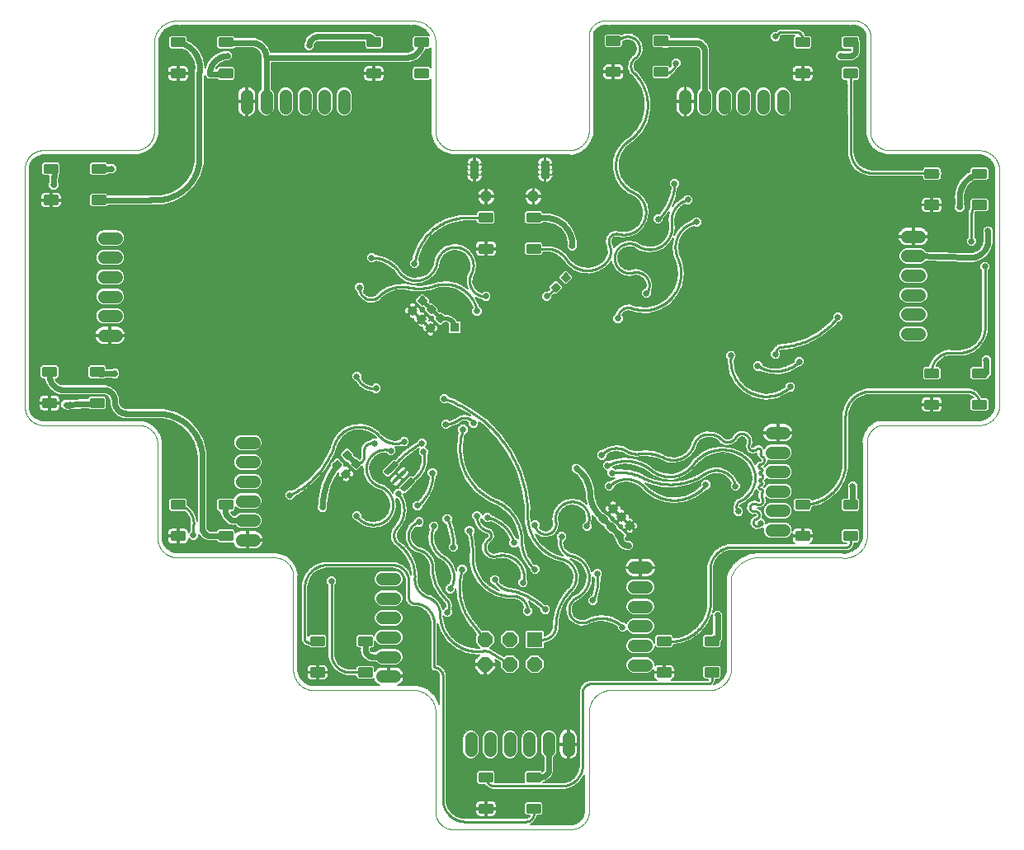
<source format=gbl>
G75*
%MOIN*%
%OFA0B0*%
%FSLAX25Y25*%
%IPPOS*%
%LPD*%
%AMOC8*
5,1,8,0,0,1.08239X$1,22.5*
%
%ADD10C,0.00394*%
%ADD11R,0.06000X0.06000*%
%ADD12OC8,0.06000*%
%ADD13C,0.01181*%
%ADD14C,0.00787*%
%ADD15C,0.00600*%
%ADD16C,0.05000*%
%ADD17C,0.04724*%
%ADD18C,0.04000*%
%ADD19C,0.02600*%
%ADD20C,0.02400*%
%ADD21C,0.01000*%
%ADD22C,0.01600*%
%ADD23R,0.03762X0.03762*%
D10*
X0116898Y0072600D02*
X0116898Y0110443D01*
X0116898Y0110442D02*
X0116906Y0110622D01*
X0116911Y0110802D01*
X0116910Y0110982D01*
X0116906Y0111162D01*
X0116897Y0111342D01*
X0116884Y0111521D01*
X0116866Y0111700D01*
X0116844Y0111879D01*
X0116818Y0112057D01*
X0116787Y0112234D01*
X0116753Y0112411D01*
X0116714Y0112587D01*
X0116670Y0112761D01*
X0116623Y0112935D01*
X0116571Y0113107D01*
X0116515Y0113278D01*
X0116455Y0113448D01*
X0116391Y0113616D01*
X0116323Y0113783D01*
X0116251Y0113948D01*
X0116175Y0114111D01*
X0116095Y0114272D01*
X0116011Y0114431D01*
X0115924Y0114588D01*
X0115832Y0114743D01*
X0115737Y0114896D01*
X0115638Y0115047D01*
X0115536Y0115195D01*
X0115430Y0115340D01*
X0115321Y0115483D01*
X0115208Y0115623D01*
X0115091Y0115760D01*
X0114972Y0115895D01*
X0114849Y0116027D01*
X0114723Y0116155D01*
X0114594Y0116281D01*
X0114462Y0116403D01*
X0114328Y0116522D01*
X0114190Y0116638D01*
X0114050Y0116751D01*
X0113906Y0116860D01*
X0113761Y0116965D01*
X0113612Y0117068D01*
X0113462Y0117166D01*
X0113309Y0117261D01*
X0113154Y0117352D01*
X0112996Y0117439D01*
X0112837Y0117522D01*
X0112675Y0117602D01*
X0112512Y0117678D01*
X0112347Y0117749D01*
X0112180Y0117817D01*
X0112012Y0117881D01*
X0111842Y0117940D01*
X0111671Y0117996D01*
X0111498Y0118047D01*
X0111325Y0118094D01*
X0111150Y0118137D01*
X0110974Y0118175D01*
X0110797Y0118210D01*
X0110620Y0118240D01*
X0110442Y0118266D01*
X0110263Y0118287D01*
X0110084Y0118304D01*
X0109905Y0118317D01*
X0070535Y0118317D01*
X0070534Y0118317D02*
X0070334Y0118312D01*
X0070133Y0118312D01*
X0069932Y0118316D01*
X0069731Y0118326D01*
X0069531Y0118341D01*
X0069331Y0118361D01*
X0069132Y0118385D01*
X0068933Y0118415D01*
X0068735Y0118449D01*
X0068538Y0118488D01*
X0068342Y0118532D01*
X0068148Y0118581D01*
X0067954Y0118634D01*
X0067762Y0118692D01*
X0067571Y0118755D01*
X0067382Y0118823D01*
X0067195Y0118895D01*
X0067009Y0118972D01*
X0066825Y0119053D01*
X0066644Y0119139D01*
X0066464Y0119229D01*
X0066287Y0119324D01*
X0066112Y0119423D01*
X0065940Y0119526D01*
X0065770Y0119634D01*
X0065603Y0119745D01*
X0065439Y0119861D01*
X0065278Y0119980D01*
X0065119Y0120104D01*
X0064964Y0120231D01*
X0064812Y0120362D01*
X0064663Y0120497D01*
X0064518Y0120636D01*
X0064376Y0120778D01*
X0064237Y0120923D01*
X0064102Y0121072D01*
X0063971Y0121224D01*
X0063844Y0121379D01*
X0063720Y0121537D01*
X0063600Y0121699D01*
X0063485Y0121863D01*
X0063373Y0122030D01*
X0063266Y0122199D01*
X0063162Y0122372D01*
X0063063Y0122546D01*
X0062968Y0122723D01*
X0062878Y0122903D01*
X0062792Y0123084D01*
X0062711Y0123268D01*
X0062634Y0123453D01*
X0062562Y0123641D01*
X0062494Y0123830D01*
X0062431Y0124021D01*
X0062372Y0124213D01*
X0062319Y0124406D01*
X0062270Y0124601D01*
X0062226Y0124797D01*
X0062187Y0124994D01*
X0062152Y0125192D01*
X0062123Y0125391D01*
X0062098Y0125590D01*
X0062078Y0125790D01*
X0062064Y0125990D01*
X0062054Y0126191D01*
X0062054Y0164033D01*
X0062054Y0164034D02*
X0062059Y0164217D01*
X0062060Y0164400D01*
X0062056Y0164583D01*
X0062048Y0164766D01*
X0062035Y0164948D01*
X0062018Y0165131D01*
X0061997Y0165313D01*
X0061971Y0165494D01*
X0061941Y0165674D01*
X0061907Y0165854D01*
X0061868Y0166033D01*
X0061825Y0166211D01*
X0061777Y0166388D01*
X0061725Y0166564D01*
X0061670Y0166738D01*
X0061609Y0166911D01*
X0061545Y0167082D01*
X0061477Y0167252D01*
X0061404Y0167420D01*
X0061328Y0167587D01*
X0061247Y0167751D01*
X0061163Y0167914D01*
X0061074Y0168074D01*
X0060982Y0168232D01*
X0060886Y0168388D01*
X0060786Y0168542D01*
X0060683Y0168693D01*
X0060576Y0168841D01*
X0060465Y0168987D01*
X0060351Y0169130D01*
X0060234Y0169271D01*
X0060113Y0169408D01*
X0059988Y0169543D01*
X0059861Y0169674D01*
X0059731Y0169803D01*
X0059597Y0169928D01*
X0059460Y0170050D01*
X0059321Y0170168D01*
X0059179Y0170284D01*
X0059033Y0170395D01*
X0058886Y0170504D01*
X0058735Y0170608D01*
X0058583Y0170709D01*
X0058427Y0170806D01*
X0058270Y0170900D01*
X0058110Y0170989D01*
X0057949Y0171075D01*
X0057785Y0171157D01*
X0057619Y0171235D01*
X0057451Y0171308D01*
X0057282Y0171378D01*
X0057111Y0171444D01*
X0056939Y0171505D01*
X0056765Y0171562D01*
X0056589Y0171615D01*
X0056413Y0171664D01*
X0056235Y0171709D01*
X0056057Y0171749D01*
X0055877Y0171785D01*
X0055697Y0171816D01*
X0055516Y0171843D01*
X0055334Y0171866D01*
X0055152Y0171884D01*
X0054969Y0171898D01*
X0054786Y0171908D01*
X0054787Y0171907D02*
X0015417Y0171907D01*
X0015416Y0171908D02*
X0015235Y0171922D01*
X0015054Y0171941D01*
X0014874Y0171964D01*
X0014695Y0171991D01*
X0014516Y0172023D01*
X0014338Y0172059D01*
X0014161Y0172100D01*
X0013985Y0172145D01*
X0013810Y0172194D01*
X0013636Y0172248D01*
X0013464Y0172305D01*
X0013293Y0172367D01*
X0013124Y0172433D01*
X0012956Y0172504D01*
X0012790Y0172578D01*
X0012627Y0172657D01*
X0012465Y0172739D01*
X0012305Y0172825D01*
X0012147Y0172916D01*
X0011992Y0173010D01*
X0011839Y0173108D01*
X0011688Y0173209D01*
X0011540Y0173314D01*
X0011394Y0173423D01*
X0011252Y0173536D01*
X0011112Y0173652D01*
X0010975Y0173771D01*
X0010841Y0173893D01*
X0010710Y0174019D01*
X0010582Y0174148D01*
X0010457Y0174281D01*
X0010336Y0174416D01*
X0010217Y0174554D01*
X0010103Y0174695D01*
X0009992Y0174838D01*
X0009884Y0174985D01*
X0009780Y0175134D01*
X0009680Y0175285D01*
X0009583Y0175439D01*
X0009491Y0175596D01*
X0009402Y0175754D01*
X0009317Y0175915D01*
X0009236Y0176077D01*
X0009159Y0176242D01*
X0009086Y0176408D01*
X0009017Y0176577D01*
X0008953Y0176746D01*
X0008892Y0176918D01*
X0008836Y0177090D01*
X0008784Y0177265D01*
X0008736Y0177440D01*
X0008693Y0177616D01*
X0008654Y0177794D01*
X0008619Y0177972D01*
X0008589Y0178151D01*
X0008563Y0178331D01*
X0008542Y0178512D01*
X0008525Y0178692D01*
X0008512Y0178874D01*
X0008504Y0179055D01*
X0008500Y0179237D01*
X0008501Y0179419D01*
X0008506Y0179600D01*
X0008516Y0179782D01*
X0008516Y0179781D02*
X0008516Y0275136D01*
X0008516Y0275135D02*
X0008506Y0275314D01*
X0008501Y0275493D01*
X0008500Y0275672D01*
X0008504Y0275851D01*
X0008511Y0276029D01*
X0008523Y0276208D01*
X0008540Y0276386D01*
X0008560Y0276564D01*
X0008585Y0276741D01*
X0008614Y0276917D01*
X0008648Y0277093D01*
X0008685Y0277268D01*
X0008727Y0277442D01*
X0008773Y0277615D01*
X0008823Y0277786D01*
X0008878Y0277957D01*
X0008936Y0278126D01*
X0008999Y0278294D01*
X0009065Y0278460D01*
X0009136Y0278624D01*
X0009211Y0278787D01*
X0009289Y0278947D01*
X0009371Y0279106D01*
X0009457Y0279263D01*
X0009547Y0279418D01*
X0009641Y0279570D01*
X0009738Y0279720D01*
X0009839Y0279868D01*
X0009943Y0280014D01*
X0010051Y0280156D01*
X0010162Y0280296D01*
X0010277Y0280434D01*
X0010395Y0280568D01*
X0010516Y0280700D01*
X0010640Y0280829D01*
X0010768Y0280954D01*
X0010898Y0281077D01*
X0011031Y0281196D01*
X0011167Y0281312D01*
X0011306Y0281425D01*
X0011448Y0281534D01*
X0011592Y0281640D01*
X0011739Y0281743D01*
X0011888Y0281841D01*
X0012039Y0281937D01*
X0012193Y0282028D01*
X0012349Y0282116D01*
X0012507Y0282200D01*
X0012667Y0282280D01*
X0012829Y0282356D01*
X0012992Y0282429D01*
X0013157Y0282497D01*
X0013324Y0282561D01*
X0013493Y0282622D01*
X0013663Y0282678D01*
X0013834Y0282730D01*
X0014006Y0282778D01*
X0014180Y0282822D01*
X0014354Y0282861D01*
X0014530Y0282896D01*
X0014706Y0282928D01*
X0014883Y0282954D01*
X0015060Y0282977D01*
X0015238Y0282995D01*
X0015416Y0283009D01*
X0015417Y0283010D02*
X0052874Y0283010D01*
X0052875Y0283009D02*
X0053065Y0283011D01*
X0053255Y0283018D01*
X0053444Y0283029D01*
X0053634Y0283045D01*
X0053823Y0283065D01*
X0054011Y0283090D01*
X0054199Y0283120D01*
X0054386Y0283154D01*
X0054572Y0283192D01*
X0054757Y0283235D01*
X0054941Y0283283D01*
X0055124Y0283335D01*
X0055306Y0283391D01*
X0055486Y0283452D01*
X0055664Y0283517D01*
X0055841Y0283586D01*
X0056016Y0283660D01*
X0056190Y0283738D01*
X0056361Y0283819D01*
X0056531Y0283906D01*
X0056698Y0283996D01*
X0056863Y0284090D01*
X0057026Y0284188D01*
X0057186Y0284290D01*
X0057344Y0284396D01*
X0057499Y0284506D01*
X0057652Y0284619D01*
X0057802Y0284736D01*
X0057949Y0284857D01*
X0058092Y0284981D01*
X0058233Y0285108D01*
X0058371Y0285239D01*
X0058506Y0285374D01*
X0058637Y0285511D01*
X0058765Y0285652D01*
X0058889Y0285795D01*
X0059010Y0285942D01*
X0059128Y0286091D01*
X0059241Y0286244D01*
X0059351Y0286398D01*
X0059458Y0286556D01*
X0059560Y0286716D01*
X0059659Y0286879D01*
X0059753Y0287044D01*
X0059844Y0287211D01*
X0059930Y0287380D01*
X0060013Y0287551D01*
X0060091Y0287724D01*
X0060165Y0287900D01*
X0060235Y0288076D01*
X0060300Y0288255D01*
X0060361Y0288435D01*
X0060418Y0288616D01*
X0060470Y0288799D01*
X0060518Y0288983D01*
X0060562Y0289168D01*
X0060601Y0289354D01*
X0060635Y0289541D01*
X0060665Y0289728D01*
X0060691Y0289917D01*
X0060711Y0290106D01*
X0060728Y0290295D01*
X0060739Y0290485D01*
X0060746Y0290675D01*
X0060749Y0290865D01*
X0060748Y0290865D02*
X0060748Y0327419D01*
X0060749Y0327419D02*
X0060774Y0327632D01*
X0060805Y0327845D01*
X0060841Y0328056D01*
X0060882Y0328267D01*
X0060928Y0328477D01*
X0060979Y0328685D01*
X0061036Y0328892D01*
X0061097Y0329098D01*
X0061163Y0329302D01*
X0061234Y0329505D01*
X0061310Y0329706D01*
X0061391Y0329904D01*
X0061476Y0330101D01*
X0061567Y0330296D01*
X0061662Y0330488D01*
X0061761Y0330679D01*
X0061865Y0330866D01*
X0061974Y0331051D01*
X0062087Y0331234D01*
X0062205Y0331413D01*
X0062326Y0331590D01*
X0062452Y0331764D01*
X0062582Y0331935D01*
X0062717Y0332102D01*
X0062855Y0332266D01*
X0062997Y0332427D01*
X0063143Y0332584D01*
X0063293Y0332738D01*
X0063446Y0332888D01*
X0063604Y0333034D01*
X0063764Y0333177D01*
X0063928Y0333315D01*
X0064095Y0333450D01*
X0064266Y0333580D01*
X0064439Y0333707D01*
X0064616Y0333829D01*
X0064795Y0333947D01*
X0064977Y0334060D01*
X0065162Y0334169D01*
X0065350Y0334273D01*
X0065540Y0334373D01*
X0065732Y0334469D01*
X0065927Y0334559D01*
X0066123Y0334645D01*
X0066322Y0334726D01*
X0066523Y0334803D01*
X0066725Y0334874D01*
X0066929Y0334941D01*
X0067135Y0335002D01*
X0067342Y0335059D01*
X0067550Y0335110D01*
X0067760Y0335157D01*
X0067970Y0335198D01*
X0068182Y0335234D01*
X0068394Y0335266D01*
X0068607Y0335292D01*
X0068821Y0335313D01*
X0069035Y0335328D01*
X0069249Y0335339D01*
X0069464Y0335344D01*
X0069679Y0335344D01*
X0069893Y0335339D01*
X0070108Y0335329D01*
X0070322Y0335314D01*
X0070535Y0335293D01*
X0165023Y0335293D01*
X0174353Y0327419D02*
X0174353Y0290884D01*
X0174355Y0290693D01*
X0174362Y0290503D01*
X0174374Y0290312D01*
X0174390Y0290122D01*
X0174411Y0289933D01*
X0174436Y0289744D01*
X0174466Y0289555D01*
X0174500Y0289368D01*
X0174539Y0289181D01*
X0174582Y0288995D01*
X0174630Y0288810D01*
X0174683Y0288627D01*
X0174739Y0288445D01*
X0174800Y0288264D01*
X0174866Y0288085D01*
X0174936Y0287908D01*
X0175010Y0287732D01*
X0175088Y0287558D01*
X0175171Y0287386D01*
X0175257Y0287216D01*
X0175348Y0287048D01*
X0175442Y0286883D01*
X0175541Y0286719D01*
X0175644Y0286559D01*
X0175750Y0286400D01*
X0175860Y0286245D01*
X0175974Y0286092D01*
X0176092Y0285942D01*
X0176213Y0285794D01*
X0176338Y0285650D01*
X0176466Y0285509D01*
X0176598Y0285371D01*
X0176733Y0285236D01*
X0176871Y0285104D01*
X0177012Y0284976D01*
X0177156Y0284851D01*
X0177304Y0284730D01*
X0177454Y0284612D01*
X0177607Y0284498D01*
X0177762Y0284388D01*
X0177921Y0284282D01*
X0178081Y0284179D01*
X0178245Y0284080D01*
X0178410Y0283986D01*
X0178578Y0283895D01*
X0178748Y0283809D01*
X0178920Y0283726D01*
X0179094Y0283648D01*
X0179270Y0283574D01*
X0179447Y0283504D01*
X0179626Y0283438D01*
X0179807Y0283377D01*
X0179989Y0283321D01*
X0180172Y0283268D01*
X0180357Y0283220D01*
X0180543Y0283177D01*
X0180730Y0283138D01*
X0180917Y0283104D01*
X0181106Y0283074D01*
X0181295Y0283049D01*
X0181484Y0283028D01*
X0181674Y0283012D01*
X0181865Y0283000D01*
X0182055Y0282993D01*
X0182246Y0282991D01*
X0228015Y0282991D01*
X0228015Y0282990D02*
X0228215Y0282987D01*
X0228414Y0282989D01*
X0228614Y0282995D01*
X0228813Y0283006D01*
X0229012Y0283023D01*
X0229211Y0283044D01*
X0229408Y0283070D01*
X0229606Y0283101D01*
X0229802Y0283136D01*
X0229997Y0283177D01*
X0230192Y0283222D01*
X0230385Y0283272D01*
X0230577Y0283327D01*
X0230767Y0283386D01*
X0230956Y0283450D01*
X0231144Y0283519D01*
X0231330Y0283592D01*
X0231513Y0283670D01*
X0231695Y0283752D01*
X0231875Y0283839D01*
X0232052Y0283930D01*
X0232228Y0284026D01*
X0232401Y0284125D01*
X0232571Y0284229D01*
X0232739Y0284337D01*
X0232904Y0284450D01*
X0233066Y0284566D01*
X0233225Y0284686D01*
X0233382Y0284810D01*
X0233535Y0284938D01*
X0233685Y0285069D01*
X0233832Y0285205D01*
X0233976Y0285343D01*
X0234116Y0285486D01*
X0234252Y0285631D01*
X0234385Y0285780D01*
X0234514Y0285932D01*
X0234640Y0286087D01*
X0234761Y0286246D01*
X0234879Y0286407D01*
X0234992Y0286571D01*
X0235102Y0286738D01*
X0235207Y0286907D01*
X0235309Y0287079D01*
X0235406Y0287254D01*
X0235498Y0287430D01*
X0235587Y0287609D01*
X0235671Y0287791D01*
X0235750Y0287974D01*
X0235825Y0288159D01*
X0235895Y0288345D01*
X0235961Y0288534D01*
X0236022Y0288724D01*
X0236079Y0288915D01*
X0236130Y0289108D01*
X0236177Y0289302D01*
X0236220Y0289497D01*
X0236257Y0289693D01*
X0236290Y0289890D01*
X0236317Y0290088D01*
X0236340Y0290286D01*
X0236358Y0290485D01*
X0236371Y0290684D01*
X0236380Y0290883D01*
X0236379Y0290884D02*
X0236379Y0330235D01*
X0236414Y0330391D01*
X0236454Y0330546D01*
X0236498Y0330700D01*
X0236545Y0330853D01*
X0236595Y0331004D01*
X0236650Y0331155D01*
X0236708Y0331304D01*
X0236770Y0331451D01*
X0236835Y0331597D01*
X0236903Y0331742D01*
X0236976Y0331884D01*
X0237051Y0332025D01*
X0237130Y0332164D01*
X0237212Y0332302D01*
X0237298Y0332437D01*
X0237387Y0332570D01*
X0237479Y0332700D01*
X0237574Y0332829D01*
X0237672Y0332955D01*
X0237774Y0333079D01*
X0237878Y0333200D01*
X0237985Y0333319D01*
X0238095Y0333435D01*
X0238208Y0333549D01*
X0238323Y0333659D01*
X0238441Y0333767D01*
X0238562Y0333872D01*
X0238685Y0333974D01*
X0238811Y0334073D01*
X0238939Y0334169D01*
X0239069Y0334262D01*
X0239201Y0334352D01*
X0239336Y0334438D01*
X0239472Y0334521D01*
X0239611Y0334601D01*
X0239751Y0334677D01*
X0239894Y0334750D01*
X0240038Y0334820D01*
X0240183Y0334886D01*
X0240331Y0334949D01*
X0240479Y0335008D01*
X0240629Y0335063D01*
X0240781Y0335115D01*
X0240933Y0335163D01*
X0241087Y0335207D01*
X0241241Y0335248D01*
X0241397Y0335285D01*
X0241553Y0335318D01*
X0241711Y0335347D01*
X0241869Y0335373D01*
X0242027Y0335394D01*
X0242186Y0335412D01*
X0242345Y0335426D01*
X0242505Y0335436D01*
X0242665Y0335443D01*
X0242825Y0335445D01*
X0242985Y0335444D01*
X0243144Y0335438D01*
X0243304Y0335429D01*
X0243463Y0335416D01*
X0243622Y0335399D01*
X0243781Y0335378D01*
X0243939Y0335354D01*
X0244096Y0335326D01*
X0244253Y0335293D01*
X0342110Y0335293D01*
X0342267Y0335326D01*
X0342424Y0335354D01*
X0342582Y0335378D01*
X0342741Y0335399D01*
X0342900Y0335416D01*
X0343059Y0335429D01*
X0343219Y0335438D01*
X0343378Y0335444D01*
X0343538Y0335445D01*
X0343698Y0335443D01*
X0343858Y0335436D01*
X0344018Y0335426D01*
X0344177Y0335412D01*
X0344336Y0335394D01*
X0344494Y0335373D01*
X0344652Y0335347D01*
X0344810Y0335318D01*
X0344966Y0335285D01*
X0345122Y0335248D01*
X0345276Y0335207D01*
X0345430Y0335163D01*
X0345582Y0335115D01*
X0345734Y0335063D01*
X0345884Y0335008D01*
X0346032Y0334949D01*
X0346180Y0334886D01*
X0346325Y0334820D01*
X0346469Y0334750D01*
X0346612Y0334677D01*
X0346752Y0334601D01*
X0346891Y0334521D01*
X0347027Y0334438D01*
X0347162Y0334352D01*
X0347294Y0334262D01*
X0347424Y0334169D01*
X0347552Y0334073D01*
X0347678Y0333974D01*
X0347801Y0333872D01*
X0347922Y0333767D01*
X0348040Y0333659D01*
X0348155Y0333549D01*
X0348268Y0333435D01*
X0348378Y0333319D01*
X0348485Y0333200D01*
X0348589Y0333079D01*
X0348691Y0332955D01*
X0348789Y0332829D01*
X0348884Y0332700D01*
X0348976Y0332570D01*
X0349065Y0332437D01*
X0349151Y0332302D01*
X0349233Y0332164D01*
X0349312Y0332025D01*
X0349387Y0331884D01*
X0349460Y0331742D01*
X0349528Y0331597D01*
X0349593Y0331451D01*
X0349655Y0331304D01*
X0349713Y0331155D01*
X0349768Y0331004D01*
X0349818Y0330853D01*
X0349865Y0330700D01*
X0349909Y0330546D01*
X0349949Y0330391D01*
X0349984Y0330235D01*
X0349984Y0290865D01*
X0349987Y0290675D01*
X0349994Y0290485D01*
X0350005Y0290295D01*
X0350022Y0290106D01*
X0350042Y0289917D01*
X0350068Y0289728D01*
X0350098Y0289541D01*
X0350132Y0289354D01*
X0350171Y0289168D01*
X0350215Y0288983D01*
X0350263Y0288799D01*
X0350315Y0288616D01*
X0350372Y0288435D01*
X0350433Y0288255D01*
X0350498Y0288076D01*
X0350568Y0287900D01*
X0350642Y0287724D01*
X0350720Y0287551D01*
X0350803Y0287380D01*
X0350889Y0287211D01*
X0350980Y0287044D01*
X0351074Y0286879D01*
X0351173Y0286716D01*
X0351275Y0286556D01*
X0351382Y0286398D01*
X0351492Y0286244D01*
X0351605Y0286091D01*
X0351723Y0285942D01*
X0351844Y0285795D01*
X0351968Y0285652D01*
X0352096Y0285511D01*
X0352227Y0285374D01*
X0352362Y0285239D01*
X0352500Y0285108D01*
X0352641Y0284981D01*
X0352784Y0284857D01*
X0352931Y0284736D01*
X0353081Y0284619D01*
X0353234Y0284506D01*
X0353389Y0284396D01*
X0353547Y0284290D01*
X0353707Y0284188D01*
X0353870Y0284090D01*
X0354035Y0283996D01*
X0354202Y0283906D01*
X0354372Y0283819D01*
X0354543Y0283738D01*
X0354717Y0283660D01*
X0354892Y0283586D01*
X0355069Y0283517D01*
X0355247Y0283452D01*
X0355427Y0283391D01*
X0355609Y0283335D01*
X0355792Y0283283D01*
X0355976Y0283235D01*
X0356161Y0283192D01*
X0356347Y0283154D01*
X0356534Y0283120D01*
X0356722Y0283090D01*
X0356910Y0283065D01*
X0357099Y0283045D01*
X0357289Y0283029D01*
X0357478Y0283018D01*
X0357668Y0283011D01*
X0357858Y0283009D01*
X0357858Y0283010D02*
X0393369Y0283010D01*
X0393572Y0283019D01*
X0393774Y0283024D01*
X0393976Y0283023D01*
X0394179Y0283018D01*
X0394381Y0283008D01*
X0394582Y0282992D01*
X0394784Y0282972D01*
X0394985Y0282948D01*
X0395185Y0282918D01*
X0395384Y0282883D01*
X0395583Y0282844D01*
X0395780Y0282800D01*
X0395977Y0282751D01*
X0396172Y0282697D01*
X0396366Y0282639D01*
X0396558Y0282576D01*
X0396749Y0282509D01*
X0396938Y0282436D01*
X0397125Y0282360D01*
X0397311Y0282278D01*
X0397494Y0282193D01*
X0397675Y0282103D01*
X0397854Y0282008D01*
X0398031Y0281909D01*
X0398205Y0281806D01*
X0398377Y0281699D01*
X0398546Y0281588D01*
X0398712Y0281472D01*
X0398875Y0281353D01*
X0399036Y0281230D01*
X0399194Y0281103D01*
X0399348Y0280972D01*
X0399499Y0280837D01*
X0399647Y0280699D01*
X0399791Y0280558D01*
X0399933Y0280412D01*
X0400070Y0280264D01*
X0400204Y0280112D01*
X0400334Y0279957D01*
X0400460Y0279799D01*
X0400583Y0279638D01*
X0400701Y0279474D01*
X0400816Y0279307D01*
X0400927Y0279138D01*
X0401033Y0278965D01*
X0401135Y0278791D01*
X0401233Y0278614D01*
X0401327Y0278434D01*
X0401416Y0278253D01*
X0401501Y0278069D01*
X0401581Y0277883D01*
X0401657Y0277695D01*
X0401729Y0277506D01*
X0401795Y0277315D01*
X0401857Y0277122D01*
X0401915Y0276928D01*
X0401968Y0276733D01*
X0402016Y0276536D01*
X0402059Y0276339D01*
X0402097Y0276140D01*
X0402131Y0275940D01*
X0402160Y0275740D01*
X0402184Y0275539D01*
X0402203Y0275338D01*
X0402217Y0275136D01*
X0402217Y0179781D01*
X0402203Y0179579D01*
X0402184Y0179378D01*
X0402160Y0179177D01*
X0402131Y0178977D01*
X0402097Y0178777D01*
X0402059Y0178578D01*
X0402016Y0178381D01*
X0401968Y0178184D01*
X0401915Y0177989D01*
X0401857Y0177795D01*
X0401795Y0177602D01*
X0401729Y0177411D01*
X0401657Y0177222D01*
X0401581Y0177034D01*
X0401501Y0176848D01*
X0401416Y0176664D01*
X0401327Y0176483D01*
X0401233Y0176303D01*
X0401135Y0176126D01*
X0401033Y0175952D01*
X0400927Y0175779D01*
X0400816Y0175610D01*
X0400701Y0175443D01*
X0400583Y0175279D01*
X0400460Y0175118D01*
X0400334Y0174960D01*
X0400204Y0174805D01*
X0400070Y0174653D01*
X0399933Y0174505D01*
X0399791Y0174359D01*
X0399647Y0174218D01*
X0399499Y0174080D01*
X0399348Y0173945D01*
X0399194Y0173814D01*
X0399036Y0173687D01*
X0398875Y0173564D01*
X0398712Y0173445D01*
X0398546Y0173329D01*
X0398377Y0173218D01*
X0398205Y0173111D01*
X0398031Y0173008D01*
X0397854Y0172909D01*
X0397675Y0172814D01*
X0397494Y0172724D01*
X0397311Y0172639D01*
X0397125Y0172557D01*
X0396938Y0172481D01*
X0396749Y0172408D01*
X0396558Y0172341D01*
X0396366Y0172278D01*
X0396172Y0172220D01*
X0395977Y0172166D01*
X0395780Y0172117D01*
X0395583Y0172073D01*
X0395384Y0172034D01*
X0395185Y0171999D01*
X0394985Y0171969D01*
X0394784Y0171945D01*
X0394582Y0171925D01*
X0394381Y0171909D01*
X0394179Y0171899D01*
X0393976Y0171894D01*
X0393774Y0171893D01*
X0393572Y0171898D01*
X0393369Y0171907D01*
X0353999Y0171907D01*
X0353826Y0171855D01*
X0353654Y0171799D01*
X0353483Y0171739D01*
X0353314Y0171675D01*
X0353146Y0171606D01*
X0352981Y0171533D01*
X0352817Y0171456D01*
X0352654Y0171376D01*
X0352494Y0171291D01*
X0352336Y0171203D01*
X0352181Y0171110D01*
X0352027Y0171014D01*
X0351876Y0170914D01*
X0351728Y0170810D01*
X0351582Y0170703D01*
X0351439Y0170592D01*
X0351298Y0170478D01*
X0351161Y0170361D01*
X0351026Y0170240D01*
X0350894Y0170115D01*
X0350765Y0169988D01*
X0350640Y0169857D01*
X0350518Y0169724D01*
X0350399Y0169587D01*
X0350283Y0169448D01*
X0350171Y0169306D01*
X0350062Y0169161D01*
X0349957Y0169013D01*
X0349856Y0168863D01*
X0349758Y0168711D01*
X0349664Y0168556D01*
X0349574Y0168399D01*
X0349488Y0168240D01*
X0349406Y0168079D01*
X0349328Y0167915D01*
X0349253Y0167750D01*
X0349183Y0167583D01*
X0349117Y0167415D01*
X0349055Y0167245D01*
X0348997Y0167073D01*
X0348944Y0166900D01*
X0348894Y0166726D01*
X0348849Y0166550D01*
X0348809Y0166374D01*
X0348772Y0166197D01*
X0348740Y0166018D01*
X0348712Y0165839D01*
X0348689Y0165660D01*
X0348670Y0165480D01*
X0348656Y0165299D01*
X0348646Y0165118D01*
X0348640Y0164937D01*
X0348639Y0164756D01*
X0348642Y0164575D01*
X0348650Y0164394D01*
X0348662Y0164214D01*
X0348679Y0164034D01*
X0348679Y0164033D02*
X0348679Y0126191D01*
X0348678Y0126190D02*
X0348645Y0125970D01*
X0348606Y0125750D01*
X0348562Y0125531D01*
X0348512Y0125313D01*
X0348458Y0125097D01*
X0348398Y0124882D01*
X0348333Y0124668D01*
X0348263Y0124456D01*
X0348187Y0124246D01*
X0348107Y0124038D01*
X0348022Y0123831D01*
X0347931Y0123627D01*
X0347836Y0123425D01*
X0347736Y0123226D01*
X0347631Y0123029D01*
X0347521Y0122834D01*
X0347407Y0122642D01*
X0347288Y0122453D01*
X0347165Y0122267D01*
X0347037Y0122084D01*
X0346905Y0121904D01*
X0346768Y0121728D01*
X0346627Y0121554D01*
X0346482Y0121385D01*
X0346333Y0121218D01*
X0346180Y0121056D01*
X0346024Y0120897D01*
X0345863Y0120742D01*
X0345699Y0120591D01*
X0345531Y0120444D01*
X0345359Y0120301D01*
X0345184Y0120162D01*
X0345006Y0120027D01*
X0344825Y0119897D01*
X0344640Y0119771D01*
X0344453Y0119650D01*
X0344263Y0119533D01*
X0344069Y0119421D01*
X0343874Y0119314D01*
X0343675Y0119211D01*
X0343475Y0119113D01*
X0343272Y0119020D01*
X0343066Y0118932D01*
X0342859Y0118849D01*
X0342650Y0118771D01*
X0342439Y0118699D01*
X0342226Y0118631D01*
X0342012Y0118568D01*
X0341796Y0118511D01*
X0341579Y0118459D01*
X0341361Y0118412D01*
X0341142Y0118370D01*
X0340921Y0118334D01*
X0340700Y0118303D01*
X0340478Y0118277D01*
X0340256Y0118257D01*
X0340033Y0118242D01*
X0339810Y0118232D01*
X0339587Y0118228D01*
X0339364Y0118229D01*
X0339141Y0118236D01*
X0338918Y0118248D01*
X0338695Y0118266D01*
X0338473Y0118288D01*
X0338251Y0118317D01*
X0306755Y0118317D01*
X0306470Y0118357D01*
X0306183Y0118390D01*
X0305896Y0118416D01*
X0305609Y0118435D01*
X0305320Y0118446D01*
X0305032Y0118451D01*
X0304744Y0118448D01*
X0304456Y0118439D01*
X0304168Y0118422D01*
X0303881Y0118399D01*
X0303594Y0118368D01*
X0303308Y0118331D01*
X0303023Y0118286D01*
X0302740Y0118234D01*
X0302457Y0118176D01*
X0302176Y0118111D01*
X0301897Y0118038D01*
X0301620Y0117959D01*
X0301345Y0117873D01*
X0301072Y0117781D01*
X0300801Y0117682D01*
X0300533Y0117576D01*
X0300267Y0117463D01*
X0300005Y0117344D01*
X0299745Y0117219D01*
X0299489Y0117088D01*
X0299235Y0116950D01*
X0298985Y0116806D01*
X0298739Y0116656D01*
X0298497Y0116500D01*
X0298258Y0116338D01*
X0298024Y0116170D01*
X0297793Y0115997D01*
X0297567Y0115818D01*
X0297346Y0115633D01*
X0297129Y0115444D01*
X0296917Y0115248D01*
X0296709Y0115048D01*
X0296507Y0114843D01*
X0296309Y0114633D01*
X0296117Y0114418D01*
X0295930Y0114198D01*
X0295749Y0113974D01*
X0295573Y0113746D01*
X0295403Y0113513D01*
X0295238Y0113276D01*
X0295080Y0113036D01*
X0294927Y0112791D01*
X0294780Y0112543D01*
X0294640Y0112291D01*
X0294506Y0112036D01*
X0294378Y0111778D01*
X0294256Y0111516D01*
X0294141Y0111252D01*
X0294032Y0110985D01*
X0293930Y0110715D01*
X0293834Y0110443D01*
X0293835Y0110443D02*
X0293835Y0072600D01*
X0293798Y0072376D01*
X0293756Y0072153D01*
X0293708Y0071931D01*
X0293655Y0071710D01*
X0293597Y0071491D01*
X0293533Y0071273D01*
X0293464Y0071057D01*
X0293390Y0070842D01*
X0293311Y0070629D01*
X0293227Y0070419D01*
X0293137Y0070210D01*
X0293043Y0070003D01*
X0292944Y0069799D01*
X0292839Y0069598D01*
X0292730Y0069399D01*
X0292616Y0069202D01*
X0292498Y0069009D01*
X0292374Y0068818D01*
X0292246Y0068630D01*
X0292114Y0068446D01*
X0291977Y0068265D01*
X0291836Y0068087D01*
X0291691Y0067912D01*
X0291541Y0067741D01*
X0291388Y0067574D01*
X0291230Y0067411D01*
X0291069Y0067251D01*
X0290903Y0067096D01*
X0290734Y0066944D01*
X0290562Y0066797D01*
X0290386Y0066653D01*
X0290206Y0066515D01*
X0290023Y0066380D01*
X0289837Y0066250D01*
X0289648Y0066124D01*
X0289456Y0066003D01*
X0289261Y0065887D01*
X0289063Y0065776D01*
X0288863Y0065669D01*
X0288660Y0065567D01*
X0288454Y0065470D01*
X0288247Y0065378D01*
X0288037Y0065291D01*
X0287825Y0065209D01*
X0287612Y0065133D01*
X0287396Y0065061D01*
X0287179Y0064995D01*
X0286960Y0064934D01*
X0286740Y0064879D01*
X0286519Y0064828D01*
X0286296Y0064783D01*
X0286073Y0064744D01*
X0285848Y0064710D01*
X0285623Y0064681D01*
X0285397Y0064658D01*
X0285171Y0064640D01*
X0284944Y0064627D01*
X0284717Y0064621D01*
X0284490Y0064619D01*
X0284263Y0064623D01*
X0284036Y0064633D01*
X0283810Y0064648D01*
X0283584Y0064669D01*
X0283358Y0064695D01*
X0283133Y0064726D01*
X0244253Y0064726D01*
X0244253Y0064725D02*
X0244037Y0064696D01*
X0243821Y0064662D01*
X0243606Y0064622D01*
X0243392Y0064577D01*
X0243179Y0064527D01*
X0242968Y0064472D01*
X0242758Y0064411D01*
X0242549Y0064346D01*
X0242342Y0064276D01*
X0242137Y0064200D01*
X0241934Y0064120D01*
X0241732Y0064035D01*
X0241533Y0063945D01*
X0241336Y0063850D01*
X0241142Y0063751D01*
X0240949Y0063646D01*
X0240760Y0063538D01*
X0240573Y0063424D01*
X0240389Y0063306D01*
X0240208Y0063184D01*
X0240030Y0063058D01*
X0239854Y0062927D01*
X0239683Y0062792D01*
X0239514Y0062652D01*
X0239349Y0062509D01*
X0239187Y0062362D01*
X0239029Y0062211D01*
X0238875Y0062056D01*
X0238724Y0061898D01*
X0238578Y0061736D01*
X0238435Y0061570D01*
X0238296Y0061401D01*
X0238162Y0061229D01*
X0238031Y0061054D01*
X0237905Y0060875D01*
X0237784Y0060693D01*
X0237666Y0060509D01*
X0237554Y0060322D01*
X0237445Y0060132D01*
X0237342Y0059939D01*
X0237243Y0059745D01*
X0237149Y0059547D01*
X0237059Y0059348D01*
X0236975Y0059146D01*
X0236895Y0058943D01*
X0236820Y0058737D01*
X0236751Y0058530D01*
X0236686Y0058321D01*
X0236626Y0058111D01*
X0236572Y0057899D01*
X0236522Y0057687D01*
X0236478Y0057472D01*
X0236439Y0057257D01*
X0236405Y0057041D01*
X0236376Y0056825D01*
X0236353Y0056607D01*
X0236335Y0056390D01*
X0236322Y0056171D01*
X0236314Y0055953D01*
X0236312Y0055734D01*
X0236315Y0055516D01*
X0236323Y0055297D01*
X0236337Y0055079D01*
X0236356Y0054862D01*
X0236380Y0054644D01*
X0236379Y0054645D02*
X0236379Y0015275D01*
X0236380Y0015275D02*
X0236364Y0015098D01*
X0236344Y0014922D01*
X0236320Y0014746D01*
X0236291Y0014571D01*
X0236259Y0014397D01*
X0236222Y0014224D01*
X0236181Y0014051D01*
X0236136Y0013880D01*
X0236086Y0013710D01*
X0236033Y0013541D01*
X0235975Y0013373D01*
X0235914Y0013207D01*
X0235848Y0013042D01*
X0235779Y0012879D01*
X0235706Y0012718D01*
X0235628Y0012558D01*
X0235547Y0012400D01*
X0235462Y0012245D01*
X0235374Y0012091D01*
X0235281Y0011940D01*
X0235185Y0011791D01*
X0235086Y0011644D01*
X0234983Y0011500D01*
X0234876Y0011358D01*
X0234767Y0011219D01*
X0234653Y0011083D01*
X0234537Y0010949D01*
X0234417Y0010818D01*
X0234294Y0010691D01*
X0234169Y0010566D01*
X0234040Y0010444D01*
X0233908Y0010325D01*
X0233774Y0010210D01*
X0233636Y0010098D01*
X0233496Y0009989D01*
X0233354Y0009884D01*
X0233209Y0009782D01*
X0233061Y0009684D01*
X0232911Y0009589D01*
X0232759Y0009498D01*
X0232605Y0009410D01*
X0232449Y0009327D01*
X0232291Y0009247D01*
X0232130Y0009171D01*
X0231969Y0009099D01*
X0231805Y0009031D01*
X0231640Y0008966D01*
X0231473Y0008906D01*
X0231305Y0008850D01*
X0231135Y0008798D01*
X0230965Y0008750D01*
X0230793Y0008706D01*
X0230620Y0008667D01*
X0230447Y0008631D01*
X0230272Y0008600D01*
X0230097Y0008573D01*
X0229921Y0008550D01*
X0229745Y0008531D01*
X0229568Y0008517D01*
X0229391Y0008507D01*
X0229214Y0008501D01*
X0229037Y0008500D01*
X0228860Y0008503D01*
X0228682Y0008510D01*
X0228506Y0008521D01*
X0228505Y0008521D02*
X0180771Y0008521D01*
X0180598Y0008541D01*
X0180426Y0008565D01*
X0180255Y0008593D01*
X0180085Y0008625D01*
X0179915Y0008661D01*
X0179746Y0008701D01*
X0179578Y0008746D01*
X0179411Y0008794D01*
X0179246Y0008846D01*
X0179082Y0008903D01*
X0178919Y0008963D01*
X0178758Y0009028D01*
X0178598Y0009096D01*
X0178440Y0009168D01*
X0178284Y0009244D01*
X0178130Y0009323D01*
X0177978Y0009406D01*
X0177827Y0009493D01*
X0177679Y0009584D01*
X0177533Y0009678D01*
X0177390Y0009776D01*
X0177249Y0009877D01*
X0177110Y0009981D01*
X0176974Y0010089D01*
X0176840Y0010200D01*
X0176710Y0010314D01*
X0176582Y0010431D01*
X0176457Y0010551D01*
X0176334Y0010675D01*
X0176215Y0010801D01*
X0176099Y0010930D01*
X0175986Y0011062D01*
X0175877Y0011197D01*
X0175770Y0011334D01*
X0175667Y0011473D01*
X0175568Y0011616D01*
X0175471Y0011760D01*
X0175379Y0011907D01*
X0175290Y0012056D01*
X0175204Y0012207D01*
X0175123Y0012360D01*
X0175044Y0012515D01*
X0174970Y0012672D01*
X0174900Y0012831D01*
X0174833Y0012991D01*
X0174770Y0013153D01*
X0174712Y0013316D01*
X0174657Y0013481D01*
X0174606Y0013647D01*
X0174559Y0013814D01*
X0174516Y0013982D01*
X0174478Y0014151D01*
X0174443Y0014321D01*
X0174413Y0014492D01*
X0174386Y0014664D01*
X0174364Y0014836D01*
X0174346Y0015009D01*
X0174332Y0015182D01*
X0174323Y0015355D01*
X0174317Y0015529D01*
X0174316Y0015702D01*
X0174319Y0015876D01*
X0174326Y0016049D01*
X0174337Y0016222D01*
X0174353Y0016395D01*
X0174353Y0054645D01*
X0174353Y0054644D02*
X0174377Y0054862D01*
X0174396Y0055079D01*
X0174410Y0055297D01*
X0174418Y0055516D01*
X0174421Y0055734D01*
X0174419Y0055953D01*
X0174411Y0056171D01*
X0174398Y0056390D01*
X0174380Y0056607D01*
X0174357Y0056825D01*
X0174328Y0057041D01*
X0174294Y0057257D01*
X0174255Y0057472D01*
X0174211Y0057687D01*
X0174161Y0057899D01*
X0174107Y0058111D01*
X0174047Y0058321D01*
X0173982Y0058530D01*
X0173913Y0058737D01*
X0173838Y0058943D01*
X0173758Y0059146D01*
X0173674Y0059348D01*
X0173584Y0059547D01*
X0173490Y0059745D01*
X0173391Y0059939D01*
X0173288Y0060132D01*
X0173179Y0060322D01*
X0173067Y0060509D01*
X0172949Y0060693D01*
X0172828Y0060875D01*
X0172702Y0061054D01*
X0172571Y0061229D01*
X0172437Y0061401D01*
X0172298Y0061570D01*
X0172155Y0061736D01*
X0172009Y0061898D01*
X0171858Y0062056D01*
X0171704Y0062211D01*
X0171546Y0062362D01*
X0171384Y0062509D01*
X0171219Y0062652D01*
X0171050Y0062792D01*
X0170879Y0062927D01*
X0170703Y0063058D01*
X0170525Y0063184D01*
X0170344Y0063306D01*
X0170160Y0063424D01*
X0169973Y0063538D01*
X0169784Y0063646D01*
X0169591Y0063751D01*
X0169397Y0063850D01*
X0169200Y0063945D01*
X0169001Y0064035D01*
X0168799Y0064120D01*
X0168596Y0064200D01*
X0168391Y0064276D01*
X0168184Y0064346D01*
X0167975Y0064411D01*
X0167765Y0064472D01*
X0167554Y0064527D01*
X0167341Y0064577D01*
X0167127Y0064622D01*
X0166912Y0064662D01*
X0166696Y0064696D01*
X0166480Y0064725D01*
X0166479Y0064726D02*
X0125653Y0064726D01*
X0125652Y0064727D02*
X0125451Y0064718D01*
X0125250Y0064715D01*
X0125049Y0064717D01*
X0124848Y0064723D01*
X0124647Y0064734D01*
X0124447Y0064750D01*
X0124246Y0064771D01*
X0124047Y0064797D01*
X0123848Y0064827D01*
X0123650Y0064863D01*
X0123453Y0064903D01*
X0123257Y0064948D01*
X0123062Y0064997D01*
X0122868Y0065052D01*
X0122676Y0065111D01*
X0122485Y0065174D01*
X0122295Y0065243D01*
X0122108Y0065315D01*
X0121922Y0065393D01*
X0121738Y0065474D01*
X0121556Y0065560D01*
X0121377Y0065651D01*
X0121199Y0065746D01*
X0121024Y0065845D01*
X0120851Y0065948D01*
X0120681Y0066056D01*
X0120514Y0066167D01*
X0120349Y0066283D01*
X0120187Y0066402D01*
X0120028Y0066526D01*
X0119872Y0066653D01*
X0119720Y0066784D01*
X0119570Y0066918D01*
X0119424Y0067056D01*
X0119281Y0067198D01*
X0119141Y0067343D01*
X0119005Y0067491D01*
X0118873Y0067643D01*
X0118744Y0067798D01*
X0118620Y0067955D01*
X0118499Y0068116D01*
X0118382Y0068280D01*
X0118269Y0068446D01*
X0118160Y0068615D01*
X0118055Y0068787D01*
X0117954Y0068961D01*
X0117858Y0069138D01*
X0117765Y0069317D01*
X0117678Y0069498D01*
X0117594Y0069681D01*
X0117515Y0069866D01*
X0117441Y0070053D01*
X0117371Y0070241D01*
X0117305Y0070432D01*
X0117245Y0070624D01*
X0117189Y0070817D01*
X0117137Y0071011D01*
X0117090Y0071207D01*
X0117049Y0071404D01*
X0117011Y0071602D01*
X0116979Y0071800D01*
X0116951Y0071999D01*
X0116929Y0072199D01*
X0116911Y0072400D01*
X0116898Y0072601D01*
X0174353Y0327419D02*
X0174333Y0327627D01*
X0174308Y0327834D01*
X0174278Y0328040D01*
X0174243Y0328246D01*
X0174203Y0328451D01*
X0174158Y0328654D01*
X0174108Y0328857D01*
X0174053Y0329058D01*
X0173993Y0329258D01*
X0173929Y0329457D01*
X0173860Y0329653D01*
X0173786Y0329849D01*
X0173707Y0330042D01*
X0173624Y0330233D01*
X0173536Y0330422D01*
X0173444Y0330609D01*
X0173347Y0330794D01*
X0173245Y0330976D01*
X0173140Y0331156D01*
X0173029Y0331333D01*
X0172915Y0331508D01*
X0172797Y0331680D01*
X0172674Y0331848D01*
X0172547Y0332014D01*
X0172417Y0332177D01*
X0172282Y0332336D01*
X0172144Y0332493D01*
X0172002Y0332645D01*
X0171856Y0332795D01*
X0171707Y0332940D01*
X0171554Y0333082D01*
X0171398Y0333221D01*
X0171239Y0333355D01*
X0171076Y0333486D01*
X0170910Y0333613D01*
X0170742Y0333735D01*
X0170570Y0333854D01*
X0170395Y0333968D01*
X0170218Y0334078D01*
X0170038Y0334184D01*
X0169856Y0334286D01*
X0169671Y0334383D01*
X0169484Y0334475D01*
X0169295Y0334563D01*
X0169104Y0334646D01*
X0168911Y0334725D01*
X0168716Y0334799D01*
X0168519Y0334868D01*
X0168320Y0334933D01*
X0168121Y0334992D01*
X0167919Y0335047D01*
X0167717Y0335097D01*
X0167513Y0335142D01*
X0167308Y0335182D01*
X0167103Y0335218D01*
X0166896Y0335248D01*
X0166689Y0335273D01*
X0166481Y0335293D01*
X0166273Y0335308D01*
X0166065Y0335318D01*
X0165856Y0335323D01*
X0165648Y0335323D01*
X0165439Y0335318D01*
X0165231Y0335308D01*
X0165023Y0335293D01*
D11*
X0214393Y0085235D03*
D12*
X0214393Y0075235D03*
X0204393Y0075235D03*
X0194393Y0075235D03*
X0194393Y0085235D03*
X0204393Y0085235D03*
D13*
X0148367Y0085944D02*
X0143641Y0085944D01*
X0148367Y0085944D02*
X0148367Y0083188D01*
X0143641Y0083188D01*
X0143641Y0085944D01*
X0143641Y0084368D02*
X0148367Y0084368D01*
X0148367Y0085548D02*
X0143641Y0085548D01*
X0143641Y0073345D02*
X0148367Y0073345D01*
X0148367Y0070589D01*
X0143641Y0070589D01*
X0143641Y0073345D01*
X0143641Y0071769D02*
X0148367Y0071769D01*
X0148367Y0072949D02*
X0143641Y0072949D01*
X0129076Y0070589D02*
X0124350Y0070589D01*
X0124350Y0073345D01*
X0129076Y0073345D01*
X0129076Y0070589D01*
X0129076Y0071769D02*
X0124350Y0071769D01*
X0124350Y0072949D02*
X0129076Y0072949D01*
X0129076Y0083188D02*
X0124350Y0083188D01*
X0124350Y0085944D01*
X0129076Y0085944D01*
X0129076Y0083188D01*
X0129076Y0084368D02*
X0124350Y0084368D01*
X0124350Y0085548D02*
X0129076Y0085548D01*
X0092049Y0128464D02*
X0087323Y0128464D01*
X0092049Y0128464D02*
X0092049Y0125708D01*
X0087323Y0125708D01*
X0087323Y0128464D01*
X0087323Y0126888D02*
X0092049Y0126888D01*
X0092049Y0128068D02*
X0087323Y0128068D01*
X0087323Y0141062D02*
X0092049Y0141062D01*
X0092049Y0138306D01*
X0087323Y0138306D01*
X0087323Y0141062D01*
X0087323Y0139486D02*
X0092049Y0139486D01*
X0092049Y0140666D02*
X0087323Y0140666D01*
X0072758Y0138306D02*
X0068032Y0138306D01*
X0068032Y0141062D01*
X0072758Y0141062D01*
X0072758Y0138306D01*
X0072758Y0139486D02*
X0068032Y0139486D01*
X0068032Y0140666D02*
X0072758Y0140666D01*
X0072758Y0125708D02*
X0068032Y0125708D01*
X0068032Y0128464D01*
X0072758Y0128464D01*
X0072758Y0125708D01*
X0072758Y0126888D02*
X0068032Y0126888D01*
X0068032Y0128068D02*
X0072758Y0128068D01*
X0040099Y0182213D02*
X0035373Y0182213D01*
X0040099Y0182213D02*
X0040099Y0179457D01*
X0035373Y0179457D01*
X0035373Y0182213D01*
X0035373Y0180637D02*
X0040099Y0180637D01*
X0040099Y0181817D02*
X0035373Y0181817D01*
X0035373Y0194812D02*
X0040099Y0194812D01*
X0040099Y0192056D01*
X0035373Y0192056D01*
X0035373Y0194812D01*
X0035373Y0193236D02*
X0040099Y0193236D01*
X0040099Y0194416D02*
X0035373Y0194416D01*
X0020808Y0192056D02*
X0016082Y0192056D01*
X0016082Y0194812D01*
X0020808Y0194812D01*
X0020808Y0192056D01*
X0020808Y0193236D02*
X0016082Y0193236D01*
X0016082Y0194416D02*
X0020808Y0194416D01*
X0020808Y0179457D02*
X0016082Y0179457D01*
X0016082Y0182213D01*
X0020808Y0182213D01*
X0020808Y0179457D01*
X0020808Y0180637D02*
X0016082Y0180637D01*
X0016082Y0181817D02*
X0020808Y0181817D01*
X0021408Y0261534D02*
X0016682Y0261534D01*
X0016682Y0264290D01*
X0021408Y0264290D01*
X0021408Y0261534D01*
X0021408Y0262714D02*
X0016682Y0262714D01*
X0016682Y0263894D02*
X0021408Y0263894D01*
X0021408Y0274133D02*
X0016682Y0274133D01*
X0016682Y0276889D01*
X0021408Y0276889D01*
X0021408Y0274133D01*
X0021408Y0275313D02*
X0016682Y0275313D01*
X0016682Y0276493D02*
X0021408Y0276493D01*
X0035973Y0276889D02*
X0040699Y0276889D01*
X0040699Y0274133D01*
X0035973Y0274133D01*
X0035973Y0276889D01*
X0035973Y0275313D02*
X0040699Y0275313D01*
X0040699Y0276493D02*
X0035973Y0276493D01*
X0035973Y0264290D02*
X0040699Y0264290D01*
X0040699Y0261534D01*
X0035973Y0261534D01*
X0035973Y0264290D01*
X0035973Y0262714D02*
X0040699Y0262714D01*
X0040699Y0263894D02*
X0035973Y0263894D01*
X0068032Y0312715D02*
X0072758Y0312715D01*
X0068032Y0312715D02*
X0068032Y0315471D01*
X0072758Y0315471D01*
X0072758Y0312715D01*
X0072758Y0313895D02*
X0068032Y0313895D01*
X0068032Y0315075D02*
X0072758Y0315075D01*
X0072758Y0325314D02*
X0068032Y0325314D01*
X0068032Y0328070D01*
X0072758Y0328070D01*
X0072758Y0325314D01*
X0072758Y0326494D02*
X0068032Y0326494D01*
X0068032Y0327674D02*
X0072758Y0327674D01*
X0087323Y0328070D02*
X0092049Y0328070D01*
X0092049Y0325314D01*
X0087323Y0325314D01*
X0087323Y0328070D01*
X0087323Y0326494D02*
X0092049Y0326494D01*
X0092049Y0327674D02*
X0087323Y0327674D01*
X0087323Y0315471D02*
X0092049Y0315471D01*
X0092049Y0312715D01*
X0087323Y0312715D01*
X0087323Y0315471D01*
X0087323Y0313895D02*
X0092049Y0313895D01*
X0092049Y0315075D02*
X0087323Y0315075D01*
X0147109Y0312715D02*
X0151835Y0312715D01*
X0147109Y0312715D02*
X0147109Y0315471D01*
X0151835Y0315471D01*
X0151835Y0312715D01*
X0151835Y0313895D02*
X0147109Y0313895D01*
X0147109Y0315075D02*
X0151835Y0315075D01*
X0151835Y0325314D02*
X0147109Y0325314D01*
X0147109Y0328070D01*
X0151835Y0328070D01*
X0151835Y0325314D01*
X0151835Y0326494D02*
X0147109Y0326494D01*
X0147109Y0327674D02*
X0151835Y0327674D01*
X0166400Y0328070D02*
X0171126Y0328070D01*
X0171126Y0325314D01*
X0166400Y0325314D01*
X0166400Y0328070D01*
X0166400Y0326494D02*
X0171126Y0326494D01*
X0171126Y0327674D02*
X0166400Y0327674D01*
X0166400Y0315471D02*
X0171126Y0315471D01*
X0171126Y0312715D01*
X0166400Y0312715D01*
X0166400Y0315471D01*
X0166400Y0313895D02*
X0171126Y0313895D01*
X0171126Y0315075D02*
X0166400Y0315075D01*
X0192384Y0254448D02*
X0197110Y0254448D01*
X0192384Y0254448D02*
X0192384Y0257204D01*
X0197110Y0257204D01*
X0197110Y0254448D01*
X0197110Y0255628D02*
X0192384Y0255628D01*
X0192384Y0256808D02*
X0197110Y0256808D01*
X0197110Y0241849D02*
X0192384Y0241849D01*
X0192384Y0244605D01*
X0197110Y0244605D01*
X0197110Y0241849D01*
X0197110Y0243029D02*
X0192384Y0243029D01*
X0192384Y0244209D02*
X0197110Y0244209D01*
X0211676Y0244605D02*
X0216402Y0244605D01*
X0216402Y0241849D01*
X0211676Y0241849D01*
X0211676Y0244605D01*
X0211676Y0243029D02*
X0216402Y0243029D01*
X0216402Y0244209D02*
X0211676Y0244209D01*
X0211676Y0257204D02*
X0216402Y0257204D01*
X0216402Y0254448D01*
X0211676Y0254448D01*
X0211676Y0257204D01*
X0211676Y0255628D02*
X0216402Y0255628D01*
X0216402Y0256808D02*
X0211676Y0256808D01*
X0243829Y0313315D02*
X0248555Y0313315D01*
X0243829Y0313315D02*
X0243829Y0316071D01*
X0248555Y0316071D01*
X0248555Y0313315D01*
X0248555Y0314495D02*
X0243829Y0314495D01*
X0243829Y0315675D02*
X0248555Y0315675D01*
X0248555Y0325914D02*
X0243829Y0325914D01*
X0243829Y0328670D01*
X0248555Y0328670D01*
X0248555Y0325914D01*
X0248555Y0327094D02*
X0243829Y0327094D01*
X0243829Y0328274D02*
X0248555Y0328274D01*
X0263120Y0328670D02*
X0267846Y0328670D01*
X0267846Y0325914D01*
X0263120Y0325914D01*
X0263120Y0328670D01*
X0263120Y0327094D02*
X0267846Y0327094D01*
X0267846Y0328274D02*
X0263120Y0328274D01*
X0263120Y0316071D02*
X0267846Y0316071D01*
X0267846Y0313315D01*
X0263120Y0313315D01*
X0263120Y0316071D01*
X0263120Y0314495D02*
X0267846Y0314495D01*
X0267846Y0315675D02*
X0263120Y0315675D01*
X0320337Y0312715D02*
X0325063Y0312715D01*
X0320337Y0312715D02*
X0320337Y0315471D01*
X0325063Y0315471D01*
X0325063Y0312715D01*
X0325063Y0313895D02*
X0320337Y0313895D01*
X0320337Y0315075D02*
X0325063Y0315075D01*
X0325063Y0325314D02*
X0320337Y0325314D01*
X0320337Y0328070D01*
X0325063Y0328070D01*
X0325063Y0325314D01*
X0325063Y0326494D02*
X0320337Y0326494D01*
X0320337Y0327674D02*
X0325063Y0327674D01*
X0339629Y0328070D02*
X0344355Y0328070D01*
X0344355Y0325314D01*
X0339629Y0325314D01*
X0339629Y0328070D01*
X0339629Y0326494D02*
X0344355Y0326494D01*
X0344355Y0327674D02*
X0339629Y0327674D01*
X0339629Y0315471D02*
X0344355Y0315471D01*
X0344355Y0312715D01*
X0339629Y0312715D01*
X0339629Y0315471D01*
X0339629Y0313895D02*
X0344355Y0313895D01*
X0344355Y0315075D02*
X0339629Y0315075D01*
X0372455Y0272164D02*
X0377181Y0272164D01*
X0372455Y0272164D02*
X0372455Y0274920D01*
X0377181Y0274920D01*
X0377181Y0272164D01*
X0377181Y0273344D02*
X0372455Y0273344D01*
X0372455Y0274524D02*
X0377181Y0274524D01*
X0377181Y0259566D02*
X0372455Y0259566D01*
X0372455Y0262322D01*
X0377181Y0262322D01*
X0377181Y0259566D01*
X0377181Y0260746D02*
X0372455Y0260746D01*
X0372455Y0261926D02*
X0377181Y0261926D01*
X0391747Y0262322D02*
X0396473Y0262322D01*
X0396473Y0259566D01*
X0391747Y0259566D01*
X0391747Y0262322D01*
X0391747Y0260746D02*
X0396473Y0260746D01*
X0396473Y0261926D02*
X0391747Y0261926D01*
X0391747Y0274920D02*
X0396473Y0274920D01*
X0396473Y0272164D01*
X0391747Y0272164D01*
X0391747Y0274920D01*
X0391747Y0273344D02*
X0396473Y0273344D01*
X0396473Y0274524D02*
X0391747Y0274524D01*
X0391747Y0194212D02*
X0396473Y0194212D01*
X0396473Y0191456D01*
X0391747Y0191456D01*
X0391747Y0194212D01*
X0391747Y0192636D02*
X0396473Y0192636D01*
X0396473Y0193816D02*
X0391747Y0193816D01*
X0391747Y0181613D02*
X0396473Y0181613D01*
X0396473Y0178857D01*
X0391747Y0178857D01*
X0391747Y0181613D01*
X0391747Y0180037D02*
X0396473Y0180037D01*
X0396473Y0181217D02*
X0391747Y0181217D01*
X0377181Y0178857D02*
X0372455Y0178857D01*
X0372455Y0181613D01*
X0377181Y0181613D01*
X0377181Y0178857D01*
X0377181Y0180037D02*
X0372455Y0180037D01*
X0372455Y0181217D02*
X0377181Y0181217D01*
X0377181Y0191456D02*
X0372455Y0191456D01*
X0372455Y0194212D01*
X0377181Y0194212D01*
X0377181Y0191456D01*
X0377181Y0192636D02*
X0372455Y0192636D01*
X0372455Y0193816D02*
X0377181Y0193816D01*
X0344355Y0141062D02*
X0339629Y0141062D01*
X0344355Y0141062D02*
X0344355Y0138306D01*
X0339629Y0138306D01*
X0339629Y0141062D01*
X0339629Y0139486D02*
X0344355Y0139486D01*
X0344355Y0140666D02*
X0339629Y0140666D01*
X0339629Y0128464D02*
X0344355Y0128464D01*
X0344355Y0125708D01*
X0339629Y0125708D01*
X0339629Y0128464D01*
X0339629Y0126888D02*
X0344355Y0126888D01*
X0344355Y0128068D02*
X0339629Y0128068D01*
X0325063Y0125708D02*
X0320337Y0125708D01*
X0320337Y0128464D01*
X0325063Y0128464D01*
X0325063Y0125708D01*
X0325063Y0126888D02*
X0320337Y0126888D01*
X0320337Y0128068D02*
X0325063Y0128068D01*
X0325063Y0138306D02*
X0320337Y0138306D01*
X0320337Y0141062D01*
X0325063Y0141062D01*
X0325063Y0138306D01*
X0325063Y0139486D02*
X0320337Y0139486D01*
X0320337Y0140666D02*
X0325063Y0140666D01*
X0288373Y0085944D02*
X0283647Y0085944D01*
X0288373Y0085944D02*
X0288373Y0083188D01*
X0283647Y0083188D01*
X0283647Y0085944D01*
X0283647Y0084368D02*
X0288373Y0084368D01*
X0288373Y0085548D02*
X0283647Y0085548D01*
X0283647Y0073345D02*
X0288373Y0073345D01*
X0288373Y0070589D01*
X0283647Y0070589D01*
X0283647Y0073345D01*
X0283647Y0071769D02*
X0288373Y0071769D01*
X0288373Y0072949D02*
X0283647Y0072949D01*
X0269082Y0070589D02*
X0264356Y0070589D01*
X0264356Y0073345D01*
X0269082Y0073345D01*
X0269082Y0070589D01*
X0269082Y0071769D02*
X0264356Y0071769D01*
X0264356Y0072949D02*
X0269082Y0072949D01*
X0269082Y0083188D02*
X0264356Y0083188D01*
X0264356Y0085944D01*
X0269082Y0085944D01*
X0269082Y0083188D01*
X0269082Y0084368D02*
X0264356Y0084368D01*
X0264356Y0085548D02*
X0269082Y0085548D01*
X0216402Y0030826D02*
X0211676Y0030826D01*
X0216402Y0030826D02*
X0216402Y0028070D01*
X0211676Y0028070D01*
X0211676Y0030826D01*
X0211676Y0029250D02*
X0216402Y0029250D01*
X0216402Y0030430D02*
X0211676Y0030430D01*
X0211676Y0018227D02*
X0216402Y0018227D01*
X0216402Y0015471D01*
X0211676Y0015471D01*
X0211676Y0018227D01*
X0211676Y0016651D02*
X0216402Y0016651D01*
X0216402Y0017831D02*
X0211676Y0017831D01*
X0197110Y0015471D02*
X0192384Y0015471D01*
X0192384Y0018227D01*
X0197110Y0018227D01*
X0197110Y0015471D01*
X0197110Y0016651D02*
X0192384Y0016651D01*
X0192384Y0017831D02*
X0197110Y0017831D01*
X0197110Y0028070D02*
X0192384Y0028070D01*
X0192384Y0030826D01*
X0197110Y0030826D01*
X0197110Y0028070D01*
X0197110Y0029250D02*
X0192384Y0029250D01*
X0192384Y0030430D02*
X0197110Y0030430D01*
X0160913Y0146456D02*
X0164531Y0150074D01*
X0165367Y0149238D01*
X0161749Y0145620D01*
X0160913Y0146456D01*
X0161257Y0146800D02*
X0162929Y0146800D01*
X0162437Y0147980D02*
X0164109Y0147980D01*
X0163617Y0149160D02*
X0165289Y0149160D01*
X0157850Y0156755D02*
X0154232Y0153137D01*
X0157850Y0156755D02*
X0158686Y0155919D01*
X0155068Y0152301D01*
X0154232Y0153137D01*
X0154576Y0153481D02*
X0156248Y0153481D01*
X0155756Y0154661D02*
X0157428Y0154661D01*
X0156936Y0155841D02*
X0158608Y0155841D01*
D14*
X0161470Y0153415D02*
X0157573Y0149518D01*
X0161470Y0153415D02*
X0162027Y0152858D01*
X0158130Y0148961D01*
X0157573Y0149518D01*
X0157802Y0149747D02*
X0158916Y0149747D01*
X0158588Y0150533D02*
X0159702Y0150533D01*
X0159374Y0151319D02*
X0160488Y0151319D01*
X0160160Y0152105D02*
X0161274Y0152105D01*
X0160946Y0152891D02*
X0161994Y0152891D01*
D15*
X0162106Y0153361D02*
X0161840Y0153361D01*
X0161507Y0152763D02*
X0161242Y0152763D01*
X0160909Y0152164D02*
X0160643Y0152164D01*
X0160310Y0151566D02*
X0160045Y0151566D01*
X0159800Y0151320D02*
X0162880Y0154400D01*
X0162510Y0154770D01*
X0162124Y0154993D01*
X0161693Y0155109D01*
X0161247Y0155109D01*
X0160816Y0154993D01*
X0160430Y0154770D01*
X0158390Y0152730D01*
X0159800Y0151320D01*
X0159932Y0151188D01*
X0163012Y0154268D01*
X0163382Y0153898D01*
X0163605Y0153512D01*
X0163720Y0153081D01*
X0163720Y0152635D01*
X0163605Y0152204D01*
X0163382Y0151818D01*
X0161342Y0149778D01*
X0159932Y0151188D01*
X0159800Y0151055D01*
X0161209Y0149645D01*
X0159169Y0147605D01*
X0158783Y0147382D01*
X0158352Y0147267D01*
X0157906Y0147267D01*
X0157475Y0147382D01*
X0157089Y0147605D01*
X0156719Y0147975D01*
X0159800Y0151055D01*
X0159667Y0151188D01*
X0158257Y0152597D01*
X0156217Y0150557D01*
X0155994Y0150171D01*
X0155879Y0149740D01*
X0155879Y0149294D01*
X0155994Y0148864D01*
X0156217Y0148477D01*
X0156587Y0148108D01*
X0159667Y0151188D01*
X0159800Y0151320D01*
X0159554Y0151566D02*
X0159289Y0151566D01*
X0159446Y0150967D02*
X0159712Y0150967D01*
X0159888Y0150967D02*
X0160153Y0150967D01*
X0160486Y0150369D02*
X0160751Y0150369D01*
X0161085Y0149770D02*
X0162120Y0149770D01*
X0161932Y0150369D02*
X0162719Y0150369D01*
X0162531Y0150967D02*
X0163317Y0150967D01*
X0163129Y0151566D02*
X0165288Y0151566D01*
X0165292Y0151569D02*
X0165214Y0151501D01*
X0165150Y0151565D01*
X0163915Y0151565D01*
X0159423Y0147073D01*
X0159423Y0146400D01*
X0158431Y0146400D01*
X0157143Y0145112D01*
X0157143Y0144611D01*
X0156526Y0145719D01*
X0156526Y0145719D01*
X0153693Y0148009D01*
X0151990Y0148528D01*
X0150898Y0149025D01*
X0150898Y0149026D02*
X0149092Y0150611D01*
X0148026Y0152764D01*
X0147860Y0155162D01*
X0148620Y0157441D01*
X0150191Y0159260D01*
X0152336Y0160343D01*
X0154335Y0160497D01*
X0155431Y0159400D01*
X0157254Y0159400D01*
X0158543Y0160689D01*
X0158543Y0162512D01*
X0158001Y0163054D01*
X0160568Y0163264D01*
X0160831Y0163000D01*
X0162654Y0163000D01*
X0163943Y0164289D01*
X0163943Y0166112D01*
X0162654Y0167400D01*
X0160831Y0167400D01*
X0159543Y0166112D01*
X0159543Y0166082D01*
X0157741Y0165934D01*
X0155452Y0166473D01*
X0153440Y0167689D01*
X0152601Y0168517D01*
X0152601Y0168517D01*
X0151413Y0169888D01*
X0151413Y0169888D01*
X0148330Y0171802D01*
X0148330Y0171802D01*
X0144818Y0172715D01*
X0141194Y0172545D01*
X0141194Y0172545D01*
X0137783Y0171308D01*
X0137783Y0171308D01*
X0134892Y0169115D01*
X0134892Y0169115D01*
X0134892Y0169115D01*
X0132783Y0166162D01*
X0132395Y0164990D01*
X0132239Y0164516D01*
X0132213Y0164440D01*
X0132213Y0164440D01*
X0131002Y0161314D01*
X0127669Y0155507D01*
X0123238Y0150486D01*
X0117892Y0146456D01*
X0116532Y0145723D01*
X0116454Y0145800D01*
X0114631Y0145800D01*
X0113343Y0144512D01*
X0113343Y0142689D01*
X0114631Y0141400D01*
X0116454Y0141400D01*
X0117743Y0142689D01*
X0117743Y0143097D01*
X0119439Y0143904D01*
X0125266Y0148297D01*
X0130094Y0153768D01*
X0130094Y0153768D01*
X0133727Y0160097D01*
X0134690Y0163010D01*
X0134872Y0163561D01*
X0135401Y0164833D01*
X0136999Y0167068D01*
X0139187Y0168729D01*
X0141770Y0169666D01*
X0144514Y0169794D01*
X0147173Y0169103D01*
X0149507Y0167654D01*
X0150367Y0166800D01*
X0148831Y0166800D01*
X0148235Y0166204D01*
X0145982Y0165442D01*
X0145982Y0165442D01*
X0144404Y0163647D01*
X0144404Y0163647D01*
X0144253Y0162891D01*
X0144143Y0162780D01*
X0144143Y0162339D01*
X0144056Y0161906D01*
X0144143Y0161777D01*
X0144143Y0159478D01*
X0144079Y0158998D01*
X0143649Y0158252D01*
X0142783Y0159118D01*
X0142359Y0159118D01*
X0141564Y0159913D01*
X0141564Y0160338D01*
X0139164Y0162738D01*
X0138170Y0162738D01*
X0135770Y0160338D01*
X0135770Y0159343D01*
X0138170Y0156943D01*
X0138594Y0156943D01*
X0139389Y0156149D01*
X0139389Y0155724D01*
X0141789Y0153324D01*
X0142783Y0153324D01*
X0144915Y0155457D01*
X0145155Y0151987D01*
X0146733Y0148799D01*
X0149406Y0146452D01*
X0150567Y0146055D01*
X0150580Y0146030D01*
X0151112Y0145868D01*
X0151146Y0145856D01*
X0152299Y0145380D01*
X0154250Y0143804D01*
X0155469Y0141612D01*
X0155778Y0139123D01*
X0155134Y0136700D01*
X0153629Y0134693D01*
X0151483Y0133396D01*
X0149007Y0132996D01*
X0146561Y0133553D01*
X0144743Y0134817D01*
X0144743Y0136112D01*
X0143454Y0137400D01*
X0141631Y0137400D01*
X0140343Y0136112D01*
X0140343Y0134289D01*
X0141631Y0133000D01*
X0142310Y0133000D01*
X0142369Y0132910D01*
X0142369Y0132910D01*
X0145360Y0130831D01*
X0145360Y0130831D01*
X0148912Y0130023D01*
X0152508Y0130603D01*
X0155625Y0132487D01*
X0155625Y0132487D01*
X0157811Y0135401D01*
X0158747Y0138921D01*
X0158747Y0138921D01*
X0158354Y0142078D01*
X0158431Y0142000D01*
X0159089Y0142000D01*
X0159969Y0139840D01*
X0160229Y0137249D01*
X0159745Y0134690D01*
X0158558Y0132373D01*
X0157728Y0131365D01*
X0157520Y0131146D01*
X0157329Y0130945D01*
X0156864Y0130456D01*
X0156039Y0128087D01*
X0156039Y0128087D01*
X0156267Y0125589D01*
X0157505Y0123407D01*
X0158050Y0123010D01*
X0158050Y0123010D01*
X0158519Y0122669D01*
X0159920Y0121510D01*
X0162241Y0118720D01*
X0163806Y0115446D01*
X0164522Y0111888D01*
X0164528Y0111393D01*
X0163725Y0113332D01*
X0161474Y0115583D01*
X0158534Y0116800D01*
X0128895Y0116800D01*
X0125762Y0115782D01*
X0123097Y0113846D01*
X0121161Y0111181D01*
X0120143Y0108048D01*
X0120143Y0084986D01*
X0120105Y0084457D01*
X0120143Y0084414D01*
X0120143Y0084356D01*
X0120517Y0083981D01*
X0121144Y0083258D01*
X0121144Y0083258D01*
X0121144Y0083258D01*
X0122946Y0082356D01*
X0122946Y0082356D01*
X0123085Y0082346D01*
X0123733Y0081697D01*
X0129692Y0081697D01*
X0130566Y0082570D01*
X0130566Y0086561D01*
X0129692Y0087434D01*
X0123733Y0087434D01*
X0122943Y0086644D01*
X0122943Y0106400D01*
X0123036Y0107589D01*
X0123771Y0109851D01*
X0125169Y0111774D01*
X0127092Y0113172D01*
X0129354Y0113907D01*
X0130543Y0114000D01*
X0156943Y0114000D01*
X0157957Y0113901D01*
X0159832Y0113124D01*
X0161266Y0111689D01*
X0162043Y0109815D01*
X0162143Y0108800D01*
X0162143Y0101182D01*
X0163161Y0099419D01*
X0164924Y0098400D01*
X0165943Y0098400D01*
X0166944Y0098322D01*
X0168848Y0097703D01*
X0170468Y0096526D01*
X0171645Y0094906D01*
X0172264Y0093002D01*
X0172343Y0092000D01*
X0172343Y0073421D01*
X0173163Y0072600D01*
X0173743Y0072600D01*
X0174172Y0072558D01*
X0174965Y0072230D01*
X0175572Y0071623D01*
X0175900Y0070830D01*
X0175943Y0070400D01*
X0175943Y0059257D01*
X0175882Y0059570D01*
X0175882Y0059570D01*
X0174187Y0062630D01*
X0171629Y0065016D01*
X0171629Y0065016D01*
X0168459Y0066495D01*
X0167405Y0066624D01*
X0167307Y0066723D01*
X0166602Y0066723D01*
X0165902Y0066809D01*
X0165792Y0066723D01*
X0158973Y0066723D01*
X0159052Y0066739D01*
X0159743Y0067025D01*
X0160366Y0067441D01*
X0160895Y0067970D01*
X0161311Y0068593D01*
X0161597Y0069284D01*
X0161743Y0070018D01*
X0161743Y0070093D01*
X0155744Y0070093D01*
X0155744Y0070693D01*
X0161743Y0070693D01*
X0161743Y0070767D01*
X0161597Y0071501D01*
X0161311Y0072193D01*
X0160895Y0072815D01*
X0160366Y0073344D01*
X0159743Y0073760D01*
X0159052Y0074047D01*
X0158318Y0074193D01*
X0155743Y0074193D01*
X0155743Y0070693D01*
X0155143Y0070693D01*
X0155143Y0074193D01*
X0152569Y0074193D01*
X0151835Y0074047D01*
X0151144Y0073760D01*
X0150521Y0073344D01*
X0149992Y0072815D01*
X0149857Y0072613D01*
X0149857Y0073963D01*
X0148984Y0074836D01*
X0143025Y0074836D01*
X0142151Y0073963D01*
X0142151Y0073367D01*
X0139776Y0073367D01*
X0138832Y0073442D01*
X0137037Y0074025D01*
X0135510Y0075134D01*
X0134400Y0076662D01*
X0133817Y0078457D01*
X0133743Y0079400D01*
X0133743Y0107089D01*
X0134543Y0107889D01*
X0134543Y0109712D01*
X0133254Y0111000D01*
X0131431Y0111000D01*
X0130143Y0109712D01*
X0130143Y0107889D01*
X0130943Y0107089D01*
X0130943Y0078001D01*
X0131807Y0075340D01*
X0133452Y0073077D01*
X0133452Y0073077D01*
X0135716Y0071432D01*
X0138377Y0070567D01*
X0142151Y0070567D01*
X0142151Y0069972D01*
X0143025Y0069099D01*
X0148984Y0069099D01*
X0149270Y0069385D01*
X0149290Y0069284D01*
X0149576Y0068593D01*
X0149992Y0067970D01*
X0150521Y0067441D01*
X0151144Y0067025D01*
X0151835Y0066739D01*
X0151914Y0066723D01*
X0126419Y0066723D01*
X0126373Y0066764D01*
X0125600Y0066723D01*
X0125438Y0066723D01*
X0124554Y0066746D01*
X0122641Y0067257D01*
X0120980Y0068335D01*
X0119733Y0069873D01*
X0119022Y0071721D01*
X0118895Y0072685D01*
X0118895Y0110384D01*
X0118980Y0111818D01*
X0118225Y0114712D01*
X0118225Y0114712D01*
X0116613Y0117232D01*
X0114301Y0119131D01*
X0111516Y0120222D01*
X0110780Y0120265D01*
X0110732Y0120314D01*
X0109964Y0120314D01*
X0109197Y0120359D01*
X0109146Y0120314D01*
X0071319Y0120314D01*
X0071287Y0120343D01*
X0070498Y0120314D01*
X0070428Y0120314D01*
X0069491Y0120352D01*
X0067629Y0120882D01*
X0066022Y0121961D01*
X0064827Y0123483D01*
X0064162Y0125301D01*
X0064051Y0126253D01*
X0064051Y0163993D01*
X0064110Y0165468D01*
X0064110Y0165468D01*
X0063289Y0168388D01*
X0061606Y0170911D01*
X0059226Y0172790D01*
X0056382Y0173842D01*
X0055647Y0173871D01*
X0055614Y0173904D01*
X0054827Y0173904D01*
X0054040Y0173936D01*
X0054006Y0173904D01*
X0015522Y0173904D01*
X0014502Y0174073D01*
X0012611Y0175006D01*
X0011220Y0176593D01*
X0010543Y0178591D01*
X0010513Y0179517D01*
X0010513Y0179716D01*
X0010563Y0180475D01*
X0010513Y0180532D01*
X0010513Y0274385D01*
X0010563Y0274442D01*
X0010513Y0275201D01*
X0010513Y0275605D01*
X0010519Y0276115D01*
X0010935Y0277755D01*
X0011837Y0279186D01*
X0013137Y0280268D01*
X0014708Y0280895D01*
X0015518Y0281013D01*
X0052873Y0281013D01*
X0054434Y0281011D01*
X0057406Y0281973D01*
X0059935Y0283806D01*
X0061774Y0286331D01*
X0062743Y0289301D01*
X0062744Y0290037D01*
X0062745Y0290038D01*
X0062745Y0290863D01*
X0062746Y0291690D01*
X0062745Y0291691D01*
X0062745Y0327266D01*
X0062934Y0328266D01*
X0063816Y0330231D01*
X0065263Y0331827D01*
X0067131Y0332898D01*
X0069240Y0333340D01*
X0069677Y0333327D01*
X0069708Y0333296D01*
X0070427Y0333296D01*
X0071142Y0333219D01*
X0071238Y0333296D01*
X0164293Y0333296D01*
X0164367Y0333234D01*
X0165107Y0333296D01*
X0165850Y0333296D01*
X0165861Y0333307D01*
X0166233Y0333310D01*
X0168254Y0332837D01*
X0170031Y0331762D01*
X0171389Y0330192D01*
X0171655Y0329560D01*
X0165784Y0329560D01*
X0164910Y0328687D01*
X0164910Y0324696D01*
X0165566Y0324040D01*
X0164878Y0323352D01*
X0163430Y0322752D01*
X0162647Y0322675D01*
X0107867Y0322675D01*
X0106831Y0325178D01*
X0104545Y0327463D01*
X0101559Y0328700D01*
X0093525Y0328700D01*
X0092666Y0329560D01*
X0086706Y0329560D01*
X0085833Y0328687D01*
X0085833Y0324696D01*
X0086706Y0323823D01*
X0092666Y0323823D01*
X0093343Y0324500D01*
X0099943Y0324500D01*
X0100708Y0324425D01*
X0102123Y0323839D01*
X0103206Y0322756D01*
X0103792Y0321341D01*
X0103868Y0320575D01*
X0103868Y0307958D01*
X0103086Y0307176D01*
X0102568Y0305926D01*
X0102568Y0299574D01*
X0103086Y0298324D01*
X0104042Y0297368D01*
X0105292Y0296850D01*
X0106644Y0296850D01*
X0107894Y0297368D01*
X0108850Y0298324D01*
X0109368Y0299574D01*
X0109368Y0305926D01*
X0108850Y0307176D01*
X0108068Y0307958D01*
X0108068Y0318475D01*
X0164281Y0318475D01*
X0167301Y0319726D01*
X0169612Y0322038D01*
X0170352Y0323823D01*
X0171743Y0323823D01*
X0172357Y0324437D01*
X0172357Y0316348D01*
X0171743Y0316962D01*
X0165784Y0316962D01*
X0164910Y0316089D01*
X0164910Y0312098D01*
X0165784Y0311225D01*
X0171743Y0311225D01*
X0172357Y0311839D01*
X0172357Y0289317D01*
X0173325Y0286338D01*
X0175166Y0283804D01*
X0175166Y0283804D01*
X0177700Y0281962D01*
X0180680Y0280994D01*
X0227986Y0280994D01*
X0229561Y0280949D01*
X0232640Y0281851D01*
X0235289Y0283661D01*
X0237249Y0286201D01*
X0238329Y0289222D01*
X0238329Y0289222D01*
X0238352Y0290033D01*
X0238376Y0290057D01*
X0238376Y0290855D01*
X0238399Y0291653D01*
X0238376Y0291677D01*
X0238376Y0329952D01*
X0238609Y0330672D01*
X0239637Y0332153D01*
X0241154Y0333127D01*
X0242929Y0333447D01*
X0243321Y0333401D01*
X0243426Y0333296D01*
X0244038Y0333296D01*
X0244637Y0333166D01*
X0244839Y0333296D01*
X0341524Y0333296D01*
X0341727Y0333166D01*
X0342325Y0333296D01*
X0342938Y0333296D01*
X0343043Y0333401D01*
X0343435Y0333447D01*
X0345209Y0333127D01*
X0346726Y0332153D01*
X0347755Y0330672D01*
X0347988Y0329952D01*
X0347988Y0291691D01*
X0347987Y0291690D01*
X0347988Y0290864D01*
X0347988Y0290038D01*
X0347989Y0290037D01*
X0347989Y0289301D01*
X0348958Y0286331D01*
X0350797Y0283806D01*
X0353327Y0281973D01*
X0356299Y0281011D01*
X0357858Y0281013D01*
X0392610Y0281013D01*
X0392660Y0280968D01*
X0393428Y0281013D01*
X0393651Y0281013D01*
X0394486Y0280996D01*
X0396417Y0280491D01*
X0398096Y0279413D01*
X0399361Y0277870D01*
X0400087Y0276011D01*
X0400220Y0275044D01*
X0400220Y0179873D01*
X0400087Y0178906D01*
X0399361Y0177047D01*
X0398096Y0175504D01*
X0396417Y0174426D01*
X0394486Y0173921D01*
X0393651Y0173904D01*
X0393428Y0173904D01*
X0392660Y0173949D01*
X0392610Y0173904D01*
X0354517Y0173904D01*
X0354246Y0174055D01*
X0353720Y0173904D01*
X0353172Y0173904D01*
X0352953Y0173685D01*
X0351859Y0173372D01*
X0351859Y0173372D01*
X0349178Y0171428D01*
X0347325Y0168685D01*
X0347325Y0168685D01*
X0346521Y0165473D01*
X0346521Y0165473D01*
X0346682Y0163929D01*
X0346682Y0126380D01*
X0346456Y0125357D01*
X0345465Y0123319D01*
X0343892Y0121688D01*
X0341893Y0120622D01*
X0339662Y0120226D01*
X0339134Y0120258D01*
X0339078Y0120314D01*
X0338390Y0120314D01*
X0337708Y0120409D01*
X0337582Y0120314D01*
X0306906Y0120314D01*
X0305143Y0120582D01*
X0305143Y0120582D01*
X0301305Y0120086D01*
X0301305Y0120086D01*
X0297753Y0118552D01*
X0297753Y0118552D01*
X0294761Y0116098D01*
X0294761Y0116098D01*
X0292561Y0112914D01*
X0292092Y0111524D01*
X0291838Y0111270D01*
X0291838Y0110770D01*
X0291678Y0110297D01*
X0291838Y0109975D01*
X0291838Y0072803D01*
X0291596Y0071770D01*
X0290558Y0069702D01*
X0288931Y0068055D01*
X0286875Y0066992D01*
X0286853Y0066988D01*
X0287410Y0067953D01*
X0287410Y0069099D01*
X0288990Y0069099D01*
X0289863Y0069972D01*
X0289863Y0073963D01*
X0288990Y0074836D01*
X0283031Y0074836D01*
X0282158Y0073963D01*
X0282158Y0069972D01*
X0283031Y0069099D01*
X0284610Y0069099D01*
X0284610Y0068800D01*
X0269709Y0068800D01*
X0269811Y0068828D01*
X0270242Y0069077D01*
X0270594Y0069429D01*
X0270843Y0069860D01*
X0270972Y0070341D01*
X0270972Y0071667D01*
X0267019Y0071667D01*
X0267019Y0072267D01*
X0270972Y0072267D01*
X0270972Y0073594D01*
X0270843Y0074075D01*
X0270594Y0074506D01*
X0270242Y0074858D01*
X0269811Y0075107D01*
X0269330Y0075236D01*
X0267019Y0075236D01*
X0267019Y0072267D01*
X0266419Y0072267D01*
X0266419Y0071667D01*
X0262466Y0071667D01*
X0262466Y0070341D01*
X0262595Y0069860D01*
X0262844Y0069429D01*
X0263196Y0069077D01*
X0263627Y0068828D01*
X0263729Y0068800D01*
X0236348Y0068800D01*
X0234510Y0068039D01*
X0233104Y0066633D01*
X0233104Y0066633D01*
X0232343Y0064795D01*
X0232343Y0034400D01*
X0232257Y0033305D01*
X0231580Y0031223D01*
X0230292Y0029451D01*
X0228521Y0028163D01*
X0226438Y0027487D01*
X0225343Y0027400D01*
X0217840Y0027400D01*
X0217892Y0027452D01*
X0217892Y0027500D01*
X0217997Y0027500D01*
X0219944Y0028307D01*
X0221434Y0029798D01*
X0222241Y0031745D01*
X0222241Y0037625D01*
X0223023Y0038408D01*
X0223541Y0039657D01*
X0223541Y0046010D01*
X0223023Y0047259D01*
X0222067Y0048216D01*
X0220817Y0048734D01*
X0219465Y0048734D01*
X0218215Y0048216D01*
X0217259Y0047259D01*
X0216741Y0046010D01*
X0216741Y0039657D01*
X0217259Y0038408D01*
X0218041Y0037625D01*
X0218041Y0032799D01*
X0218020Y0032585D01*
X0217856Y0032189D01*
X0217553Y0031886D01*
X0217479Y0031855D01*
X0217018Y0032316D01*
X0211059Y0032316D01*
X0210186Y0031443D01*
X0210186Y0027452D01*
X0210238Y0027400D01*
X0198548Y0027400D01*
X0198600Y0027452D01*
X0198600Y0031443D01*
X0197727Y0032316D01*
X0191768Y0032316D01*
X0190895Y0031443D01*
X0190895Y0027452D01*
X0191768Y0026579D01*
X0194208Y0026579D01*
X0195449Y0025338D01*
X0197230Y0024600D01*
X0226895Y0024600D01*
X0229847Y0025560D01*
X0229847Y0025560D01*
X0232359Y0027384D01*
X0232359Y0027384D01*
X0232359Y0027384D01*
X0234183Y0029896D01*
X0234382Y0030509D01*
X0234382Y0015390D01*
X0234259Y0014599D01*
X0233623Y0013055D01*
X0232541Y0011783D01*
X0231119Y0010907D01*
X0229495Y0010514D01*
X0229337Y0010514D01*
X0229332Y0010518D01*
X0228582Y0010518D01*
X0227833Y0010576D01*
X0227766Y0010518D01*
X0212698Y0010518D01*
X0214234Y0011405D01*
X0215439Y0013492D01*
X0215439Y0013981D01*
X0217018Y0013981D01*
X0217892Y0014854D01*
X0217892Y0018845D01*
X0217018Y0019718D01*
X0211059Y0019718D01*
X0210186Y0018845D01*
X0210186Y0014854D01*
X0211059Y0013981D01*
X0212421Y0013981D01*
X0212142Y0013497D01*
X0211382Y0013058D01*
X0210943Y0013000D01*
X0186343Y0013000D01*
X0185154Y0013094D01*
X0182892Y0013829D01*
X0180969Y0015226D01*
X0179571Y0017150D01*
X0178836Y0019412D01*
X0178743Y0020600D01*
X0178743Y0071395D01*
X0177981Y0073233D01*
X0176575Y0074639D01*
X0175143Y0075233D01*
X0175143Y0091822D01*
X0176078Y0088622D01*
X0178667Y0084600D01*
X0182290Y0081477D01*
X0182290Y0081477D01*
X0186650Y0079509D01*
X0191388Y0078857D01*
X0191388Y0078857D01*
X0192032Y0078955D01*
X0190093Y0077016D01*
X0190093Y0075535D01*
X0194093Y0075535D01*
X0194093Y0074935D01*
X0194693Y0074935D01*
X0194693Y0070935D01*
X0196174Y0070935D01*
X0198693Y0073454D01*
X0198693Y0074935D01*
X0194693Y0074935D01*
X0194693Y0075535D01*
X0198693Y0075535D01*
X0198693Y0077016D01*
X0198588Y0077121D01*
X0200493Y0075965D01*
X0200493Y0073620D01*
X0202778Y0071335D01*
X0206009Y0071335D01*
X0208293Y0073620D01*
X0208293Y0076851D01*
X0206009Y0079135D01*
X0202778Y0079135D01*
X0201980Y0078338D01*
X0197765Y0080896D01*
X0197765Y0080896D01*
X0197536Y0081035D01*
X0196773Y0081498D01*
X0196399Y0081726D01*
X0198293Y0083620D01*
X0198293Y0086851D01*
X0196009Y0089135D01*
X0193008Y0089135D01*
X0190426Y0092288D01*
X0189109Y0094069D01*
X0187040Y0097981D01*
X0185788Y0102225D01*
X0185403Y0106634D01*
X0185900Y0111031D01*
X0186000Y0111400D01*
X0186054Y0111400D01*
X0187343Y0112689D01*
X0187343Y0114512D01*
X0186054Y0115800D01*
X0184231Y0115800D01*
X0182943Y0114512D01*
X0182943Y0113239D01*
X0181712Y0116201D01*
X0179505Y0118745D01*
X0178556Y0119308D01*
X0178556Y0119308D01*
X0178057Y0119604D01*
X0177049Y0120311D01*
X0175408Y0122137D01*
X0174385Y0124370D01*
X0174074Y0126805D01*
X0174428Y0128800D01*
X0174654Y0128800D01*
X0175943Y0130089D01*
X0175943Y0131912D01*
X0174654Y0133200D01*
X0172831Y0133200D01*
X0171543Y0131912D01*
X0171543Y0130089D01*
X0171692Y0129940D01*
X0171148Y0126877D01*
X0171148Y0126877D01*
X0171571Y0123566D01*
X0171571Y0123566D01*
X0172961Y0120531D01*
X0175193Y0118049D01*
X0176129Y0117493D01*
X0176129Y0117493D01*
X0176480Y0117284D01*
X0176628Y0117197D01*
X0177623Y0116492D01*
X0179216Y0114656D01*
X0180149Y0112411D01*
X0180327Y0109987D01*
X0179826Y0108000D01*
X0179431Y0108000D01*
X0178143Y0106712D01*
X0178143Y0104889D01*
X0179431Y0103600D01*
X0181254Y0103600D01*
X0182543Y0104889D01*
X0182543Y0105931D01*
X0182914Y0101682D01*
X0182914Y0101681D01*
X0184331Y0096878D01*
X0184331Y0096878D01*
X0186673Y0092451D01*
X0186673Y0092451D01*
X0188260Y0090513D01*
X0188627Y0090065D01*
X0190915Y0087272D01*
X0190493Y0086851D01*
X0190493Y0083620D01*
X0192216Y0081896D01*
X0191367Y0081829D01*
X0187472Y0082365D01*
X0183888Y0083983D01*
X0180910Y0086550D01*
X0178782Y0089856D01*
X0177678Y0093630D01*
X0177610Y0094622D01*
X0178231Y0094000D01*
X0180054Y0094000D01*
X0181343Y0095289D01*
X0181343Y0097112D01*
X0181162Y0097292D01*
X0181407Y0099185D01*
X0181407Y0099185D01*
X0180483Y0101719D01*
X0179586Y0102543D01*
X0179490Y0102631D01*
X0178010Y0104198D01*
X0175778Y0107873D01*
X0174656Y0112023D01*
X0174542Y0114176D01*
X0174568Y0115631D01*
X0174568Y0115631D01*
X0173672Y0118402D01*
X0173672Y0118402D01*
X0171925Y0120732D01*
X0171925Y0120732D01*
X0171925Y0120732D01*
X0169516Y0122368D01*
X0168289Y0122703D01*
X0168111Y0122751D01*
X0167200Y0123109D01*
X0165714Y0124364D01*
X0164894Y0126128D01*
X0164894Y0128073D01*
X0165714Y0129837D01*
X0166734Y0130698D01*
X0166831Y0130600D01*
X0168654Y0130600D01*
X0169943Y0131889D01*
X0169943Y0133712D01*
X0168654Y0135000D01*
X0166831Y0135000D01*
X0165543Y0133712D01*
X0165543Y0133495D01*
X0163349Y0131644D01*
X0161988Y0128715D01*
X0161988Y0125486D01*
X0163349Y0122557D01*
X0165817Y0120474D01*
X0167375Y0120050D01*
X0168295Y0119715D01*
X0169908Y0118619D01*
X0171079Y0117058D01*
X0171679Y0115202D01*
X0171743Y0114225D01*
X0171739Y0114008D01*
X0171697Y0111657D01*
X0173038Y0106698D01*
X0175704Y0102308D01*
X0177168Y0100962D01*
X0177549Y0100612D01*
X0177595Y0100570D01*
X0178019Y0100074D01*
X0178463Y0098858D01*
X0178404Y0098400D01*
X0178231Y0098400D01*
X0177352Y0097521D01*
X0176732Y0099438D01*
X0175175Y0101578D01*
X0175175Y0101578D01*
X0173030Y0103130D01*
X0172322Y0103357D01*
X0172091Y0103431D01*
X0171770Y0103534D01*
X0170805Y0103933D01*
X0169132Y0105173D01*
X0167947Y0106885D01*
X0167375Y0108887D01*
X0167341Y0109931D01*
X0167341Y0109931D01*
X0167343Y0109975D01*
X0167370Y0110511D01*
X0167370Y0110511D01*
X0167448Y0112106D01*
X0166590Y0116375D01*
X0164712Y0120303D01*
X0164712Y0120303D01*
X0161927Y0123651D01*
X0161927Y0123651D01*
X0160167Y0124932D01*
X0160167Y0124932D01*
X0159693Y0125361D01*
X0159067Y0126465D01*
X0158952Y0127730D01*
X0159369Y0128929D01*
X0159757Y0129436D01*
X0160157Y0129856D01*
X0160942Y0130682D01*
X0162511Y0133743D01*
X0163149Y0137122D01*
X0162806Y0140544D01*
X0161543Y0143648D01*
X0161543Y0144129D01*
X0162366Y0144129D01*
X0166858Y0148622D01*
X0166858Y0149220D01*
X0167022Y0149363D01*
X0167022Y0149363D01*
X0167460Y0149743D01*
X0168679Y0150801D01*
X0168679Y0150801D01*
X0168679Y0150801D01*
X0170424Y0153518D01*
X0171335Y0156615D01*
X0171339Y0159685D01*
X0171743Y0160089D01*
X0171743Y0161912D01*
X0170554Y0163100D01*
X0171143Y0163689D01*
X0171143Y0165512D01*
X0169854Y0166800D01*
X0168031Y0166800D01*
X0166743Y0165512D01*
X0166743Y0165118D01*
X0165673Y0164618D01*
X0160908Y0161124D01*
X0158932Y0158970D01*
X0158206Y0158246D01*
X0157233Y0158246D01*
X0152741Y0153754D01*
X0152741Y0152519D01*
X0154450Y0150811D01*
X0155684Y0150811D01*
X0160177Y0155303D01*
X0160177Y0156257D01*
X0160546Y0156625D01*
X0160582Y0156627D01*
X0160953Y0157031D01*
X0161211Y0157288D01*
X0162873Y0158931D01*
X0167174Y0162085D01*
X0167898Y0162467D01*
X0167343Y0161912D01*
X0167343Y0160089D01*
X0168452Y0158980D01*
X0168450Y0157032D01*
X0167773Y0154729D01*
X0166475Y0152709D01*
X0165625Y0151858D01*
X0165292Y0151569D01*
X0165931Y0152164D02*
X0163582Y0152164D01*
X0163720Y0152763D02*
X0166510Y0152763D01*
X0166894Y0153361D02*
X0163645Y0153361D01*
X0163320Y0153960D02*
X0167279Y0153960D01*
X0167663Y0154558D02*
X0162722Y0154558D01*
X0162704Y0153960D02*
X0162439Y0153960D01*
X0160218Y0154558D02*
X0159432Y0154558D01*
X0159619Y0153960D02*
X0158833Y0153960D01*
X0159021Y0153361D02*
X0158235Y0153361D01*
X0158422Y0152763D02*
X0157636Y0152763D01*
X0157824Y0152164D02*
X0157038Y0152164D01*
X0157225Y0151566D02*
X0156439Y0151566D01*
X0156627Y0150967D02*
X0155841Y0150967D01*
X0156108Y0150369D02*
X0149368Y0150369D01*
X0148915Y0150967D02*
X0154293Y0150967D01*
X0153695Y0151566D02*
X0148619Y0151566D01*
X0148323Y0152164D02*
X0153096Y0152164D01*
X0152741Y0152763D02*
X0148027Y0152763D01*
X0147985Y0153361D02*
X0152741Y0153361D01*
X0152947Y0153960D02*
X0147943Y0153960D01*
X0147902Y0154558D02*
X0153546Y0154558D01*
X0154144Y0155157D02*
X0147861Y0155157D01*
X0148058Y0155755D02*
X0154743Y0155755D01*
X0155341Y0156354D02*
X0148258Y0156354D01*
X0148457Y0156952D02*
X0155940Y0156952D01*
X0156538Y0157551D02*
X0148715Y0157551D01*
X0149232Y0158149D02*
X0157137Y0158149D01*
X0158709Y0158748D02*
X0149749Y0158748D01*
X0150363Y0159346D02*
X0159277Y0159346D01*
X0159827Y0159945D02*
X0157798Y0159945D01*
X0158397Y0160543D02*
X0160376Y0160543D01*
X0160908Y0161124D02*
X0160908Y0161124D01*
X0160933Y0161142D02*
X0158543Y0161142D01*
X0158543Y0161740D02*
X0161749Y0161740D01*
X0162565Y0162339D02*
X0158543Y0162339D01*
X0158117Y0162937D02*
X0163381Y0162937D01*
X0163189Y0163536D02*
X0164197Y0163536D01*
X0163788Y0164134D02*
X0165013Y0164134D01*
X0165673Y0164618D02*
X0165673Y0164618D01*
X0165918Y0164733D02*
X0163943Y0164733D01*
X0163943Y0165331D02*
X0166743Y0165331D01*
X0167161Y0165930D02*
X0163943Y0165930D01*
X0163526Y0166528D02*
X0167759Y0166528D01*
X0170126Y0166528D02*
X0183039Y0166528D01*
X0182992Y0165930D02*
X0170725Y0165930D01*
X0171143Y0165331D02*
X0182945Y0165331D01*
X0182898Y0164733D02*
X0171143Y0164733D01*
X0171143Y0164134D02*
X0182851Y0164134D01*
X0182804Y0163536D02*
X0170989Y0163536D01*
X0170717Y0162937D02*
X0182758Y0162937D01*
X0182711Y0162339D02*
X0171316Y0162339D01*
X0171743Y0161740D02*
X0182664Y0161740D01*
X0182642Y0161464D02*
X0182642Y0161464D01*
X0183124Y0167624D01*
X0183551Y0168881D01*
X0183243Y0169189D01*
X0183243Y0171012D01*
X0184531Y0172300D01*
X0186354Y0172300D01*
X0187643Y0171012D01*
X0187643Y0169189D01*
X0186354Y0167900D01*
X0186294Y0167900D01*
X0186056Y0167022D01*
X0185632Y0161602D01*
X0186556Y0156245D01*
X0188772Y0151281D01*
X0192143Y0147015D01*
X0196460Y0143712D01*
X0198892Y0142488D01*
X0200948Y0141633D01*
X0200948Y0141633D01*
X0204568Y0138996D01*
X0204568Y0138996D01*
X0204568Y0138996D01*
X0207473Y0135587D01*
X0207473Y0135587D01*
X0209502Y0131595D01*
X0209502Y0131595D01*
X0210544Y0127239D01*
X0210544Y0127239D01*
X0210543Y0125000D01*
X0210543Y0125000D01*
X0210686Y0123041D01*
X0211824Y0119292D01*
X0214004Y0116036D01*
X0214253Y0115800D01*
X0215454Y0115800D01*
X0216743Y0114512D01*
X0216743Y0112689D01*
X0215454Y0111400D01*
X0213631Y0111400D01*
X0212343Y0112689D01*
X0212343Y0113591D01*
X0211801Y0114034D01*
X0211801Y0114034D01*
X0209134Y0118017D01*
X0209134Y0118017D01*
X0207741Y0122604D01*
X0207741Y0122604D01*
X0207741Y0122888D01*
X0207054Y0122200D01*
X0205231Y0122200D01*
X0203943Y0123489D01*
X0203943Y0125312D01*
X0204232Y0125601D01*
X0204205Y0125679D01*
X0202386Y0128683D01*
X0199833Y0131095D01*
X0196730Y0132739D01*
X0196623Y0132770D01*
X0196254Y0132400D01*
X0194431Y0132400D01*
X0193143Y0133689D01*
X0193143Y0134089D01*
X0192700Y0133647D01*
X0192903Y0132871D01*
X0193757Y0131651D01*
X0194982Y0130805D01*
X0195687Y0130557D01*
X0196249Y0130415D01*
X0196249Y0130415D01*
X0196666Y0130309D01*
X0196666Y0130309D01*
X0198033Y0128823D01*
X0198033Y0128822D01*
X0202239Y0128822D01*
X0202664Y0128224D02*
X0198133Y0128224D01*
X0198033Y0128822D02*
X0198365Y0126831D01*
X0198365Y0126831D01*
X0197554Y0124981D01*
X0197554Y0124981D01*
X0197554Y0124981D01*
X0197194Y0124746D01*
X0197194Y0124746D01*
X0196812Y0124496D01*
X0196709Y0124429D01*
X0196709Y0124429D01*
X0196299Y0124085D01*
X0195772Y0123163D01*
X0195723Y0122102D01*
X0196163Y0121135D01*
X0196994Y0120475D01*
X0198035Y0120265D01*
X0198564Y0120348D01*
X0199122Y0120505D01*
X0199122Y0120505D01*
X0200308Y0120839D01*
X0200308Y0120839D01*
X0203922Y0120553D01*
X0203922Y0120553D01*
X0207214Y0119035D01*
X0207214Y0119035D01*
X0207214Y0119035D01*
X0209777Y0116471D01*
X0211295Y0113180D01*
X0211581Y0109566D01*
X0211581Y0109566D01*
X0211561Y0109494D01*
X0211943Y0109112D01*
X0211943Y0107289D01*
X0210654Y0106000D01*
X0208831Y0106000D01*
X0207543Y0107289D01*
X0207543Y0109112D01*
X0208609Y0110178D01*
X0208431Y0112431D01*
X0207348Y0114778D01*
X0205521Y0116606D01*
X0203174Y0117689D01*
X0200597Y0117893D01*
X0199322Y0117653D01*
X0199322Y0117653D01*
X0198147Y0117322D01*
X0198147Y0117322D01*
X0195753Y0117804D01*
X0195753Y0117804D01*
X0193841Y0119323D01*
X0193841Y0119323D01*
X0192831Y0121545D01*
X0192831Y0121545D01*
X0192944Y0123984D01*
X0192944Y0123984D01*
X0194155Y0126104D01*
X0194155Y0126104D01*
X0194155Y0126104D01*
X0194691Y0126455D01*
X0194691Y0126455D01*
X0195177Y0126772D01*
X0195305Y0126885D01*
X0195441Y0127195D01*
X0195385Y0127529D01*
X0195156Y0127778D01*
X0194998Y0127844D01*
X0194998Y0127844D01*
X0193777Y0128154D01*
X0193777Y0128154D01*
X0191704Y0129585D01*
X0191704Y0129585D01*
X0191704Y0129585D01*
X0190259Y0131650D01*
X0190259Y0131650D01*
X0189792Y0133440D01*
X0188943Y0134289D01*
X0188943Y0136112D01*
X0190231Y0137400D01*
X0192054Y0137400D01*
X0193343Y0136112D01*
X0193343Y0135712D01*
X0194431Y0136800D01*
X0196254Y0136800D01*
X0197496Y0135558D01*
X0197746Y0135503D01*
X0197746Y0135503D01*
X0201549Y0133488D01*
X0201549Y0133488D01*
X0204678Y0130533D01*
X0204678Y0130533D01*
X0206907Y0126851D01*
X0206907Y0126851D01*
X0206977Y0126600D01*
X0207054Y0126600D01*
X0207686Y0125968D01*
X0207632Y0126896D01*
X0206750Y0130582D01*
X0205033Y0133961D01*
X0202575Y0136845D01*
X0199512Y0139077D01*
X0197806Y0139907D01*
X0197798Y0139911D01*
X0197270Y0140131D01*
X0197267Y0140138D01*
X0194951Y0141128D01*
X0194951Y0141128D01*
X0190043Y0144883D01*
X0190043Y0144883D01*
X0190043Y0144883D01*
X0186212Y0149731D01*
X0186212Y0149731D01*
X0183693Y0155374D01*
X0183693Y0155374D01*
X0182642Y0161464D01*
X0182698Y0161142D02*
X0171743Y0161142D01*
X0171743Y0160543D02*
X0182801Y0160543D01*
X0182904Y0159945D02*
X0171598Y0159945D01*
X0171338Y0159346D02*
X0183008Y0159346D01*
X0183111Y0158748D02*
X0171337Y0158748D01*
X0171337Y0158149D02*
X0183214Y0158149D01*
X0183317Y0157551D02*
X0171336Y0157551D01*
X0171335Y0156952D02*
X0183421Y0156952D01*
X0183524Y0156354D02*
X0171258Y0156354D01*
X0171335Y0156615D02*
X0171335Y0156615D01*
X0171082Y0155755D02*
X0183627Y0155755D01*
X0183790Y0155157D02*
X0170906Y0155157D01*
X0170730Y0154558D02*
X0171989Y0154558D01*
X0172231Y0154800D02*
X0170943Y0153512D01*
X0170943Y0151689D01*
X0171744Y0150888D01*
X0171744Y0150802D01*
X0171119Y0147437D01*
X0169703Y0144320D01*
X0167578Y0141637D01*
X0167536Y0141600D01*
X0166231Y0141600D01*
X0164943Y0140312D01*
X0164943Y0138489D01*
X0166231Y0137200D01*
X0168054Y0137200D01*
X0169343Y0138489D01*
X0169343Y0139331D01*
X0169634Y0139556D01*
X0172200Y0142796D01*
X0173910Y0146558D01*
X0174664Y0150621D01*
X0174664Y0150621D01*
X0174642Y0150988D01*
X0175343Y0151689D01*
X0175343Y0153512D01*
X0174054Y0154800D01*
X0172231Y0154800D01*
X0171391Y0153960D02*
X0170554Y0153960D01*
X0170424Y0153518D02*
X0170424Y0153518D01*
X0170324Y0153361D02*
X0170943Y0153361D01*
X0170943Y0152763D02*
X0169939Y0152763D01*
X0169555Y0152164D02*
X0170943Y0152164D01*
X0171066Y0151566D02*
X0169170Y0151566D01*
X0168786Y0150967D02*
X0171665Y0150967D01*
X0171663Y0150369D02*
X0168181Y0150369D01*
X0167491Y0149770D02*
X0171552Y0149770D01*
X0171441Y0149172D02*
X0166858Y0149172D01*
X0166809Y0148573D02*
X0171330Y0148573D01*
X0171219Y0147975D02*
X0166211Y0147975D01*
X0165612Y0147376D02*
X0171092Y0147376D01*
X0170820Y0146778D02*
X0165014Y0146778D01*
X0164415Y0146179D02*
X0170548Y0146179D01*
X0170276Y0145581D02*
X0163817Y0145581D01*
X0163218Y0144982D02*
X0170004Y0144982D01*
X0169731Y0144384D02*
X0162620Y0144384D01*
X0161543Y0143785D02*
X0169279Y0143785D01*
X0168805Y0143186D02*
X0161731Y0143186D01*
X0161974Y0142588D02*
X0168331Y0142588D01*
X0167857Y0141989D02*
X0162218Y0141989D01*
X0162462Y0141391D02*
X0166022Y0141391D01*
X0165423Y0140792D02*
X0162705Y0140792D01*
X0162806Y0140544D02*
X0162806Y0140544D01*
X0162841Y0140194D02*
X0164943Y0140194D01*
X0164943Y0139595D02*
X0162902Y0139595D01*
X0162962Y0138997D02*
X0164943Y0138997D01*
X0165034Y0138398D02*
X0163022Y0138398D01*
X0163081Y0137800D02*
X0165632Y0137800D01*
X0166231Y0137201D02*
X0163141Y0137201D01*
X0163149Y0137122D02*
X0163149Y0137122D01*
X0163051Y0136603D02*
X0189434Y0136603D01*
X0188943Y0136004D02*
X0180250Y0136004D01*
X0180054Y0136200D02*
X0178231Y0136200D01*
X0176943Y0134912D01*
X0176943Y0133089D01*
X0178231Y0131800D01*
X0178513Y0131800D01*
X0178898Y0130830D01*
X0180041Y0125404D01*
X0180083Y0124252D01*
X0179343Y0123512D01*
X0179343Y0121689D01*
X0180631Y0120400D01*
X0182454Y0120400D01*
X0183743Y0121689D01*
X0183743Y0123512D01*
X0182976Y0124278D01*
X0183005Y0125682D01*
X0181723Y0131770D01*
X0181184Y0132930D01*
X0181343Y0133089D01*
X0181343Y0134912D01*
X0180054Y0136200D01*
X0180849Y0135406D02*
X0188943Y0135406D01*
X0188943Y0134807D02*
X0181343Y0134807D01*
X0181343Y0134209D02*
X0189023Y0134209D01*
X0189622Y0133610D02*
X0181343Y0133610D01*
X0181265Y0133012D02*
X0189904Y0133012D01*
X0190060Y0132413D02*
X0181424Y0132413D01*
X0181702Y0131815D02*
X0190216Y0131815D01*
X0190562Y0131216D02*
X0189238Y0131216D01*
X0189054Y0131400D02*
X0187231Y0131400D01*
X0185943Y0130112D01*
X0185943Y0128289D01*
X0187231Y0127000D01*
X0187234Y0127000D01*
X0187374Y0126421D01*
X0187950Y0121526D01*
X0187944Y0119059D01*
X0187920Y0118480D01*
X0187845Y0116708D01*
X0187845Y0116708D01*
X0188935Y0112128D01*
X0191232Y0108018D01*
X0194561Y0104690D01*
X0198670Y0102393D01*
X0198670Y0102393D01*
X0203250Y0101303D01*
X0205022Y0101377D01*
X0205499Y0101397D01*
X0205602Y0101402D01*
X0206501Y0101346D01*
X0208171Y0100696D01*
X0209438Y0099428D01*
X0209893Y0098262D01*
X0209343Y0097712D01*
X0209343Y0095889D01*
X0210631Y0094600D01*
X0212454Y0094600D01*
X0213743Y0095889D01*
X0213743Y0097712D01*
X0212873Y0098582D01*
X0212031Y0100742D01*
X0212581Y0100426D01*
X0215273Y0098511D01*
X0216543Y0097433D01*
X0216543Y0096489D01*
X0217831Y0095200D01*
X0219654Y0095200D01*
X0220943Y0096489D01*
X0220943Y0098312D01*
X0219654Y0099600D01*
X0218426Y0099600D01*
X0217085Y0100841D01*
X0214105Y0102775D01*
X0214045Y0102814D01*
X0211801Y0104270D01*
X0206659Y0106198D01*
X0204515Y0106504D01*
X0204515Y0106504D01*
X0203964Y0106583D01*
X0203941Y0106586D01*
X0203941Y0106586D01*
X0203016Y0106801D01*
X0203016Y0106801D01*
X0201345Y0107689D01*
X0200543Y0108573D01*
X0200543Y0110312D01*
X0199254Y0111600D01*
X0197431Y0111600D01*
X0196143Y0110312D01*
X0196143Y0108489D01*
X0197431Y0107200D01*
X0197896Y0107200D01*
X0199548Y0105379D01*
X0199548Y0105379D01*
X0200158Y0105055D01*
X0199746Y0105154D01*
X0196348Y0107053D01*
X0193595Y0109805D01*
X0191696Y0113204D01*
X0190794Y0116991D01*
X0190741Y0118942D01*
X0190747Y0119084D01*
X0190766Y0119521D01*
X0190855Y0121635D01*
X0190225Y0126989D01*
X0189964Y0127910D01*
X0190343Y0128289D01*
X0190343Y0130112D01*
X0189054Y0131400D01*
X0189837Y0130618D02*
X0190981Y0130618D01*
X0191400Y0130019D02*
X0190343Y0130019D01*
X0190343Y0129421D02*
X0191942Y0129421D01*
X0192809Y0128822D02*
X0190343Y0128822D01*
X0190277Y0128224D02*
X0193676Y0128224D01*
X0195297Y0127625D02*
X0190045Y0127625D01*
X0190214Y0127027D02*
X0195367Y0127027D01*
X0194650Y0126428D02*
X0190291Y0126428D01*
X0190225Y0126989D02*
X0190225Y0126989D01*
X0190361Y0125830D02*
X0193998Y0125830D01*
X0193656Y0125231D02*
X0190432Y0125231D01*
X0190502Y0124633D02*
X0193314Y0124633D01*
X0192972Y0124034D02*
X0190573Y0124034D01*
X0190643Y0123436D02*
X0192919Y0123436D01*
X0192891Y0122837D02*
X0190713Y0122837D01*
X0190784Y0122239D02*
X0192863Y0122239D01*
X0192836Y0121640D02*
X0190854Y0121640D01*
X0190855Y0121635D02*
X0190855Y0121635D01*
X0190830Y0121042D02*
X0193060Y0121042D01*
X0193332Y0120443D02*
X0190805Y0120443D01*
X0190779Y0119845D02*
X0193604Y0119845D01*
X0193938Y0119246D02*
X0190754Y0119246D01*
X0190741Y0118942D02*
X0190741Y0118942D01*
X0190749Y0118648D02*
X0194691Y0118648D01*
X0195445Y0118049D02*
X0190765Y0118049D01*
X0190782Y0117450D02*
X0197509Y0117450D01*
X0198603Y0117450D02*
X0203690Y0117450D01*
X0204987Y0116852D02*
X0190827Y0116852D01*
X0190970Y0116253D02*
X0205873Y0116253D01*
X0206472Y0115655D02*
X0191112Y0115655D01*
X0191255Y0115056D02*
X0207070Y0115056D01*
X0207496Y0114458D02*
X0191397Y0114458D01*
X0191540Y0113859D02*
X0207772Y0113859D01*
X0208048Y0113261D02*
X0191682Y0113261D01*
X0191998Y0112662D02*
X0208324Y0112662D01*
X0208460Y0112064D02*
X0192333Y0112064D01*
X0192667Y0111465D02*
X0197296Y0111465D01*
X0196698Y0110867D02*
X0193002Y0110867D01*
X0193336Y0110268D02*
X0196143Y0110268D01*
X0196143Y0109670D02*
X0193730Y0109670D01*
X0194329Y0109071D02*
X0196143Y0109071D01*
X0196159Y0108473D02*
X0194927Y0108473D01*
X0195526Y0107874D02*
X0196758Y0107874D01*
X0197356Y0107276D02*
X0196124Y0107276D01*
X0197019Y0106677D02*
X0198371Y0106677D01*
X0198090Y0106079D02*
X0198914Y0106079D01*
X0199161Y0105480D02*
X0199457Y0105480D01*
X0201176Y0107874D02*
X0207543Y0107874D01*
X0207556Y0107276D02*
X0202122Y0107276D01*
X0203550Y0106677D02*
X0208155Y0106677D01*
X0208753Y0106079D02*
X0206977Y0106079D01*
X0206659Y0106198D02*
X0206659Y0106198D01*
X0208573Y0105480D02*
X0227237Y0105480D01*
X0227545Y0105786D02*
X0226433Y0104683D01*
X0226433Y0104683D01*
X0224036Y0101121D01*
X0224036Y0101121D01*
X0222385Y0097157D01*
X0221543Y0092947D01*
X0221543Y0090800D01*
X0221463Y0089988D01*
X0220841Y0088486D01*
X0219691Y0087337D01*
X0218293Y0086758D01*
X0218293Y0088608D01*
X0217766Y0089135D01*
X0211020Y0089135D01*
X0210493Y0088608D01*
X0210493Y0081862D01*
X0211020Y0081335D01*
X0217766Y0081335D01*
X0218293Y0081862D01*
X0218293Y0083835D01*
X0218763Y0083835D01*
X0221323Y0084896D01*
X0223282Y0086855D01*
X0223282Y0086855D01*
X0224343Y0089415D01*
X0224343Y0090800D01*
X0224435Y0092661D01*
X0225164Y0096309D01*
X0226595Y0099744D01*
X0228672Y0102831D01*
X0229928Y0104206D01*
X0230144Y0104420D01*
X0230340Y0104615D01*
X0231062Y0105331D01*
X0232404Y0108229D01*
X0232652Y0111414D01*
X0231775Y0114485D01*
X0229882Y0117058D01*
X0228944Y0117673D01*
X0229248Y0117629D01*
X0230478Y0117219D01*
X0232682Y0115758D01*
X0234249Y0113627D01*
X0234986Y0111087D01*
X0234804Y0108449D01*
X0233724Y0106035D01*
X0231879Y0104140D01*
X0230737Y0103463D01*
X0230214Y0103212D01*
X0229511Y0102874D01*
X0227702Y0100841D01*
X0227702Y0100841D01*
X0226821Y0098267D01*
X0226821Y0098267D01*
X0227002Y0095552D01*
X0227002Y0095552D01*
X0228219Y0093118D01*
X0228219Y0093118D01*
X0230282Y0091343D01*
X0232871Y0090504D01*
X0235583Y0090730D01*
X0236767Y0091347D01*
X0238297Y0091961D01*
X0241553Y0092433D01*
X0244794Y0091870D01*
X0247699Y0090325D01*
X0247743Y0090287D01*
X0247743Y0089289D01*
X0249031Y0088000D01*
X0250854Y0088000D01*
X0251693Y0088839D01*
X0251729Y0088752D01*
X0252685Y0087795D01*
X0253935Y0087278D01*
X0260288Y0087278D01*
X0261537Y0087795D01*
X0262494Y0088752D01*
X0263011Y0090001D01*
X0263011Y0091354D01*
X0262494Y0092604D01*
X0261537Y0093560D01*
X0260288Y0094078D01*
X0253935Y0094078D01*
X0252685Y0093560D01*
X0251729Y0092604D01*
X0251413Y0091841D01*
X0250854Y0092400D01*
X0249769Y0092400D01*
X0249487Y0092694D01*
X0245757Y0094677D01*
X0245757Y0094677D01*
X0241594Y0095401D01*
X0237413Y0094794D01*
X0237413Y0094794D01*
X0236026Y0094105D01*
X0236010Y0094110D01*
X0235508Y0093849D01*
X0235493Y0093841D01*
X0234767Y0093550D01*
X0233208Y0093420D01*
X0231720Y0093902D01*
X0230535Y0094922D01*
X0229835Y0096321D01*
X0229731Y0097881D01*
X0230237Y0099361D01*
X0231277Y0100530D01*
X0231948Y0100938D01*
X0231948Y0100938D01*
X0232213Y0101065D01*
X0232471Y0101189D01*
X0233607Y0101734D01*
X0233607Y0101734D01*
X0236175Y0104371D01*
X0237678Y0107731D01*
X0237873Y0110559D01*
X0238480Y0109952D01*
X0238482Y0109918D01*
X0238246Y0106500D01*
X0237364Y0103200D01*
X0237031Y0103200D01*
X0235743Y0101912D01*
X0235743Y0100089D01*
X0237031Y0098800D01*
X0238854Y0098800D01*
X0240143Y0100089D01*
X0240143Y0101912D01*
X0240009Y0102045D01*
X0240074Y0102177D01*
X0241103Y0106024D01*
X0241377Y0109997D01*
X0241341Y0110288D01*
X0241943Y0110889D01*
X0241943Y0112712D01*
X0240654Y0114000D01*
X0238831Y0114000D01*
X0237550Y0112719D01*
X0236906Y0114938D01*
X0234725Y0117903D01*
X0231657Y0119936D01*
X0230361Y0120245D01*
X0230318Y0120302D01*
X0229806Y0120377D01*
X0229303Y0120497D01*
X0229298Y0120494D01*
X0229000Y0120566D01*
X0227673Y0121321D01*
X0226713Y0122508D01*
X0226252Y0123962D01*
X0226296Y0124643D01*
X0227543Y0125889D01*
X0227543Y0127712D01*
X0226254Y0129000D01*
X0224431Y0129000D01*
X0223143Y0127712D01*
X0223143Y0125889D01*
X0223478Y0125554D01*
X0223351Y0123609D01*
X0224141Y0121123D01*
X0225741Y0119146D01*
X0225655Y0119165D01*
X0223540Y0119801D01*
X0219662Y0121894D01*
X0216483Y0124946D01*
X0214730Y0127903D01*
X0216958Y0126549D01*
X0216958Y0126549D01*
X0219583Y0126319D01*
X0222038Y0127275D01*
X0223817Y0129218D01*
X0223817Y0129218D01*
X0224552Y0131748D01*
X0224552Y0131748D01*
X0224418Y0132501D01*
X0224432Y0132523D01*
X0224317Y0133068D01*
X0224311Y0133102D01*
X0224197Y0134115D01*
X0224555Y0136137D01*
X0225646Y0137876D01*
X0227309Y0139080D01*
X0229302Y0139573D01*
X0231334Y0139283D01*
X0233110Y0138251D01*
X0234369Y0136630D01*
X0234929Y0134655D01*
X0234771Y0133200D01*
X0234631Y0133200D01*
X0233343Y0131912D01*
X0233343Y0130089D01*
X0234631Y0128800D01*
X0236454Y0128800D01*
X0237743Y0130089D01*
X0237743Y0131912D01*
X0237566Y0132088D01*
X0237872Y0134902D01*
X0237872Y0134903D02*
X0237705Y0135489D01*
X0238235Y0134950D01*
X0238235Y0134950D01*
X0239202Y0133965D01*
X0239202Y0133516D01*
X0241602Y0131116D01*
X0242026Y0131116D01*
X0242542Y0130599D01*
X0242542Y0130175D01*
X0244942Y0127775D01*
X0245367Y0127775D01*
X0245989Y0127153D01*
X0245989Y0126728D01*
X0246786Y0125931D01*
X0246786Y0125552D01*
X0247632Y0123510D01*
X0247632Y0123510D01*
X0249195Y0121946D01*
X0251237Y0121100D01*
X0251331Y0121100D01*
X0251431Y0121000D01*
X0253254Y0121000D01*
X0254543Y0122289D01*
X0254543Y0124112D01*
X0253254Y0125400D01*
X0251899Y0125400D01*
X0251589Y0125529D01*
X0251214Y0125904D01*
X0251139Y0126085D01*
X0251783Y0126728D01*
X0251783Y0127723D01*
X0249383Y0130123D01*
X0248959Y0130123D01*
X0248336Y0130745D01*
X0248336Y0131169D01*
X0245936Y0133569D01*
X0245512Y0133569D01*
X0244996Y0134085D01*
X0244996Y0134510D01*
X0242596Y0136910D01*
X0242197Y0136910D01*
X0241841Y0137272D01*
X0241841Y0137272D01*
X0240991Y0138252D01*
X0239684Y0140489D01*
X0238965Y0142979D01*
X0238842Y0144271D01*
X0238812Y0145140D01*
X0238764Y0146596D01*
X0237231Y0150988D01*
X0237231Y0150988D01*
X0234460Y0154726D01*
X0233236Y0155619D01*
X0232254Y0156600D01*
X0231890Y0156600D01*
X0231878Y0156610D01*
X0231820Y0156600D01*
X0230431Y0156600D01*
X0230174Y0156343D01*
X0230159Y0156341D01*
X0230124Y0156293D01*
X0229143Y0155312D01*
X0229143Y0154948D01*
X0229134Y0154936D01*
X0229143Y0154877D01*
X0229143Y0153489D01*
X0229400Y0153232D01*
X0229402Y0153217D01*
X0229450Y0153182D01*
X0230431Y0152200D01*
X0230696Y0152200D01*
X0231377Y0151619D01*
X0233363Y0148941D01*
X0234462Y0145793D01*
X0234644Y0144130D01*
X0234705Y0142303D01*
X0235339Y0140107D01*
X0235053Y0140475D01*
X0232302Y0142073D01*
X0229154Y0142522D01*
X0226066Y0141759D01*
X0226066Y0141759D01*
X0223489Y0139894D01*
X0223489Y0139894D01*
X0223489Y0139894D01*
X0221800Y0137199D01*
X0221800Y0137198D01*
X0221244Y0134067D01*
X0221565Y0132551D01*
X0221604Y0131906D01*
X0221243Y0130664D01*
X0220370Y0129710D01*
X0219165Y0129241D01*
X0217877Y0129354D01*
X0216772Y0130026D01*
X0216503Y0130449D01*
X0216743Y0130689D01*
X0216743Y0132512D01*
X0215454Y0133800D01*
X0213631Y0133800D01*
X0213065Y0133234D01*
X0212943Y0135193D01*
X0212943Y0135193D01*
X0212943Y0135236D01*
X0212946Y0135773D01*
X0212946Y0135773D01*
X0212963Y0139186D01*
X0212963Y0139186D01*
X0211767Y0147083D01*
X0209363Y0154699D01*
X0205809Y0161850D01*
X0201191Y0168366D01*
X0195619Y0174088D01*
X0189229Y0178878D01*
X0182174Y0182621D01*
X0180143Y0183322D01*
X0180143Y0183512D01*
X0178854Y0184800D01*
X0177031Y0184800D01*
X0175743Y0183512D01*
X0175743Y0181689D01*
X0177031Y0180400D01*
X0178854Y0180400D01*
X0179102Y0180648D01*
X0180996Y0179911D01*
X0187645Y0176383D01*
X0188374Y0175836D01*
X0186608Y0176341D01*
X0186608Y0176341D01*
X0184468Y0176135D01*
X0184468Y0176135D01*
X0183888Y0175841D01*
X0183734Y0175860D01*
X0183386Y0175587D01*
X0182992Y0175386D01*
X0182959Y0175287D01*
X0182183Y0174764D01*
X0179963Y0173891D01*
X0179454Y0174400D01*
X0177631Y0174400D01*
X0176343Y0173112D01*
X0076057Y0173112D01*
X0076655Y0172514D02*
X0141106Y0172514D01*
X0139456Y0171915D02*
X0077254Y0171915D01*
X0077852Y0171317D02*
X0137806Y0171317D01*
X0137005Y0170718D02*
X0078356Y0170718D01*
X0078227Y0170942D02*
X0078227Y0170942D01*
X0074484Y0174684D01*
X0069901Y0177331D01*
X0064789Y0178700D01*
X0049543Y0178700D01*
X0049016Y0178752D01*
X0048043Y0179156D01*
X0047298Y0179900D01*
X0046895Y0180874D01*
X0046859Y0181231D01*
X0046896Y0181272D01*
X0046843Y0182070D01*
X0046843Y0182870D01*
X0046786Y0182927D01*
X0046751Y0183452D01*
X0045585Y0185809D01*
X0045585Y0185809D01*
X0043606Y0187541D01*
X0043606Y0187541D01*
X0041115Y0188383D01*
X0039873Y0188300D01*
X0023555Y0188300D01*
X0022928Y0188491D01*
X0021613Y0189369D01*
X0020814Y0190565D01*
X0021425Y0190565D01*
X0022298Y0191438D01*
X0022298Y0195429D01*
X0021425Y0196302D01*
X0015465Y0196302D01*
X0014592Y0195429D01*
X0014592Y0191438D01*
X0015465Y0190565D01*
X0016397Y0190565D01*
X0016706Y0189014D01*
X0018529Y0186285D01*
X0018529Y0186285D01*
X0018529Y0186285D01*
X0021259Y0184461D01*
X0022244Y0184265D01*
X0022408Y0184100D01*
X0023071Y0184100D01*
X0023722Y0183971D01*
X0023915Y0184100D01*
X0039154Y0184100D01*
X0039214Y0184047D01*
X0040013Y0184100D01*
X0040230Y0184100D01*
X0040555Y0184090D01*
X0041445Y0183789D01*
X0042153Y0183170D01*
X0042570Y0182327D01*
X0042643Y0181889D01*
X0042643Y0180028D01*
X0043693Y0177492D01*
X0045634Y0175551D01*
X0045634Y0175551D01*
X0048170Y0174500D01*
X0062143Y0174500D01*
X0064218Y0174364D01*
X0068227Y0173290D01*
X0071822Y0171215D01*
X0074757Y0168280D01*
X0076832Y0164685D01*
X0077907Y0160676D01*
X0078043Y0158600D01*
X0078043Y0132993D01*
X0077725Y0135062D01*
X0077725Y0135062D01*
X0076465Y0137565D01*
X0076465Y0137565D01*
X0074493Y0139556D01*
X0074247Y0139683D01*
X0074247Y0141679D01*
X0073374Y0142552D01*
X0067415Y0142552D01*
X0066542Y0141679D01*
X0066542Y0137689D01*
X0067415Y0136815D01*
X0073162Y0136815D01*
X0074102Y0135866D01*
X0074953Y0134176D01*
X0075240Y0132307D01*
X0075195Y0131768D01*
X0075143Y0131716D01*
X0075143Y0131249D01*
X0075068Y0130789D01*
X0075143Y0130685D01*
X0075143Y0129112D01*
X0074647Y0128616D01*
X0074647Y0128712D01*
X0074519Y0129193D01*
X0074270Y0129624D01*
X0073918Y0129976D01*
X0073487Y0130225D01*
X0073006Y0130354D01*
X0070695Y0130354D01*
X0070695Y0127386D01*
X0070095Y0127386D01*
X0070095Y0130354D01*
X0067784Y0130354D01*
X0067303Y0130225D01*
X0066872Y0129976D01*
X0066520Y0129624D01*
X0066271Y0129193D01*
X0066142Y0128712D01*
X0066142Y0127385D01*
X0070095Y0127385D01*
X0070095Y0126786D01*
X0066142Y0126786D01*
X0066142Y0125459D01*
X0066271Y0124978D01*
X0066520Y0124547D01*
X0066872Y0124195D01*
X0067303Y0123946D01*
X0067784Y0123817D01*
X0070095Y0123817D01*
X0070095Y0126785D01*
X0070695Y0126785D01*
X0070695Y0123817D01*
X0073006Y0123817D01*
X0073487Y0123946D01*
X0073918Y0124195D01*
X0074270Y0124547D01*
X0074519Y0124978D01*
X0074647Y0125459D01*
X0074647Y0126185D01*
X0075631Y0125200D01*
X0077454Y0125200D01*
X0078743Y0126489D01*
X0078743Y0127633D01*
X0078867Y0127333D01*
X0080390Y0125810D01*
X0080390Y0125810D01*
X0082381Y0124986D01*
X0085938Y0124986D01*
X0086706Y0124217D01*
X0092448Y0124217D01*
X0092658Y0123711D01*
X0093074Y0123088D01*
X0093603Y0122559D01*
X0094225Y0122143D01*
X0094917Y0121857D01*
X0095651Y0121711D01*
X0098225Y0121711D01*
X0098225Y0125211D01*
X0098825Y0125211D01*
X0098825Y0121711D01*
X0101400Y0121711D01*
X0102134Y0121857D01*
X0102825Y0122143D01*
X0103448Y0122559D01*
X0103977Y0123088D01*
X0104393Y0123711D01*
X0104679Y0124402D01*
X0104825Y0125136D01*
X0104825Y0125211D01*
X0098825Y0125211D01*
X0098825Y0125811D01*
X0098225Y0125811D01*
X0098225Y0129311D01*
X0095651Y0129311D01*
X0094917Y0129165D01*
X0094225Y0128878D01*
X0093603Y0128462D01*
X0093539Y0128398D01*
X0093539Y0129081D01*
X0092666Y0129954D01*
X0086706Y0129954D01*
X0085938Y0129186D01*
X0083458Y0129186D01*
X0083221Y0129209D01*
X0082783Y0129390D01*
X0082447Y0129725D01*
X0082266Y0130163D01*
X0082243Y0130400D01*
X0082243Y0161247D01*
X0080873Y0166359D01*
X0078227Y0170942D01*
X0078702Y0170119D02*
X0136217Y0170119D01*
X0135428Y0169521D02*
X0079047Y0169521D01*
X0079393Y0168922D02*
X0134755Y0168922D01*
X0134327Y0168324D02*
X0079738Y0168324D01*
X0080084Y0167725D02*
X0094062Y0167725D01*
X0094099Y0167763D02*
X0093143Y0166807D01*
X0092625Y0165557D01*
X0092625Y0164204D01*
X0093143Y0162955D01*
X0094099Y0161998D01*
X0095349Y0161481D01*
X0101702Y0161481D01*
X0102951Y0161998D01*
X0103908Y0162955D01*
X0104425Y0164204D01*
X0104425Y0165557D01*
X0103908Y0166807D01*
X0102951Y0167763D01*
X0101702Y0168281D01*
X0095349Y0168281D01*
X0094099Y0167763D01*
X0093463Y0167127D02*
X0080429Y0167127D01*
X0080775Y0166528D02*
X0093028Y0166528D01*
X0092780Y0165930D02*
X0080988Y0165930D01*
X0080873Y0166359D02*
X0080873Y0166359D01*
X0081148Y0165331D02*
X0092625Y0165331D01*
X0092625Y0164733D02*
X0081309Y0164733D01*
X0081469Y0164134D02*
X0092654Y0164134D01*
X0092902Y0163536D02*
X0081629Y0163536D01*
X0081790Y0162937D02*
X0093161Y0162937D01*
X0093759Y0162339D02*
X0081950Y0162339D01*
X0082110Y0161740D02*
X0094723Y0161740D01*
X0095349Y0160407D02*
X0094099Y0159889D01*
X0093143Y0158933D01*
X0092625Y0157683D01*
X0092625Y0156330D01*
X0093143Y0155081D01*
X0094099Y0154124D01*
X0095349Y0153607D01*
X0101702Y0153607D01*
X0102951Y0154124D01*
X0103908Y0155081D01*
X0104425Y0156330D01*
X0104425Y0157683D01*
X0103908Y0158933D01*
X0102951Y0159889D01*
X0101702Y0160407D01*
X0095349Y0160407D01*
X0094234Y0159945D02*
X0082243Y0159945D01*
X0082243Y0160543D02*
X0130560Y0160543D01*
X0130216Y0159945D02*
X0102817Y0159945D01*
X0103494Y0159346D02*
X0129872Y0159346D01*
X0129529Y0158748D02*
X0103984Y0158748D01*
X0104232Y0158149D02*
X0129185Y0158149D01*
X0128842Y0157551D02*
X0104425Y0157551D01*
X0104425Y0156952D02*
X0128498Y0156952D01*
X0128155Y0156354D02*
X0104425Y0156354D01*
X0104187Y0155755D02*
X0127811Y0155755D01*
X0127359Y0155157D02*
X0103939Y0155157D01*
X0103385Y0154558D02*
X0126831Y0154558D01*
X0126303Y0153960D02*
X0102554Y0153960D01*
X0101702Y0152533D02*
X0102951Y0152015D01*
X0103908Y0151059D01*
X0104425Y0149809D01*
X0104425Y0148456D01*
X0103908Y0147207D01*
X0102951Y0146250D01*
X0101702Y0145733D01*
X0095349Y0145733D01*
X0094099Y0146250D01*
X0093143Y0147207D01*
X0092625Y0148456D01*
X0092625Y0149809D01*
X0093143Y0151059D01*
X0094099Y0152015D01*
X0095349Y0152533D01*
X0101702Y0152533D01*
X0102592Y0152164D02*
X0124719Y0152164D01*
X0124191Y0151566D02*
X0103401Y0151566D01*
X0103946Y0150967D02*
X0123663Y0150967D01*
X0123082Y0150369D02*
X0104194Y0150369D01*
X0104425Y0149770D02*
X0122288Y0149770D01*
X0121494Y0149172D02*
X0104425Y0149172D01*
X0104425Y0148573D02*
X0120700Y0148573D01*
X0119906Y0147975D02*
X0104226Y0147975D01*
X0103978Y0147376D02*
X0119113Y0147376D01*
X0118319Y0146778D02*
X0103478Y0146778D01*
X0102779Y0146179D02*
X0117379Y0146179D01*
X0119189Y0143785D02*
X0127023Y0143785D01*
X0127158Y0144384D02*
X0120075Y0144384D01*
X0119439Y0143904D02*
X0119439Y0143904D01*
X0117931Y0143186D02*
X0126888Y0143186D01*
X0126752Y0142588D02*
X0117641Y0142588D01*
X0117043Y0141989D02*
X0126643Y0141989D01*
X0126643Y0142103D02*
X0126643Y0139812D01*
X0126543Y0139712D01*
X0126543Y0137889D01*
X0127831Y0136600D01*
X0129654Y0136600D01*
X0130943Y0137889D01*
X0130943Y0139712D01*
X0130896Y0139758D01*
X0130999Y0141617D01*
X0132241Y0147110D01*
X0134662Y0152195D01*
X0135045Y0152742D01*
X0134952Y0152395D01*
X0134952Y0151974D01*
X0135061Y0151567D01*
X0135272Y0151202D01*
X0136057Y0150417D01*
X0137825Y0152185D01*
X0138249Y0151761D01*
X0136482Y0149993D01*
X0137267Y0149207D01*
X0137632Y0148997D01*
X0138039Y0148888D01*
X0138460Y0148888D01*
X0138867Y0148997D01*
X0139232Y0149207D01*
X0140017Y0149993D01*
X0138249Y0151761D01*
X0138674Y0152185D01*
X0138249Y0152609D01*
X0140017Y0154377D01*
X0139232Y0155162D01*
X0138867Y0155373D01*
X0138460Y0155482D01*
X0138039Y0155482D01*
X0137632Y0155373D01*
X0137527Y0155312D01*
X0137527Y0156301D01*
X0135127Y0158701D01*
X0134133Y0158701D01*
X0131733Y0156301D01*
X0131733Y0155518D01*
X0130938Y0154507D01*
X0128098Y0148545D01*
X0128098Y0148545D01*
X0126643Y0142103D01*
X0126643Y0141391D02*
X0104425Y0141391D01*
X0104425Y0141935D02*
X0103908Y0143185D01*
X0102951Y0144141D01*
X0101702Y0144659D01*
X0095349Y0144659D01*
X0094099Y0144141D01*
X0093143Y0143185D01*
X0092818Y0142400D01*
X0092666Y0142552D01*
X0086706Y0142552D01*
X0085833Y0141679D01*
X0085833Y0137689D01*
X0086706Y0136815D01*
X0087252Y0136815D01*
X0087257Y0136418D01*
X0088345Y0133878D01*
X0090322Y0131948D01*
X0090322Y0131948D01*
X0091205Y0131595D01*
X0091515Y0131285D01*
X0091981Y0131285D01*
X0092413Y0131112D01*
X0092816Y0131285D01*
X0093317Y0131285D01*
X0094099Y0130502D01*
X0095349Y0129985D01*
X0101702Y0129985D01*
X0102951Y0130502D01*
X0103908Y0131459D01*
X0104425Y0132708D01*
X0104425Y0134061D01*
X0103908Y0135311D01*
X0102951Y0136267D01*
X0101702Y0136785D01*
X0095349Y0136785D01*
X0094099Y0136267D01*
X0093317Y0135485D01*
X0092876Y0135485D01*
X0092687Y0135582D01*
X0091921Y0136331D01*
X0091713Y0136815D01*
X0092666Y0136815D01*
X0093539Y0137689D01*
X0093539Y0138937D01*
X0094099Y0138376D01*
X0095349Y0137859D01*
X0101702Y0137859D01*
X0102951Y0138376D01*
X0103908Y0139333D01*
X0104425Y0140582D01*
X0104425Y0141935D01*
X0104403Y0141989D02*
X0114042Y0141989D01*
X0113444Y0142588D02*
X0104155Y0142588D01*
X0103906Y0143186D02*
X0113343Y0143186D01*
X0113343Y0143785D02*
X0103307Y0143785D01*
X0102366Y0144384D02*
X0113343Y0144384D01*
X0113813Y0144982D02*
X0082243Y0144982D01*
X0082243Y0144384D02*
X0094685Y0144384D01*
X0093743Y0143785D02*
X0082243Y0143785D01*
X0082243Y0143186D02*
X0093145Y0143186D01*
X0092896Y0142588D02*
X0082243Y0142588D01*
X0082243Y0141989D02*
X0086143Y0141989D01*
X0085833Y0141391D02*
X0082243Y0141391D01*
X0082243Y0140792D02*
X0085833Y0140792D01*
X0085833Y0140194D02*
X0082243Y0140194D01*
X0082243Y0139595D02*
X0085833Y0139595D01*
X0085833Y0138997D02*
X0082243Y0138997D01*
X0082243Y0138398D02*
X0085833Y0138398D01*
X0085833Y0137800D02*
X0082243Y0137800D01*
X0082243Y0137201D02*
X0086320Y0137201D01*
X0087254Y0136603D02*
X0082243Y0136603D01*
X0082243Y0136004D02*
X0087434Y0136004D01*
X0087257Y0136418D02*
X0087257Y0136418D01*
X0087690Y0135406D02*
X0082243Y0135406D01*
X0082243Y0134807D02*
X0087947Y0134807D01*
X0088203Y0134209D02*
X0082243Y0134209D01*
X0082243Y0133610D02*
X0088619Y0133610D01*
X0088345Y0133878D02*
X0088345Y0133878D01*
X0089233Y0133012D02*
X0082243Y0133012D01*
X0082243Y0132413D02*
X0089846Y0132413D01*
X0090656Y0131815D02*
X0082243Y0131815D01*
X0082243Y0131216D02*
X0092152Y0131216D01*
X0092656Y0131216D02*
X0093386Y0131216D01*
X0093984Y0130618D02*
X0082243Y0130618D01*
X0082326Y0130019D02*
X0095266Y0130019D01*
X0094142Y0128822D02*
X0093539Y0128822D01*
X0093199Y0129421D02*
X0156504Y0129421D01*
X0156712Y0130019D02*
X0101785Y0130019D01*
X0101400Y0129311D02*
X0098825Y0129311D01*
X0098825Y0125811D01*
X0104825Y0125811D01*
X0104825Y0125885D01*
X0104679Y0126619D01*
X0104393Y0127311D01*
X0103977Y0127933D01*
X0103448Y0128462D01*
X0102825Y0128878D01*
X0102134Y0129165D01*
X0101400Y0129311D01*
X0102909Y0128822D02*
X0156295Y0128822D01*
X0156087Y0128224D02*
X0103686Y0128224D01*
X0104183Y0127625D02*
X0156081Y0127625D01*
X0156136Y0127027D02*
X0104511Y0127027D01*
X0104717Y0126428D02*
X0156190Y0126428D01*
X0156245Y0125830D02*
X0104825Y0125830D01*
X0104725Y0124633D02*
X0156809Y0124633D01*
X0156469Y0125231D02*
X0098825Y0125231D01*
X0098825Y0124633D02*
X0098225Y0124633D01*
X0098225Y0124034D02*
X0098825Y0124034D01*
X0098825Y0123436D02*
X0098225Y0123436D01*
X0098225Y0122837D02*
X0098825Y0122837D01*
X0098825Y0122239D02*
X0098225Y0122239D01*
X0098225Y0125830D02*
X0098825Y0125830D01*
X0098825Y0126428D02*
X0098225Y0126428D01*
X0098225Y0127027D02*
X0098825Y0127027D01*
X0098825Y0127625D02*
X0098225Y0127625D01*
X0098225Y0128224D02*
X0098825Y0128224D01*
X0098825Y0128822D02*
X0098225Y0128822D01*
X0092524Y0124034D02*
X0073639Y0124034D01*
X0074319Y0124633D02*
X0086291Y0124633D01*
X0086173Y0129421D02*
X0082752Y0129421D01*
X0079772Y0126428D02*
X0078682Y0126428D01*
X0078743Y0127027D02*
X0079174Y0127027D01*
X0078867Y0127333D02*
X0078867Y0127333D01*
X0078746Y0127625D02*
X0078743Y0127625D01*
X0078083Y0125830D02*
X0080371Y0125830D01*
X0081788Y0125231D02*
X0077485Y0125231D01*
X0075601Y0125231D02*
X0074586Y0125231D01*
X0074647Y0125830D02*
X0075002Y0125830D01*
X0074853Y0128822D02*
X0074618Y0128822D01*
X0074387Y0129421D02*
X0075143Y0129421D01*
X0075143Y0130019D02*
X0073843Y0130019D01*
X0075143Y0130618D02*
X0064051Y0130618D01*
X0064051Y0131216D02*
X0075137Y0131216D01*
X0075199Y0131815D02*
X0064051Y0131815D01*
X0064051Y0132413D02*
X0075224Y0132413D01*
X0075132Y0133012D02*
X0064051Y0133012D01*
X0064051Y0133610D02*
X0075040Y0133610D01*
X0074937Y0134209D02*
X0064051Y0134209D01*
X0064051Y0134807D02*
X0074635Y0134807D01*
X0074334Y0135406D02*
X0064051Y0135406D01*
X0064051Y0136004D02*
X0073965Y0136004D01*
X0073372Y0136603D02*
X0064051Y0136603D01*
X0064051Y0137201D02*
X0067029Y0137201D01*
X0066542Y0137800D02*
X0064051Y0137800D01*
X0064051Y0138398D02*
X0066542Y0138398D01*
X0066542Y0138997D02*
X0064051Y0138997D01*
X0064051Y0139595D02*
X0066542Y0139595D01*
X0066542Y0140194D02*
X0064051Y0140194D01*
X0064051Y0140792D02*
X0066542Y0140792D01*
X0066542Y0141391D02*
X0064051Y0141391D01*
X0064051Y0141989D02*
X0066852Y0141989D01*
X0064051Y0142588D02*
X0078043Y0142588D01*
X0078043Y0143186D02*
X0064051Y0143186D01*
X0064051Y0143785D02*
X0078043Y0143785D01*
X0078043Y0144384D02*
X0064051Y0144384D01*
X0064051Y0144982D02*
X0078043Y0144982D01*
X0078043Y0145581D02*
X0064051Y0145581D01*
X0064051Y0146179D02*
X0078043Y0146179D01*
X0078043Y0146778D02*
X0064051Y0146778D01*
X0064051Y0147376D02*
X0078043Y0147376D01*
X0078043Y0147975D02*
X0064051Y0147975D01*
X0064051Y0148573D02*
X0078043Y0148573D01*
X0078043Y0149172D02*
X0064051Y0149172D01*
X0064051Y0149770D02*
X0078043Y0149770D01*
X0078043Y0150369D02*
X0064051Y0150369D01*
X0064051Y0150967D02*
X0078043Y0150967D01*
X0078043Y0151566D02*
X0064051Y0151566D01*
X0064051Y0152164D02*
X0078043Y0152164D01*
X0078043Y0152763D02*
X0064051Y0152763D01*
X0064051Y0153361D02*
X0078043Y0153361D01*
X0078043Y0153960D02*
X0064051Y0153960D01*
X0064051Y0154558D02*
X0078043Y0154558D01*
X0078043Y0155157D02*
X0064051Y0155157D01*
X0064051Y0155755D02*
X0078043Y0155755D01*
X0078043Y0156354D02*
X0064051Y0156354D01*
X0064051Y0156952D02*
X0078043Y0156952D01*
X0078043Y0157551D02*
X0064051Y0157551D01*
X0064051Y0158149D02*
X0078043Y0158149D01*
X0078033Y0158748D02*
X0064051Y0158748D01*
X0064051Y0159346D02*
X0077994Y0159346D01*
X0077955Y0159945D02*
X0064051Y0159945D01*
X0064051Y0160543D02*
X0077915Y0160543D01*
X0077782Y0161142D02*
X0064051Y0161142D01*
X0064051Y0161740D02*
X0077621Y0161740D01*
X0077461Y0162339D02*
X0064051Y0162339D01*
X0064051Y0162937D02*
X0077301Y0162937D01*
X0077140Y0163536D02*
X0064051Y0163536D01*
X0064057Y0164134D02*
X0076980Y0164134D01*
X0076805Y0164733D02*
X0064081Y0164733D01*
X0064105Y0165331D02*
X0076459Y0165331D01*
X0076114Y0165930D02*
X0063980Y0165930D01*
X0063812Y0166528D02*
X0075768Y0166528D01*
X0075423Y0167127D02*
X0063644Y0167127D01*
X0063475Y0167725D02*
X0075077Y0167725D01*
X0074713Y0168324D02*
X0063307Y0168324D01*
X0063289Y0168388D02*
X0063289Y0168388D01*
X0062932Y0168922D02*
X0074114Y0168922D01*
X0073516Y0169521D02*
X0062533Y0169521D01*
X0062134Y0170119D02*
X0072917Y0170119D01*
X0072319Y0170718D02*
X0061735Y0170718D01*
X0061606Y0170911D02*
X0061606Y0170911D01*
X0061606Y0170911D01*
X0061092Y0171317D02*
X0071646Y0171317D01*
X0070609Y0171915D02*
X0060334Y0171915D01*
X0059576Y0172514D02*
X0069573Y0172514D01*
X0068536Y0173112D02*
X0058355Y0173112D01*
X0059226Y0172790D02*
X0059226Y0172790D01*
X0056737Y0173711D02*
X0066658Y0173711D01*
X0064425Y0174309D02*
X0014024Y0174309D01*
X0012811Y0174908D02*
X0047187Y0174908D01*
X0045742Y0175506D02*
X0012173Y0175506D01*
X0011648Y0176105D02*
X0045081Y0176105D01*
X0044482Y0176703D02*
X0011183Y0176703D01*
X0010980Y0177302D02*
X0043883Y0177302D01*
X0043693Y0177492D02*
X0043693Y0177492D01*
X0043524Y0177900D02*
X0026885Y0177900D01*
X0027291Y0178000D02*
X0027654Y0178000D01*
X0027925Y0178271D01*
X0034159Y0178565D01*
X0034757Y0177967D01*
X0040716Y0177967D01*
X0041589Y0178840D01*
X0041589Y0182830D01*
X0040716Y0183704D01*
X0034757Y0183704D01*
X0033884Y0182830D01*
X0033884Y0182756D01*
X0026318Y0182400D01*
X0025831Y0182400D01*
X0025807Y0182376D01*
X0024948Y0182336D01*
X0024149Y0182352D01*
X0024091Y0182296D01*
X0024010Y0182292D01*
X0023471Y0181700D01*
X0022895Y0181146D01*
X0022893Y0181065D01*
X0022839Y0181005D01*
X0022876Y0180206D01*
X0022861Y0179407D01*
X0022917Y0179348D01*
X0022921Y0179268D01*
X0023512Y0178729D01*
X0024085Y0178133D01*
X0024085Y0178133D01*
X0024205Y0178098D01*
X0024207Y0178097D01*
X0024210Y0178097D01*
X0025809Y0177634D01*
X0027291Y0178000D01*
X0025809Y0177634D02*
X0025809Y0177634D01*
X0024890Y0177900D02*
X0021891Y0177900D01*
X0021968Y0177944D02*
X0022320Y0178296D01*
X0022569Y0178727D01*
X0022698Y0179208D01*
X0022698Y0180535D01*
X0018745Y0180535D01*
X0018745Y0177567D01*
X0021056Y0177567D01*
X0021537Y0177695D01*
X0021968Y0177944D01*
X0022437Y0178499D02*
X0023734Y0178499D01*
X0023108Y0179097D02*
X0022668Y0179097D01*
X0022698Y0179696D02*
X0022866Y0179696D01*
X0022872Y0180294D02*
X0022698Y0180294D01*
X0022844Y0180893D02*
X0018745Y0180893D01*
X0018745Y0181135D02*
X0022698Y0181135D01*
X0022698Y0182462D01*
X0022569Y0182943D01*
X0022320Y0183374D01*
X0021968Y0183726D01*
X0021537Y0183975D01*
X0021056Y0184104D01*
X0018745Y0184104D01*
X0018745Y0181135D01*
X0018745Y0180535D01*
X0018145Y0180535D01*
X0018145Y0177567D01*
X0015834Y0177567D01*
X0015353Y0177695D01*
X0014922Y0177944D01*
X0014570Y0178296D01*
X0014321Y0178727D01*
X0014192Y0179208D01*
X0014192Y0180535D01*
X0018145Y0180535D01*
X0018145Y0181135D01*
X0014192Y0181135D01*
X0014192Y0182462D01*
X0014321Y0182943D01*
X0014570Y0183374D01*
X0014922Y0183726D01*
X0015353Y0183975D01*
X0015834Y0184104D01*
X0018145Y0184104D01*
X0018145Y0181135D01*
X0018745Y0181135D01*
X0018745Y0181491D02*
X0018145Y0181491D01*
X0018145Y0180893D02*
X0010513Y0180893D01*
X0010513Y0181491D02*
X0014192Y0181491D01*
X0014192Y0182090D02*
X0010513Y0182090D01*
X0010513Y0182688D02*
X0014253Y0182688D01*
X0014520Y0183287D02*
X0010513Y0183287D01*
X0010513Y0183885D02*
X0015198Y0183885D01*
X0018145Y0183885D02*
X0018745Y0183885D01*
X0018745Y0183287D02*
X0018145Y0183287D01*
X0018145Y0182688D02*
X0018745Y0182688D01*
X0018745Y0182090D02*
X0018145Y0182090D01*
X0018145Y0180294D02*
X0018745Y0180294D01*
X0018745Y0179696D02*
X0018145Y0179696D01*
X0018145Y0179097D02*
X0018745Y0179097D01*
X0018745Y0178499D02*
X0018145Y0178499D01*
X0018145Y0177900D02*
X0018745Y0177900D01*
X0014999Y0177900D02*
X0010777Y0177900D01*
X0010574Y0178499D02*
X0014453Y0178499D01*
X0014222Y0179097D02*
X0010526Y0179097D01*
X0010513Y0179696D02*
X0014192Y0179696D01*
X0014192Y0180294D02*
X0010551Y0180294D01*
X0010513Y0184484D02*
X0021225Y0184484D01*
X0021259Y0184461D02*
X0021259Y0184461D01*
X0021692Y0183885D02*
X0041161Y0183885D01*
X0041133Y0183287D02*
X0042019Y0183287D01*
X0042391Y0182688D02*
X0041589Y0182688D01*
X0041589Y0182090D02*
X0042609Y0182090D01*
X0042643Y0181491D02*
X0041589Y0181491D01*
X0041589Y0180893D02*
X0042643Y0180893D01*
X0042643Y0180294D02*
X0041589Y0180294D01*
X0041589Y0179696D02*
X0042780Y0179696D01*
X0043028Y0179097D02*
X0041589Y0179097D01*
X0041248Y0178499D02*
X0043276Y0178499D01*
X0047135Y0180294D02*
X0180011Y0180294D01*
X0181401Y0179696D02*
X0047502Y0179696D01*
X0048184Y0179097D02*
X0182529Y0179097D01*
X0183657Y0178499D02*
X0065542Y0178499D01*
X0067776Y0177900D02*
X0184785Y0177900D01*
X0185913Y0177302D02*
X0069951Y0177302D01*
X0069901Y0177331D02*
X0069901Y0177331D01*
X0070988Y0176703D02*
X0187042Y0176703D01*
X0187435Y0176105D02*
X0188016Y0176105D01*
X0189735Y0178499D02*
X0338952Y0178499D01*
X0339147Y0179097D02*
X0188816Y0179097D01*
X0187688Y0179696D02*
X0339341Y0179696D01*
X0339536Y0180294D02*
X0186560Y0180294D01*
X0185432Y0180893D02*
X0339795Y0180893D01*
X0339678Y0180732D02*
X0339678Y0180732D01*
X0338543Y0177238D01*
X0338543Y0156926D01*
X0338407Y0154859D01*
X0337337Y0150864D01*
X0335269Y0147282D01*
X0332345Y0144358D01*
X0328763Y0142290D01*
X0326538Y0141694D01*
X0325680Y0142552D01*
X0319721Y0142552D01*
X0318847Y0141679D01*
X0318847Y0137689D01*
X0319721Y0136815D01*
X0325680Y0136815D01*
X0326553Y0137689D01*
X0326553Y0138659D01*
X0329896Y0139554D01*
X0334147Y0142009D01*
X0337618Y0145480D01*
X0340072Y0149731D01*
X0341343Y0154472D01*
X0341343Y0175400D01*
X0341451Y0176777D01*
X0342302Y0179396D01*
X0343920Y0181623D01*
X0346148Y0183241D01*
X0348766Y0184092D01*
X0350143Y0184200D01*
X0389143Y0184200D01*
X0389839Y0184132D01*
X0391124Y0183599D01*
X0391620Y0183104D01*
X0391130Y0183104D01*
X0390257Y0182230D01*
X0390257Y0178240D01*
X0391130Y0177367D01*
X0397089Y0177367D01*
X0397962Y0178240D01*
X0397962Y0182230D01*
X0397089Y0183104D01*
X0395011Y0183104D01*
X0394540Y0184240D01*
X0394540Y0184240D01*
X0392749Y0186031D01*
X0390409Y0187000D01*
X0348305Y0187000D01*
X0344811Y0185865D01*
X0344811Y0185865D01*
X0341838Y0183705D01*
X0339678Y0180732D01*
X0340229Y0181491D02*
X0184303Y0181491D01*
X0183175Y0182090D02*
X0306818Y0182090D01*
X0307618Y0181949D02*
X0307618Y0181949D01*
X0312477Y0182604D01*
X0316907Y0184704D01*
X0316907Y0184704D01*
X0317439Y0185200D01*
X0318654Y0185200D01*
X0319943Y0186489D01*
X0319943Y0188312D01*
X0318654Y0189600D01*
X0316831Y0189600D01*
X0315543Y0188312D01*
X0315543Y0187429D01*
X0315226Y0187176D01*
X0311627Y0185470D01*
X0307679Y0184938D01*
X0303755Y0185630D01*
X0300228Y0187482D01*
X0297430Y0190318D01*
X0295627Y0193870D01*
X0294987Y0197802D01*
X0295012Y0198159D01*
X0295943Y0199089D01*
X0295943Y0200912D01*
X0294654Y0202200D01*
X0292831Y0202200D01*
X0291543Y0200912D01*
X0291543Y0199089D01*
X0292108Y0198524D01*
X0291998Y0197781D01*
X0292785Y0192942D01*
X0295005Y0188570D01*
X0298448Y0185080D01*
X0298448Y0185080D01*
X0302789Y0182801D01*
X0302789Y0182801D01*
X0307618Y0181949D01*
X0308665Y0182090D02*
X0340664Y0182090D01*
X0341099Y0182688D02*
X0312655Y0182688D01*
X0312477Y0182604D02*
X0312477Y0182604D01*
X0313918Y0183287D02*
X0341534Y0183287D01*
X0341838Y0183705D02*
X0341838Y0183705D01*
X0341838Y0183705D01*
X0342086Y0183885D02*
X0315180Y0183885D01*
X0316443Y0184484D02*
X0342910Y0184484D01*
X0343733Y0185082D02*
X0317312Y0185082D01*
X0319134Y0185681D02*
X0344557Y0185681D01*
X0346086Y0186279D02*
X0319733Y0186279D01*
X0319943Y0186878D02*
X0347928Y0186878D01*
X0348129Y0183885D02*
X0390434Y0183885D01*
X0391437Y0183287D02*
X0378063Y0183287D01*
X0377910Y0183375D02*
X0377429Y0183504D01*
X0375118Y0183504D01*
X0375118Y0180535D01*
X0374518Y0180535D01*
X0374518Y0179935D01*
X0370566Y0179935D01*
X0370566Y0178608D01*
X0370694Y0178127D01*
X0370943Y0177696D01*
X0371295Y0177344D01*
X0371726Y0177095D01*
X0372207Y0176967D01*
X0374518Y0176967D01*
X0374518Y0179935D01*
X0375118Y0179935D01*
X0375118Y0176967D01*
X0377429Y0176967D01*
X0377910Y0177095D01*
X0378341Y0177344D01*
X0378693Y0177696D01*
X0378942Y0178127D01*
X0379071Y0178608D01*
X0379071Y0179935D01*
X0375118Y0179935D01*
X0375118Y0180535D01*
X0379071Y0180535D01*
X0379071Y0181862D01*
X0378942Y0182343D01*
X0378693Y0182774D01*
X0378341Y0183126D01*
X0377910Y0183375D01*
X0378743Y0182688D02*
X0390715Y0182688D01*
X0390257Y0182090D02*
X0379010Y0182090D01*
X0379071Y0181491D02*
X0390257Y0181491D01*
X0390257Y0180893D02*
X0379071Y0180893D01*
X0379071Y0179696D02*
X0390257Y0179696D01*
X0390257Y0180294D02*
X0375118Y0180294D01*
X0375118Y0179696D02*
X0374518Y0179696D01*
X0374518Y0180294D02*
X0342955Y0180294D01*
X0343390Y0180893D02*
X0370566Y0180893D01*
X0370566Y0180535D02*
X0374518Y0180535D01*
X0374518Y0183504D01*
X0372207Y0183504D01*
X0371726Y0183375D01*
X0371295Y0183126D01*
X0370943Y0182774D01*
X0370694Y0182343D01*
X0370566Y0181862D01*
X0370566Y0180535D01*
X0370566Y0179696D02*
X0342520Y0179696D01*
X0342205Y0179097D02*
X0370566Y0179097D01*
X0370595Y0178499D02*
X0342010Y0178499D01*
X0341816Y0177900D02*
X0370826Y0177900D01*
X0371369Y0177302D02*
X0341621Y0177302D01*
X0341451Y0176777D02*
X0341451Y0176777D01*
X0341445Y0176703D02*
X0399079Y0176703D01*
X0399460Y0177302D02*
X0378267Y0177302D01*
X0378811Y0177900D02*
X0390597Y0177900D01*
X0390257Y0178499D02*
X0379042Y0178499D01*
X0379071Y0179097D02*
X0390257Y0179097D01*
X0394935Y0183287D02*
X0400220Y0183287D01*
X0400220Y0183885D02*
X0394687Y0183885D01*
X0394297Y0184484D02*
X0400220Y0184484D01*
X0400220Y0185082D02*
X0393698Y0185082D01*
X0393100Y0185681D02*
X0400220Y0185681D01*
X0400220Y0186279D02*
X0392150Y0186279D01*
X0392749Y0186031D02*
X0392749Y0186031D01*
X0390705Y0186878D02*
X0400220Y0186878D01*
X0400220Y0187476D02*
X0319943Y0187476D01*
X0319943Y0188075D02*
X0400220Y0188075D01*
X0400220Y0188673D02*
X0319581Y0188673D01*
X0318983Y0189272D02*
X0400220Y0189272D01*
X0400220Y0189870D02*
X0297872Y0189870D01*
X0297354Y0190469D02*
X0371335Y0190469D01*
X0370966Y0190838D02*
X0371839Y0189965D01*
X0377798Y0189965D01*
X0378671Y0190838D01*
X0378671Y0194829D01*
X0377798Y0195702D01*
X0376630Y0195702D01*
X0377060Y0196747D01*
X0378363Y0198277D01*
X0380074Y0199330D01*
X0382027Y0199803D01*
X0382560Y0199804D01*
X0382563Y0199800D01*
X0383089Y0199800D01*
X0383614Y0199760D01*
X0383661Y0199800D01*
X0387980Y0199800D01*
X0391475Y0200936D01*
X0394447Y0203096D01*
X0396607Y0206069D01*
X0397743Y0209563D01*
X0397743Y0234289D01*
X0398543Y0235089D01*
X0398543Y0236912D01*
X0397254Y0238200D01*
X0395431Y0238200D01*
X0394143Y0236912D01*
X0394143Y0235089D01*
X0394943Y0234289D01*
X0394943Y0211400D01*
X0394834Y0210024D01*
X0393984Y0207405D01*
X0392365Y0205178D01*
X0390138Y0203560D01*
X0387519Y0202709D01*
X0386143Y0202600D01*
X0383196Y0202600D01*
X0381794Y0202708D01*
X0378954Y0202021D01*
X0376466Y0200490D01*
X0376466Y0200490D01*
X0374572Y0198266D01*
X0374572Y0198265D01*
X0373516Y0195702D01*
X0371839Y0195702D01*
X0370966Y0194829D01*
X0370966Y0190838D01*
X0370966Y0191067D02*
X0297050Y0191067D01*
X0296746Y0191666D02*
X0370966Y0191666D01*
X0370966Y0192264D02*
X0296442Y0192264D01*
X0296138Y0192863D02*
X0307782Y0192863D01*
X0309381Y0192382D02*
X0305514Y0193544D01*
X0305424Y0193600D01*
X0303631Y0193600D01*
X0302343Y0194889D01*
X0302343Y0196712D01*
X0303631Y0198000D01*
X0305454Y0198000D01*
X0306743Y0196712D01*
X0306743Y0196212D01*
X0309846Y0195280D01*
X0313104Y0195194D01*
X0316271Y0195968D01*
X0319123Y0197546D01*
X0319143Y0197563D01*
X0319143Y0198512D01*
X0320431Y0199800D01*
X0322254Y0199800D01*
X0323543Y0198512D01*
X0323543Y0196689D01*
X0322254Y0195400D01*
X0321088Y0195400D01*
X0320871Y0195190D01*
X0320871Y0195190D01*
X0317339Y0193235D01*
X0317339Y0193235D01*
X0313417Y0192277D01*
X0313417Y0192277D01*
X0309381Y0192382D01*
X0309381Y0192382D01*
X0310709Y0195257D02*
X0313360Y0195257D01*
X0315810Y0195855D02*
X0307929Y0195855D01*
X0306743Y0196454D02*
X0317149Y0196454D01*
X0318230Y0197052D02*
X0306402Y0197052D01*
X0305803Y0197651D02*
X0319143Y0197651D01*
X0319143Y0198250D02*
X0295103Y0198250D01*
X0295012Y0197651D02*
X0303282Y0197651D01*
X0302683Y0197052D02*
X0295109Y0197052D01*
X0295206Y0196454D02*
X0302343Y0196454D01*
X0302343Y0195855D02*
X0295304Y0195855D01*
X0295401Y0195257D02*
X0302343Y0195257D01*
X0302573Y0194658D02*
X0295498Y0194658D01*
X0295596Y0194060D02*
X0303172Y0194060D01*
X0305514Y0193544D02*
X0305514Y0193544D01*
X0305790Y0193461D02*
X0295834Y0193461D01*
X0293129Y0192264D02*
X0144743Y0192264D01*
X0144743Y0192512D02*
X0143454Y0193800D01*
X0141631Y0193800D01*
X0140343Y0192512D01*
X0140343Y0190689D01*
X0141631Y0189400D01*
X0141976Y0189400D01*
X0143582Y0187402D01*
X0143582Y0187402D01*
X0143582Y0187402D01*
X0146126Y0185837D01*
X0148754Y0185278D01*
X0149431Y0184600D01*
X0151254Y0184600D01*
X0152543Y0185889D01*
X0152543Y0187712D01*
X0151254Y0189000D01*
X0149431Y0189000D01*
X0148675Y0188244D01*
X0147214Y0188555D01*
X0145519Y0189598D01*
X0144687Y0190633D01*
X0144743Y0190689D01*
X0144743Y0192512D01*
X0144392Y0192863D02*
X0292825Y0192863D01*
X0292785Y0192942D02*
X0292785Y0192942D01*
X0292700Y0193461D02*
X0143793Y0193461D01*
X0144743Y0191666D02*
X0293433Y0191666D01*
X0293737Y0191067D02*
X0144743Y0191067D01*
X0144819Y0190469D02*
X0294041Y0190469D01*
X0294344Y0189870D02*
X0145300Y0189870D01*
X0146049Y0189272D02*
X0294648Y0189272D01*
X0294952Y0188673D02*
X0151581Y0188673D01*
X0152180Y0188075D02*
X0295494Y0188075D01*
X0295005Y0188570D02*
X0295005Y0188570D01*
X0296084Y0187476D02*
X0152543Y0187476D01*
X0152543Y0186878D02*
X0296675Y0186878D01*
X0297265Y0186279D02*
X0152543Y0186279D01*
X0152334Y0185681D02*
X0297855Y0185681D01*
X0298446Y0185082D02*
X0151736Y0185082D01*
X0148950Y0185082D02*
X0045944Y0185082D01*
X0046240Y0184484D02*
X0176715Y0184484D01*
X0176116Y0183885D02*
X0046536Y0183885D01*
X0046751Y0183452D02*
X0046751Y0183452D01*
X0046762Y0183287D02*
X0175743Y0183287D01*
X0175743Y0182688D02*
X0046843Y0182688D01*
X0046843Y0182090D02*
X0175743Y0182090D01*
X0175941Y0181491D02*
X0046881Y0181491D01*
X0046893Y0180893D02*
X0176539Y0180893D01*
X0179769Y0183885D02*
X0300724Y0183885D01*
X0301864Y0183287D02*
X0180245Y0183287D01*
X0179171Y0184484D02*
X0299584Y0184484D01*
X0301379Y0186878D02*
X0314597Y0186878D01*
X0315543Y0187476D02*
X0300239Y0187476D01*
X0299643Y0188075D02*
X0315543Y0188075D01*
X0315904Y0188673D02*
X0299053Y0188673D01*
X0298462Y0189272D02*
X0316503Y0189272D01*
X0315816Y0192863D02*
X0370966Y0192863D01*
X0370966Y0193461D02*
X0317748Y0193461D01*
X0318830Y0194060D02*
X0370966Y0194060D01*
X0370966Y0194658D02*
X0319911Y0194658D01*
X0320940Y0195257D02*
X0371394Y0195257D01*
X0373579Y0195855D02*
X0322709Y0195855D01*
X0323307Y0196454D02*
X0373826Y0196454D01*
X0374072Y0197052D02*
X0323543Y0197052D01*
X0323543Y0197651D02*
X0374319Y0197651D01*
X0374566Y0198250D02*
X0323543Y0198250D01*
X0323206Y0198848D02*
X0375068Y0198848D01*
X0375577Y0199447D02*
X0322608Y0199447D01*
X0320077Y0199447D02*
X0313700Y0199447D01*
X0313943Y0199689D02*
X0312654Y0198400D01*
X0310831Y0198400D01*
X0309543Y0199689D01*
X0309543Y0201512D01*
X0310750Y0202719D01*
X0310902Y0203135D01*
X0310902Y0203135D01*
X0312208Y0204441D01*
X0312208Y0204441D01*
X0313942Y0205074D01*
X0313942Y0205074D01*
X0314721Y0205007D01*
X0317710Y0205395D01*
X0323651Y0207143D01*
X0329099Y0210088D01*
X0333815Y0214101D01*
X0334743Y0215183D01*
X0334743Y0216512D01*
X0336031Y0217800D01*
X0337854Y0217800D01*
X0339143Y0216512D01*
X0339143Y0214689D01*
X0337854Y0213400D01*
X0337015Y0213400D01*
X0335972Y0212047D01*
X0335972Y0212047D01*
X0335972Y0212047D01*
X0330781Y0207630D01*
X0330781Y0207630D01*
X0324786Y0204389D01*
X0324786Y0204389D01*
X0318248Y0202466D01*
X0318248Y0202466D01*
X0315300Y0202239D01*
X0315201Y0202156D01*
X0314736Y0202196D01*
X0314272Y0202160D01*
X0314256Y0202174D01*
X0313767Y0201995D01*
X0313613Y0201841D01*
X0313943Y0201512D01*
X0313943Y0199689D01*
X0313943Y0200045D02*
X0376087Y0200045D01*
X0376715Y0200644D02*
X0313943Y0200644D01*
X0313943Y0201242D02*
X0377687Y0201242D01*
X0378660Y0201841D02*
X0313614Y0201841D01*
X0311403Y0203636D02*
X0010513Y0203636D01*
X0010513Y0203038D02*
X0310866Y0203038D01*
X0310470Y0202439D02*
X0010513Y0202439D01*
X0010513Y0201841D02*
X0292472Y0201841D01*
X0291873Y0201242D02*
X0010513Y0201242D01*
X0010513Y0200644D02*
X0291543Y0200644D01*
X0291543Y0200045D02*
X0010513Y0200045D01*
X0010513Y0199447D02*
X0291543Y0199447D01*
X0291784Y0198848D02*
X0010513Y0198848D01*
X0010513Y0198250D02*
X0292067Y0198250D01*
X0291998Y0197781D02*
X0291998Y0197781D01*
X0292019Y0197651D02*
X0010513Y0197651D01*
X0010513Y0197052D02*
X0292116Y0197052D01*
X0292213Y0196454D02*
X0010513Y0196454D01*
X0010513Y0195855D02*
X0015019Y0195855D01*
X0014592Y0195257D02*
X0010513Y0195257D01*
X0010513Y0194658D02*
X0014592Y0194658D01*
X0014592Y0194060D02*
X0010513Y0194060D01*
X0010513Y0193461D02*
X0014592Y0193461D01*
X0014592Y0192863D02*
X0010513Y0192863D01*
X0010513Y0192264D02*
X0014592Y0192264D01*
X0014592Y0191666D02*
X0010513Y0191666D01*
X0010513Y0191067D02*
X0014963Y0191067D01*
X0016416Y0190469D02*
X0010513Y0190469D01*
X0010513Y0189870D02*
X0016535Y0189870D01*
X0016654Y0189272D02*
X0010513Y0189272D01*
X0010513Y0188673D02*
X0016933Y0188673D01*
X0016706Y0189014D02*
X0016706Y0189014D01*
X0017333Y0188075D02*
X0010513Y0188075D01*
X0010513Y0187476D02*
X0017733Y0187476D01*
X0018133Y0186878D02*
X0010513Y0186878D01*
X0010513Y0186279D02*
X0018537Y0186279D01*
X0019433Y0185681D02*
X0010513Y0185681D01*
X0010513Y0185082D02*
X0020329Y0185082D01*
X0022370Y0183287D02*
X0034340Y0183287D01*
X0032437Y0182688D02*
X0022637Y0182688D01*
X0022698Y0182090D02*
X0023826Y0182090D01*
X0023254Y0181491D02*
X0022698Y0181491D01*
X0022654Y0188673D02*
X0142561Y0188673D01*
X0143042Y0188075D02*
X0042027Y0188075D01*
X0041115Y0188383D02*
X0041115Y0188383D01*
X0040716Y0190565D02*
X0040851Y0190700D01*
X0043731Y0190700D01*
X0043831Y0190600D01*
X0045654Y0190600D01*
X0046943Y0191889D01*
X0046943Y0193712D01*
X0045654Y0195000D01*
X0043831Y0195000D01*
X0043731Y0194900D01*
X0041589Y0194900D01*
X0041589Y0195429D01*
X0040716Y0196302D01*
X0034757Y0196302D01*
X0033884Y0195429D01*
X0033884Y0191438D01*
X0034757Y0190565D01*
X0038053Y0190565D01*
X0038259Y0190448D01*
X0040337Y0190463D01*
X0040510Y0190565D01*
X0040716Y0190565D01*
X0040346Y0190469D02*
X0140563Y0190469D01*
X0140343Y0191067D02*
X0046121Y0191067D01*
X0046719Y0191666D02*
X0140343Y0191666D01*
X0140343Y0192264D02*
X0046943Y0192264D01*
X0046943Y0192863D02*
X0140694Y0192863D01*
X0141292Y0193461D02*
X0046943Y0193461D01*
X0046595Y0194060D02*
X0292603Y0194060D01*
X0292505Y0194658D02*
X0045996Y0194658D01*
X0041589Y0195257D02*
X0292408Y0195257D01*
X0292311Y0195855D02*
X0041163Y0195855D01*
X0040337Y0190463D02*
X0040337Y0190463D01*
X0038259Y0190448D02*
X0038259Y0190448D01*
X0038223Y0190469D02*
X0020878Y0190469D01*
X0021278Y0189870D02*
X0141162Y0189870D01*
X0142080Y0189272D02*
X0021759Y0189272D01*
X0021927Y0191067D02*
X0034254Y0191067D01*
X0033884Y0191666D02*
X0022298Y0191666D01*
X0022298Y0192264D02*
X0033884Y0192264D01*
X0033884Y0192863D02*
X0022298Y0192863D01*
X0022298Y0193461D02*
X0033884Y0193461D01*
X0033884Y0194060D02*
X0022298Y0194060D01*
X0022298Y0194658D02*
X0033884Y0194658D01*
X0033884Y0195257D02*
X0022298Y0195257D01*
X0021871Y0195855D02*
X0034310Y0195855D01*
X0043680Y0187476D02*
X0143523Y0187476D01*
X0144434Y0186878D02*
X0044364Y0186878D01*
X0045048Y0186279D02*
X0145407Y0186279D01*
X0146126Y0185837D02*
X0146126Y0185837D01*
X0146859Y0185681D02*
X0045648Y0185681D01*
X0034225Y0178499D02*
X0032757Y0178499D01*
X0056382Y0173842D02*
X0056382Y0173842D01*
X0072025Y0176105D02*
X0184407Y0176105D01*
X0183228Y0175506D02*
X0073061Y0175506D01*
X0074098Y0174908D02*
X0182397Y0174908D01*
X0181026Y0174309D02*
X0179545Y0174309D01*
X0177540Y0174309D02*
X0074860Y0174309D01*
X0074484Y0174684D02*
X0074484Y0174684D01*
X0075458Y0173711D02*
X0176941Y0173711D01*
X0176343Y0173112D02*
X0176343Y0171289D01*
X0177631Y0170000D01*
X0179454Y0170000D01*
X0180408Y0170955D01*
X0183637Y0172223D01*
X0184864Y0173187D01*
X0185277Y0173350D01*
X0186343Y0173452D01*
X0187373Y0173158D01*
X0187543Y0173029D01*
X0187543Y0171889D01*
X0188831Y0170600D01*
X0190654Y0170600D01*
X0191943Y0171889D01*
X0191943Y0173161D01*
X0193668Y0171868D01*
X0198920Y0166475D01*
X0203273Y0160334D01*
X0206623Y0153593D01*
X0208889Y0146415D01*
X0210016Y0138972D01*
X0210143Y0135208D01*
X0210140Y0134628D01*
X0210129Y0132603D01*
X0211494Y0127577D01*
X0214151Y0123097D01*
X0217908Y0119489D01*
X0222492Y0117016D01*
X0225031Y0116436D01*
X0226059Y0116102D01*
X0227858Y0114922D01*
X0229133Y0113188D01*
X0229725Y0111119D01*
X0229558Y0108973D01*
X0228653Y0107020D01*
X0227957Y0106195D01*
X0227545Y0105786D01*
X0227545Y0105786D01*
X0227840Y0106079D02*
X0210732Y0106079D01*
X0211331Y0106677D02*
X0228364Y0106677D01*
X0228772Y0107276D02*
X0211929Y0107276D01*
X0211943Y0107874D02*
X0229049Y0107874D01*
X0229326Y0108473D02*
X0211943Y0108473D01*
X0211943Y0109071D02*
X0229565Y0109071D01*
X0229612Y0109670D02*
X0211573Y0109670D01*
X0211526Y0110268D02*
X0229658Y0110268D01*
X0229705Y0110867D02*
X0211478Y0110867D01*
X0211431Y0111465D02*
X0213567Y0111465D01*
X0212968Y0112064D02*
X0211384Y0112064D01*
X0211336Y0112662D02*
X0212370Y0112662D01*
X0212343Y0113261D02*
X0211258Y0113261D01*
X0210982Y0113859D02*
X0212014Y0113859D01*
X0211517Y0114458D02*
X0210706Y0114458D01*
X0210430Y0115056D02*
X0211116Y0115056D01*
X0210715Y0115655D02*
X0210153Y0115655D01*
X0210315Y0116253D02*
X0209877Y0116253D01*
X0209914Y0116852D02*
X0209396Y0116852D01*
X0209513Y0117450D02*
X0208798Y0117450D01*
X0209124Y0118049D02*
X0208199Y0118049D01*
X0207601Y0118648D02*
X0208942Y0118648D01*
X0208761Y0119246D02*
X0206755Y0119246D01*
X0205458Y0119845D02*
X0208579Y0119845D01*
X0208397Y0120443D02*
X0204160Y0120443D01*
X0205193Y0122239D02*
X0195729Y0122239D01*
X0195757Y0122837D02*
X0204595Y0122837D01*
X0203996Y0123436D02*
X0195928Y0123436D01*
X0196270Y0124034D02*
X0203943Y0124034D01*
X0203943Y0124633D02*
X0197021Y0124633D01*
X0197663Y0125231D02*
X0203943Y0125231D01*
X0204113Y0125830D02*
X0197926Y0125830D01*
X0198188Y0126428D02*
X0203751Y0126428D01*
X0203389Y0127027D02*
X0198332Y0127027D01*
X0198233Y0127625D02*
X0203027Y0127625D01*
X0201605Y0129421D02*
X0197483Y0129421D01*
X0196932Y0130019D02*
X0200972Y0130019D01*
X0200338Y0130618D02*
X0195515Y0130618D01*
X0194387Y0131216D02*
X0199603Y0131216D01*
X0198474Y0131815D02*
X0193642Y0131815D01*
X0193223Y0132413D02*
X0194419Y0132413D01*
X0193820Y0133012D02*
X0192866Y0133012D01*
X0192710Y0133610D02*
X0193222Y0133610D01*
X0193343Y0136004D02*
X0193635Y0136004D01*
X0194234Y0136603D02*
X0192852Y0136603D01*
X0192253Y0137201D02*
X0202086Y0137201D01*
X0202782Y0136603D02*
X0196452Y0136603D01*
X0197050Y0136004D02*
X0203292Y0136004D01*
X0203802Y0135406D02*
X0197929Y0135406D01*
X0199059Y0134807D02*
X0204312Y0134807D01*
X0204822Y0134209D02*
X0200189Y0134209D01*
X0201319Y0133610D02*
X0205211Y0133610D01*
X0205516Y0133012D02*
X0202054Y0133012D01*
X0202687Y0132413D02*
X0205820Y0132413D01*
X0206124Y0131815D02*
X0203321Y0131815D01*
X0203955Y0131216D02*
X0206428Y0131216D01*
X0206732Y0130618D02*
X0204588Y0130618D01*
X0204989Y0130019D02*
X0206885Y0130019D01*
X0207028Y0129421D02*
X0205351Y0129421D01*
X0205714Y0128822D02*
X0207172Y0128822D01*
X0207315Y0128224D02*
X0206076Y0128224D01*
X0206438Y0127625D02*
X0207458Y0127625D01*
X0207601Y0127027D02*
X0206800Y0127027D01*
X0207226Y0126428D02*
X0207660Y0126428D01*
X0210544Y0126428D02*
X0212176Y0126428D01*
X0212531Y0125830D02*
X0210543Y0125830D01*
X0210543Y0125231D02*
X0212886Y0125231D01*
X0213241Y0124633D02*
X0210570Y0124633D01*
X0210613Y0124034D02*
X0213596Y0124034D01*
X0213951Y0123436D02*
X0210657Y0123436D01*
X0210748Y0122837D02*
X0214422Y0122837D01*
X0214151Y0123097D02*
X0214151Y0123097D01*
X0215045Y0122239D02*
X0210930Y0122239D01*
X0211111Y0121640D02*
X0215669Y0121640D01*
X0216292Y0121042D02*
X0211293Y0121042D01*
X0211475Y0120443D02*
X0216915Y0120443D01*
X0217538Y0119845D02*
X0211656Y0119845D01*
X0211855Y0119246D02*
X0218359Y0119246D01*
X0217908Y0119489D02*
X0217908Y0119489D01*
X0219468Y0118648D02*
X0212256Y0118648D01*
X0212656Y0118049D02*
X0220577Y0118049D01*
X0221686Y0117450D02*
X0213057Y0117450D01*
X0213458Y0116852D02*
X0223209Y0116852D01*
X0222492Y0117016D02*
X0222492Y0117016D01*
X0225031Y0116436D02*
X0225031Y0116436D01*
X0225593Y0116253D02*
X0213859Y0116253D01*
X0215599Y0115655D02*
X0226741Y0115655D01*
X0227653Y0115056D02*
X0216198Y0115056D01*
X0216743Y0114458D02*
X0228199Y0114458D01*
X0228640Y0113859D02*
X0216743Y0113859D01*
X0216743Y0113261D02*
X0229080Y0113261D01*
X0229284Y0112662D02*
X0216716Y0112662D01*
X0216117Y0112064D02*
X0229455Y0112064D01*
X0229626Y0111465D02*
X0215519Y0111465D01*
X0208555Y0110867D02*
X0199988Y0110867D01*
X0200543Y0110268D02*
X0208602Y0110268D01*
X0208101Y0109670D02*
X0200543Y0109670D01*
X0200543Y0109071D02*
X0207543Y0109071D01*
X0207543Y0108473D02*
X0200633Y0108473D01*
X0199389Y0111465D02*
X0208507Y0111465D01*
X0210169Y0104882D02*
X0226633Y0104882D01*
X0226433Y0104683D02*
X0226433Y0104683D01*
X0226164Y0104283D02*
X0211765Y0104283D01*
X0212703Y0103685D02*
X0225761Y0103685D01*
X0225358Y0103086D02*
X0213625Y0103086D01*
X0214547Y0102488D02*
X0224956Y0102488D01*
X0224553Y0101889D02*
X0215470Y0101889D01*
X0216392Y0101291D02*
X0224151Y0101291D01*
X0223858Y0100692D02*
X0217246Y0100692D01*
X0217085Y0100841D02*
X0217085Y0100841D01*
X0217893Y0100094D02*
X0223608Y0100094D01*
X0223359Y0099495D02*
X0219759Y0099495D01*
X0220358Y0098897D02*
X0223109Y0098897D01*
X0222860Y0098298D02*
X0220943Y0098298D01*
X0220943Y0097700D02*
X0222611Y0097700D01*
X0222385Y0097157D02*
X0222385Y0097157D01*
X0222373Y0097101D02*
X0220943Y0097101D01*
X0220943Y0096503D02*
X0222254Y0096503D01*
X0222134Y0095904D02*
X0220358Y0095904D01*
X0219759Y0095306D02*
X0222014Y0095306D01*
X0221895Y0094707D02*
X0212561Y0094707D01*
X0213159Y0095306D02*
X0217726Y0095306D01*
X0217128Y0095904D02*
X0213743Y0095904D01*
X0213743Y0096503D02*
X0216543Y0096503D01*
X0216543Y0097101D02*
X0213743Y0097101D01*
X0213743Y0097700D02*
X0216229Y0097700D01*
X0215523Y0098298D02*
X0213156Y0098298D01*
X0212750Y0098897D02*
X0214730Y0098897D01*
X0213889Y0099495D02*
X0212517Y0099495D01*
X0212284Y0100094D02*
X0213048Y0100094D01*
X0212581Y0100426D02*
X0212581Y0100426D01*
X0212117Y0100692D02*
X0212050Y0100692D01*
X0209371Y0099495D02*
X0186593Y0099495D01*
X0186770Y0098897D02*
X0209645Y0098897D01*
X0209878Y0098298D02*
X0186946Y0098298D01*
X0187189Y0097700D02*
X0209343Y0097700D01*
X0209343Y0097101D02*
X0187505Y0097101D01*
X0187822Y0096503D02*
X0209343Y0096503D01*
X0209343Y0095904D02*
X0188139Y0095904D01*
X0188455Y0095306D02*
X0209926Y0095306D01*
X0210525Y0094707D02*
X0188772Y0094707D01*
X0189088Y0094109D02*
X0221775Y0094109D01*
X0221655Y0093510D02*
X0189522Y0093510D01*
X0189965Y0092912D02*
X0221543Y0092912D01*
X0221543Y0092313D02*
X0190407Y0092313D01*
X0190895Y0091715D02*
X0221543Y0091715D01*
X0221543Y0091116D02*
X0191385Y0091116D01*
X0191876Y0090517D02*
X0221515Y0090517D01*
X0221434Y0089919D02*
X0192366Y0089919D01*
X0192856Y0089320D02*
X0221186Y0089320D01*
X0220938Y0088722D02*
X0218179Y0088722D01*
X0218293Y0088123D02*
X0220478Y0088123D01*
X0219879Y0087525D02*
X0218293Y0087525D01*
X0218293Y0086926D02*
X0218700Y0086926D01*
X0220446Y0084532D02*
X0251647Y0084532D01*
X0251729Y0084730D02*
X0251211Y0083480D01*
X0251211Y0082127D01*
X0251729Y0080878D01*
X0252685Y0079921D01*
X0253935Y0079404D01*
X0260288Y0079404D01*
X0261537Y0079921D01*
X0262494Y0080878D01*
X0263011Y0082127D01*
X0263011Y0082426D01*
X0263739Y0081697D01*
X0269699Y0081697D01*
X0270572Y0082570D01*
X0270572Y0083039D01*
X0273488Y0083375D01*
X0273488Y0083375D01*
X0277847Y0085100D01*
X0281610Y0087893D01*
X0281610Y0087893D01*
X0281610Y0087893D01*
X0284522Y0091565D01*
X0284522Y0091565D01*
X0286143Y0095308D01*
X0286143Y0094089D01*
X0286243Y0093989D01*
X0286243Y0087747D01*
X0285844Y0087651D01*
X0285616Y0087434D01*
X0283031Y0087434D01*
X0282158Y0086561D01*
X0282158Y0082570D01*
X0283031Y0081697D01*
X0288990Y0081697D01*
X0289863Y0082570D01*
X0289863Y0084270D01*
X0290110Y0084404D01*
X0290205Y0084726D01*
X0290443Y0084964D01*
X0290443Y0085530D01*
X0290603Y0086072D01*
X0290443Y0086367D01*
X0290443Y0093989D01*
X0290543Y0094089D01*
X0290543Y0095912D01*
X0289254Y0097200D01*
X0287431Y0097200D01*
X0286435Y0096204D01*
X0286660Y0097727D01*
X0286743Y0097810D01*
X0286743Y0098286D01*
X0286812Y0098758D01*
X0286743Y0098852D01*
X0286743Y0113600D01*
X0286836Y0114789D01*
X0287571Y0117051D01*
X0288969Y0118974D01*
X0290892Y0120372D01*
X0293154Y0121107D01*
X0294343Y0121200D01*
X0341306Y0121200D01*
X0342628Y0121964D01*
X0343392Y0123286D01*
X0343392Y0124217D01*
X0344971Y0124217D01*
X0345844Y0125090D01*
X0345844Y0129081D01*
X0344971Y0129954D01*
X0339012Y0129954D01*
X0338139Y0129081D01*
X0338139Y0125090D01*
X0339012Y0124217D01*
X0340592Y0124217D01*
X0340592Y0124049D01*
X0340590Y0124037D01*
X0340577Y0124015D01*
X0340555Y0124002D01*
X0340543Y0124000D01*
X0325887Y0124000D01*
X0326223Y0124195D01*
X0326575Y0124547D01*
X0326824Y0124978D01*
X0326953Y0125459D01*
X0326953Y0126786D01*
X0323000Y0126786D01*
X0323000Y0127385D01*
X0326953Y0127385D01*
X0326953Y0128712D01*
X0326824Y0129193D01*
X0326575Y0129624D01*
X0326223Y0129976D01*
X0325792Y0130225D01*
X0325311Y0130354D01*
X0323000Y0130354D01*
X0323000Y0127386D01*
X0322400Y0127386D01*
X0322400Y0130354D01*
X0320089Y0130354D01*
X0319608Y0130225D01*
X0319177Y0129976D01*
X0318825Y0129624D01*
X0318576Y0129193D01*
X0318561Y0129135D01*
X0318561Y0130124D01*
X0318043Y0131374D01*
X0317087Y0132330D01*
X0315837Y0132848D01*
X0309484Y0132848D01*
X0308235Y0132330D01*
X0307943Y0132038D01*
X0307943Y0133112D01*
X0306654Y0134400D01*
X0306430Y0134400D01*
X0306620Y0136096D01*
X0305713Y0137732D01*
X0305713Y0137732D01*
X0305713Y0137732D01*
X0304445Y0138339D01*
X0305665Y0138308D01*
X0307179Y0139164D01*
X0307179Y0139164D01*
X0307179Y0139164D01*
X0308036Y0140679D01*
X0307991Y0142418D01*
X0307835Y0142663D01*
X0307747Y0142801D01*
X0308235Y0142313D01*
X0309484Y0141796D01*
X0315837Y0141796D01*
X0317087Y0142313D01*
X0318043Y0143270D01*
X0318561Y0144519D01*
X0318561Y0145872D01*
X0318043Y0147122D01*
X0317087Y0148078D01*
X0315837Y0148596D01*
X0309484Y0148596D01*
X0308235Y0148078D01*
X0307278Y0147122D01*
X0307157Y0146830D01*
X0307058Y0146925D01*
X0307698Y0147616D01*
X0307698Y0149185D01*
X0307368Y0149542D01*
X0307976Y0150198D01*
X0307976Y0150446D01*
X0308235Y0150187D01*
X0309484Y0149670D01*
X0315837Y0149670D01*
X0317087Y0150187D01*
X0318043Y0151144D01*
X0318561Y0152393D01*
X0318561Y0153746D01*
X0318043Y0154996D01*
X0317087Y0155952D01*
X0315837Y0156470D01*
X0309484Y0156470D01*
X0308235Y0155952D01*
X0307299Y0155016D01*
X0307166Y0155160D01*
X0308355Y0156214D01*
X0308687Y0157874D01*
X0309484Y0157544D01*
X0315837Y0157544D01*
X0317087Y0158061D01*
X0318043Y0159018D01*
X0318561Y0160267D01*
X0318561Y0161620D01*
X0318043Y0162870D01*
X0317087Y0163826D01*
X0315837Y0164344D01*
X0309484Y0164344D01*
X0308235Y0163826D01*
X0307278Y0162870D01*
X0307136Y0162525D01*
X0306204Y0163642D01*
X0306204Y0163642D01*
X0306204Y0163642D01*
X0304796Y0164078D01*
X0304796Y0164078D01*
X0303377Y0163678D01*
X0303377Y0163678D01*
X0303273Y0163560D01*
X0302891Y0163124D01*
X0302811Y0163056D01*
X0302613Y0162996D01*
X0302412Y0163049D01*
X0302270Y0163201D01*
X0302230Y0163405D01*
X0302247Y0163483D01*
X0302707Y0164435D01*
X0302579Y0166747D01*
X0302579Y0166747D01*
X0301350Y0168710D01*
X0299326Y0169835D01*
X0297011Y0169841D01*
X0297011Y0169841D01*
X0294980Y0168728D01*
X0294980Y0168728D01*
X0294980Y0168728D01*
X0294632Y0168179D01*
X0294564Y0168158D01*
X0294327Y0167698D01*
X0294210Y0167514D01*
X0293991Y0167193D01*
X0293097Y0166585D01*
X0292022Y0166478D01*
X0291026Y0166896D01*
X0290940Y0166980D01*
X0290940Y0166986D01*
X0290585Y0167338D01*
X0290273Y0167728D01*
X0290182Y0167738D01*
X0289498Y0168416D01*
X0286833Y0169558D01*
X0286833Y0169558D01*
X0285463Y0169598D01*
X0284228Y0169775D01*
X0281633Y0169217D01*
X0279393Y0167792D01*
X0277788Y0165677D01*
X0277571Y0164962D01*
X0277403Y0164407D01*
X0276940Y0163246D01*
X0275461Y0161242D01*
X0273396Y0159849D01*
X0270984Y0159227D01*
X0268503Y0159449D01*
X0267344Y0159867D01*
X0265814Y0160686D01*
X0262357Y0161708D01*
X0262357Y0161708D01*
X0258763Y0162008D01*
X0257500Y0161854D01*
X0257460Y0161882D01*
X0256931Y0161785D01*
X0256812Y0161771D01*
X0255595Y0161664D01*
X0253058Y0162172D01*
X0251929Y0162762D01*
X0251881Y0162790D01*
X0251420Y0163090D01*
X0251386Y0163083D01*
X0250475Y0163620D01*
X0247321Y0164175D01*
X0247321Y0164175D01*
X0244173Y0163585D01*
X0244172Y0163585D01*
X0241558Y0162000D01*
X0240631Y0162000D01*
X0239343Y0160712D01*
X0239343Y0158889D01*
X0240631Y0157600D01*
X0242454Y0157600D01*
X0243743Y0158889D01*
X0243743Y0159937D01*
X0245224Y0160834D01*
X0247337Y0161231D01*
X0249456Y0160858D01*
X0250422Y0160399D01*
X0251934Y0159415D01*
X0255572Y0158688D01*
X0257335Y0159012D01*
X0258818Y0159116D01*
X0261824Y0158866D01*
X0264716Y0158010D01*
X0265627Y0157581D01*
X0265631Y0157570D01*
X0266119Y0157346D01*
X0266593Y0157093D01*
X0266640Y0157107D01*
X0267745Y0156599D01*
X0271224Y0156288D01*
X0274606Y0157159D01*
X0274606Y0157159D01*
X0277502Y0159113D01*
X0279576Y0161923D01*
X0280082Y0163594D01*
X0280082Y0163594D01*
X0280387Y0164351D01*
X0281370Y0165645D01*
X0282740Y0166517D01*
X0284329Y0166859D01*
X0284703Y0166839D01*
X0284723Y0166818D01*
X0285222Y0166803D01*
X0285717Y0166732D01*
X0285738Y0166747D01*
X0286201Y0166690D01*
X0287857Y0165980D01*
X0288523Y0165434D01*
X0289243Y0164535D01*
X0289243Y0164535D01*
X0289243Y0164535D01*
X0291583Y0163552D01*
X0294107Y0163805D01*
X0294107Y0163805D01*
X0296205Y0165231D01*
X0296205Y0165231D01*
X0296205Y0165231D01*
X0296742Y0166271D01*
X0296997Y0166579D01*
X0297738Y0166985D01*
X0298583Y0166983D01*
X0299322Y0166573D01*
X0299770Y0165856D01*
X0299817Y0165012D01*
X0299729Y0164749D01*
X0299655Y0164552D01*
X0299430Y0164086D01*
X0299453Y0164018D01*
X0299313Y0163645D01*
X0299666Y0161865D01*
X0299666Y0161865D01*
X0300906Y0160540D01*
X0302659Y0160069D01*
X0304191Y0160533D01*
X0304256Y0159505D01*
X0305057Y0158285D01*
X0305190Y0158217D01*
X0305706Y0157953D01*
X0305756Y0157917D01*
X0305808Y0157809D01*
X0305784Y0157691D01*
X0305694Y0157611D01*
X0305635Y0157596D01*
X0304735Y0157527D01*
X0303509Y0156203D01*
X0303509Y0156130D01*
X0302173Y0158384D01*
X0301085Y0159300D01*
X0301085Y0159304D01*
X0300642Y0159674D01*
X0300201Y0160045D01*
X0300197Y0160045D01*
X0298908Y0161120D01*
X0294785Y0162948D01*
X0290320Y0163576D01*
X0290320Y0163576D01*
X0285853Y0162956D01*
X0281728Y0161135D01*
X0281727Y0161135D02*
X0278259Y0158252D01*
X0277026Y0156448D01*
X0275917Y0155240D01*
X0273165Y0153407D01*
X0269975Y0152535D01*
X0266673Y0152712D01*
X0263594Y0153920D01*
X0262239Y0154876D01*
X0262238Y0154877D01*
X0261793Y0155247D01*
X0261790Y0155247D01*
X0260275Y0156499D01*
X0255587Y0158464D01*
X0250531Y0158987D01*
X0250531Y0158987D01*
X0245540Y0158023D01*
X0245540Y0158023D01*
X0244945Y0157710D01*
X0244854Y0157800D01*
X0243031Y0157800D01*
X0241743Y0156512D01*
X0241743Y0154689D01*
X0243031Y0153400D01*
X0243543Y0153400D01*
X0243543Y0151689D01*
X0244831Y0150400D01*
X0246645Y0150400D01*
X0244861Y0149518D01*
X0244860Y0149518D01*
X0244744Y0149400D01*
X0243631Y0149400D01*
X0242343Y0148112D01*
X0242343Y0146289D01*
X0243631Y0145000D01*
X0245454Y0145000D01*
X0246743Y0146289D01*
X0246743Y0147196D01*
X0249073Y0148348D01*
X0251817Y0148694D01*
X0254524Y0148121D01*
X0256893Y0146693D01*
X0257744Y0145829D01*
X0257897Y0145669D01*
X0258238Y0145259D01*
X0258291Y0145254D01*
X0259430Y0144057D01*
X0263110Y0141725D01*
X0267247Y0140356D01*
X0271592Y0140034D01*
X0275885Y0140778D01*
X0275886Y0140778D01*
X0279869Y0142542D01*
X0279869Y0142542D01*
X0283305Y0145222D01*
X0283601Y0145600D01*
X0284454Y0145600D01*
X0285743Y0146889D01*
X0285743Y0148712D01*
X0284454Y0150000D01*
X0282631Y0150000D01*
X0281343Y0148712D01*
X0281343Y0147423D01*
X0281231Y0147297D01*
X0278362Y0145059D01*
X0275035Y0143586D01*
X0271449Y0142965D01*
X0267820Y0143234D01*
X0264366Y0144376D01*
X0261292Y0146324D01*
X0259975Y0147549D01*
X0259114Y0148582D01*
X0260780Y0147819D01*
X0265967Y0146617D01*
X0271289Y0146478D01*
X0271289Y0146478D01*
X0276532Y0147409D01*
X0281481Y0149372D01*
X0281481Y0149372D01*
X0283278Y0150547D01*
X0283343Y0150539D01*
X0283756Y0150860D01*
X0284194Y0151146D01*
X0284195Y0151149D01*
X0284730Y0151496D01*
X0286824Y0152186D01*
X0289029Y0152136D01*
X0291089Y0151351D01*
X0292769Y0149921D01*
X0293642Y0148411D01*
X0293343Y0148112D01*
X0293343Y0146289D01*
X0294631Y0145000D01*
X0296454Y0145000D01*
X0297743Y0146289D01*
X0297743Y0148112D01*
X0296454Y0149400D01*
X0296413Y0149400D01*
X0295024Y0151802D01*
X0292586Y0153878D01*
X0292586Y0153878D01*
X0289593Y0155018D01*
X0286391Y0155091D01*
X0283350Y0154088D01*
X0282146Y0153155D01*
X0280130Y0151976D01*
X0275730Y0150232D01*
X0271070Y0149404D01*
X0266338Y0149527D01*
X0261727Y0150596D01*
X0259563Y0151458D01*
X0257511Y0152630D01*
X0257511Y0152630D01*
X0252823Y0154043D01*
X0247938Y0154371D01*
X0247202Y0154252D01*
X0246654Y0154800D01*
X0246143Y0154800D01*
X0246143Y0155036D01*
X0246529Y0155205D01*
X0250662Y0156002D01*
X0254848Y0155569D01*
X0258730Y0153943D01*
X0260451Y0152721D01*
X0262081Y0151363D01*
X0262081Y0151363D01*
X0266042Y0149808D01*
X0270291Y0149581D01*
X0274396Y0150703D01*
X0277937Y0153062D01*
X0277937Y0153062D01*
X0278921Y0154322D01*
X0278971Y0154332D01*
X0279273Y0154774D01*
X0279574Y0155159D01*
X0280446Y0156262D01*
X0283285Y0158621D01*
X0286661Y0160112D01*
X0290317Y0160619D01*
X0293972Y0160105D01*
X0297346Y0158609D01*
X0298843Y0157527D01*
X0299909Y0156465D01*
X0301441Y0153881D01*
X0302035Y0150935D01*
X0301624Y0147959D01*
X0300255Y0145284D01*
X0298081Y0143211D01*
X0296765Y0142476D01*
X0296762Y0142474D01*
X0296237Y0142236D01*
X0296235Y0142233D01*
X0295850Y0142056D01*
X0295850Y0142056D01*
X0294653Y0140453D01*
X0294653Y0140453D01*
X0294370Y0138472D01*
X0294569Y0137938D01*
X0294543Y0137912D01*
X0294543Y0136089D01*
X0295831Y0134800D01*
X0297654Y0134800D01*
X0298943Y0136089D01*
X0298943Y0137912D01*
X0297654Y0139200D01*
X0297337Y0139200D01*
X0297357Y0139336D01*
X0297689Y0139781D01*
X0297926Y0139928D01*
X0299741Y0140750D01*
X0302634Y0143509D01*
X0302634Y0143509D01*
X0303766Y0145721D01*
X0304657Y0144759D01*
X0304593Y0144659D01*
X0304593Y0142542D01*
X0304850Y0142138D01*
X0305161Y0141649D01*
X0305200Y0141566D01*
X0305204Y0141385D01*
X0305115Y0141228D01*
X0304958Y0141139D01*
X0304777Y0141144D01*
X0304694Y0141182D01*
X0304643Y0141214D01*
X0304205Y0141493D01*
X0304205Y0141493D01*
X0303835Y0141728D01*
X0303835Y0141728D01*
X0301804Y0141565D01*
X0301804Y0141565D01*
X0300281Y0140212D01*
X0300281Y0140212D01*
X0299881Y0138214D01*
X0300766Y0136379D01*
X0300766Y0136379D01*
X0302578Y0135447D01*
X0302578Y0135447D01*
X0303582Y0135621D01*
X0303622Y0135622D01*
X0303693Y0135588D01*
X0303732Y0135518D01*
X0303723Y0135440D01*
X0303670Y0135381D01*
X0303633Y0135366D01*
X0302742Y0135164D01*
X0301512Y0133812D01*
X0301278Y0132000D01*
X0302123Y0130380D01*
X0303743Y0129536D01*
X0305555Y0129770D01*
X0305808Y0130000D01*
X0306654Y0130000D01*
X0306761Y0130107D01*
X0306761Y0128771D01*
X0307278Y0127522D01*
X0308235Y0126565D01*
X0309484Y0126048D01*
X0315837Y0126048D01*
X0317087Y0126565D01*
X0318043Y0127522D01*
X0318447Y0128498D01*
X0318447Y0127385D01*
X0322400Y0127385D01*
X0322400Y0126786D01*
X0318447Y0126786D01*
X0318447Y0125459D01*
X0318576Y0124978D01*
X0318825Y0124547D01*
X0319177Y0124195D01*
X0319514Y0124000D01*
X0292695Y0124000D01*
X0289562Y0122982D01*
X0286897Y0121046D01*
X0284961Y0118381D01*
X0284961Y0118381D01*
X0283943Y0115248D01*
X0283943Y0098524D01*
X0283544Y0096676D01*
X0281988Y0093083D01*
X0279555Y0090015D01*
X0276411Y0087681D01*
X0272770Y0086240D01*
X0270572Y0085987D01*
X0270572Y0086561D01*
X0269699Y0087434D01*
X0263739Y0087434D01*
X0262866Y0086561D01*
X0262866Y0083830D01*
X0262494Y0084730D01*
X0261537Y0085686D01*
X0260288Y0086204D01*
X0253935Y0086204D01*
X0252685Y0085686D01*
X0251729Y0084730D01*
X0252130Y0085131D02*
X0221558Y0085131D01*
X0221323Y0084896D02*
X0221323Y0084896D01*
X0222157Y0085729D02*
X0252790Y0085729D01*
X0253338Y0087525D02*
X0223560Y0087525D01*
X0223808Y0088123D02*
X0248908Y0088123D01*
X0248310Y0088722D02*
X0224056Y0088722D01*
X0224304Y0089320D02*
X0247743Y0089320D01*
X0247743Y0089919D02*
X0224343Y0089919D01*
X0224343Y0090517D02*
X0232829Y0090517D01*
X0232871Y0090504D02*
X0232871Y0090504D01*
X0233033Y0090517D02*
X0247338Y0090517D01*
X0246212Y0091116D02*
X0236323Y0091116D01*
X0235583Y0090730D02*
X0235583Y0090730D01*
X0237683Y0091715D02*
X0245086Y0091715D01*
X0242245Y0092313D02*
X0240723Y0092313D01*
X0240940Y0095306D02*
X0230343Y0095306D01*
X0230044Y0095904D02*
X0252450Y0095904D01*
X0252685Y0095669D02*
X0253935Y0095152D01*
X0260288Y0095152D01*
X0261537Y0095669D01*
X0262494Y0096626D01*
X0263011Y0097875D01*
X0263011Y0099228D01*
X0262494Y0100478D01*
X0261537Y0101434D01*
X0260288Y0101952D01*
X0253935Y0101952D01*
X0252685Y0101434D01*
X0251729Y0100478D01*
X0251211Y0099228D01*
X0251211Y0097875D01*
X0251729Y0096626D01*
X0252685Y0095669D01*
X0253563Y0095306D02*
X0242140Y0095306D01*
X0241594Y0095401D02*
X0241594Y0095401D01*
X0245582Y0094707D02*
X0282692Y0094707D01*
X0282951Y0095306D02*
X0260659Y0095306D01*
X0261772Y0095904D02*
X0283210Y0095904D01*
X0283469Y0096503D02*
X0262370Y0096503D01*
X0262690Y0097101D02*
X0283636Y0097101D01*
X0283544Y0096676D02*
X0283544Y0096676D01*
X0283765Y0097700D02*
X0262938Y0097700D01*
X0263011Y0098298D02*
X0283894Y0098298D01*
X0283943Y0098897D02*
X0263011Y0098897D01*
X0262901Y0099495D02*
X0283943Y0099495D01*
X0283943Y0100094D02*
X0262653Y0100094D01*
X0262279Y0100692D02*
X0283943Y0100692D01*
X0283943Y0101291D02*
X0261680Y0101291D01*
X0260438Y0101889D02*
X0283943Y0101889D01*
X0283943Y0102488D02*
X0240157Y0102488D01*
X0240074Y0102177D02*
X0240074Y0102177D01*
X0240143Y0101889D02*
X0253784Y0101889D01*
X0253935Y0103026D02*
X0252685Y0103543D01*
X0251729Y0104500D01*
X0251211Y0105749D01*
X0251211Y0107102D01*
X0251729Y0108352D01*
X0252685Y0109308D01*
X0253935Y0109826D01*
X0260288Y0109826D01*
X0261537Y0109308D01*
X0262494Y0108352D01*
X0263011Y0107102D01*
X0263011Y0105749D01*
X0262494Y0104500D01*
X0261537Y0103543D01*
X0260288Y0103026D01*
X0253935Y0103026D01*
X0253789Y0103086D02*
X0240317Y0103086D01*
X0240477Y0103685D02*
X0252544Y0103685D01*
X0251945Y0104283D02*
X0240637Y0104283D01*
X0240797Y0104882D02*
X0251571Y0104882D01*
X0251323Y0105480D02*
X0240957Y0105480D01*
X0241103Y0106024D02*
X0241103Y0106024D01*
X0241106Y0106079D02*
X0251211Y0106079D01*
X0251211Y0106677D02*
X0241148Y0106677D01*
X0241189Y0107276D02*
X0251283Y0107276D01*
X0251531Y0107874D02*
X0241230Y0107874D01*
X0241272Y0108473D02*
X0251850Y0108473D01*
X0252449Y0109071D02*
X0241313Y0109071D01*
X0241354Y0109670D02*
X0253559Y0109670D01*
X0253503Y0110646D02*
X0254237Y0110500D01*
X0256811Y0110500D01*
X0256811Y0114000D01*
X0250811Y0114000D01*
X0250811Y0113925D01*
X0250957Y0113191D01*
X0251244Y0112500D01*
X0251660Y0111877D01*
X0252189Y0111348D01*
X0252811Y0110932D01*
X0253503Y0110646D01*
X0252969Y0110867D02*
X0241920Y0110867D01*
X0241943Y0111465D02*
X0252072Y0111465D01*
X0251535Y0112064D02*
X0241943Y0112064D01*
X0241943Y0112662D02*
X0251176Y0112662D01*
X0250943Y0113261D02*
X0241394Y0113261D01*
X0240795Y0113859D02*
X0250824Y0113859D01*
X0250811Y0114600D02*
X0256811Y0114600D01*
X0256811Y0118100D01*
X0254237Y0118100D01*
X0253503Y0117954D01*
X0252811Y0117667D01*
X0252189Y0117251D01*
X0251660Y0116722D01*
X0251244Y0116100D01*
X0250957Y0115408D01*
X0250811Y0114674D01*
X0250811Y0114600D01*
X0250887Y0115056D02*
X0236818Y0115056D01*
X0236906Y0114938D02*
X0236906Y0114938D01*
X0237045Y0114458D02*
X0256811Y0114458D01*
X0256811Y0114600D02*
X0256811Y0114000D01*
X0257411Y0114000D01*
X0257411Y0114600D01*
X0256811Y0114600D01*
X0256811Y0115056D02*
X0257411Y0115056D01*
X0257411Y0114600D02*
X0257411Y0118100D01*
X0259985Y0118100D01*
X0260720Y0117954D01*
X0261411Y0117667D01*
X0262034Y0117251D01*
X0262563Y0116722D01*
X0262979Y0116100D01*
X0263265Y0115408D01*
X0263411Y0114674D01*
X0263411Y0114600D01*
X0257411Y0114600D01*
X0257411Y0114458D02*
X0283943Y0114458D01*
X0283943Y0115056D02*
X0263335Y0115056D01*
X0263163Y0115655D02*
X0284075Y0115655D01*
X0284270Y0116253D02*
X0262876Y0116253D01*
X0262433Y0116852D02*
X0284464Y0116852D01*
X0284658Y0117450D02*
X0261736Y0117450D01*
X0260240Y0118049D02*
X0284853Y0118049D01*
X0285154Y0118648D02*
X0233602Y0118648D01*
X0232699Y0119246D02*
X0285589Y0119246D01*
X0286024Y0119845D02*
X0231796Y0119845D01*
X0231657Y0119936D02*
X0231657Y0119936D01*
X0229528Y0120443D02*
X0286459Y0120443D01*
X0286894Y0121042D02*
X0253295Y0121042D01*
X0253894Y0121640D02*
X0287715Y0121640D01*
X0286897Y0121046D02*
X0286897Y0121046D01*
X0286897Y0121046D01*
X0288538Y0122239D02*
X0254492Y0122239D01*
X0254543Y0122837D02*
X0289362Y0122837D01*
X0289562Y0122982D02*
X0289562Y0122982D01*
X0290957Y0123436D02*
X0254543Y0123436D01*
X0254543Y0124034D02*
X0319455Y0124034D01*
X0318776Y0124633D02*
X0254022Y0124633D01*
X0253423Y0125231D02*
X0318508Y0125231D01*
X0318447Y0125830D02*
X0251288Y0125830D01*
X0251483Y0126428D02*
X0308566Y0126428D01*
X0307774Y0127027D02*
X0251783Y0127027D01*
X0251783Y0127625D02*
X0307236Y0127625D01*
X0306988Y0128224D02*
X0253799Y0128224D01*
X0253905Y0128285D02*
X0254690Y0129070D01*
X0252922Y0130838D01*
X0251155Y0129070D01*
X0251940Y0128285D01*
X0252305Y0128074D01*
X0252712Y0127965D01*
X0253133Y0127965D01*
X0253540Y0128074D01*
X0253905Y0128285D01*
X0254442Y0128822D02*
X0306761Y0128822D01*
X0306761Y0129421D02*
X0254340Y0129421D01*
X0254590Y0130019D02*
X0253741Y0130019D01*
X0253991Y0130618D02*
X0253143Y0130618D01*
X0252922Y0130838D02*
X0253347Y0131262D01*
X0255114Y0129494D01*
X0255900Y0130280D01*
X0256110Y0130645D01*
X0256219Y0131051D01*
X0256219Y0131473D01*
X0256110Y0131880D01*
X0255900Y0132245D01*
X0255114Y0133030D01*
X0253347Y0131262D01*
X0252922Y0131686D01*
X0252498Y0131262D01*
X0252922Y0130838D01*
X0252702Y0130618D02*
X0251854Y0130618D01*
X0252104Y0130019D02*
X0251255Y0130019D01*
X0251505Y0129421D02*
X0250085Y0129421D01*
X0250206Y0130019D02*
X0249486Y0130019D01*
X0249945Y0130280D02*
X0250730Y0129494D01*
X0252498Y0131262D01*
X0250730Y0133030D01*
X0249476Y0134284D01*
X0247708Y0132517D01*
X0248494Y0131731D01*
X0248858Y0131521D01*
X0249265Y0131412D01*
X0249625Y0131412D01*
X0249625Y0131051D01*
X0249734Y0130645D01*
X0249945Y0130280D01*
X0249750Y0130618D02*
X0248463Y0130618D01*
X0248289Y0131216D02*
X0249625Y0131216D01*
X0248410Y0131815D02*
X0247691Y0131815D01*
X0247811Y0132413D02*
X0247092Y0132413D01*
X0247284Y0132941D02*
X0249052Y0134709D01*
X0247903Y0135857D01*
X0247903Y0135857D01*
X0246135Y0137625D01*
X0244368Y0135857D01*
X0245153Y0135072D01*
X0245518Y0134861D01*
X0245925Y0134752D01*
X0246179Y0134752D01*
X0246179Y0134498D01*
X0246288Y0134091D01*
X0246499Y0133726D01*
X0247284Y0132941D01*
X0247355Y0133012D02*
X0248203Y0133012D01*
X0247953Y0133610D02*
X0248802Y0133610D01*
X0248552Y0134209D02*
X0249400Y0134209D01*
X0249476Y0134284D02*
X0249052Y0134709D01*
X0249476Y0135133D01*
X0251244Y0136901D01*
X0250458Y0137686D01*
X0250094Y0137897D01*
X0249687Y0138006D01*
X0249432Y0138006D01*
X0249432Y0138260D01*
X0249323Y0138667D01*
X0249113Y0139032D01*
X0248327Y0139817D01*
X0246560Y0138049D01*
X0248327Y0136281D01*
X0249476Y0135133D01*
X0249900Y0134709D01*
X0251668Y0136476D01*
X0252453Y0135691D01*
X0252664Y0135326D01*
X0252773Y0134919D01*
X0252773Y0134559D01*
X0253133Y0134559D01*
X0253540Y0134450D01*
X0253905Y0134239D01*
X0254690Y0133454D01*
X0252922Y0131686D01*
X0251155Y0133454D01*
X0249900Y0134709D01*
X0249476Y0134284D01*
X0249551Y0134209D02*
X0250400Y0134209D01*
X0250150Y0133610D02*
X0250998Y0133610D01*
X0250730Y0133030D02*
X0250730Y0133030D01*
X0250749Y0133012D02*
X0251597Y0133012D01*
X0251347Y0132413D02*
X0252195Y0132413D01*
X0251946Y0131815D02*
X0252794Y0131815D01*
X0253051Y0131815D02*
X0253899Y0131815D01*
X0253649Y0132413D02*
X0254498Y0132413D01*
X0254248Y0133012D02*
X0255096Y0133012D01*
X0255133Y0133012D02*
X0301409Y0133012D01*
X0301486Y0133610D02*
X0254534Y0133610D01*
X0253936Y0134209D02*
X0301873Y0134209D01*
X0302418Y0134807D02*
X0297661Y0134807D01*
X0298259Y0135406D02*
X0303693Y0135406D01*
X0303633Y0135366D02*
X0303633Y0135366D01*
X0302742Y0135164D02*
X0302742Y0135164D01*
X0301494Y0136004D02*
X0298858Y0136004D01*
X0298943Y0136603D02*
X0300658Y0136603D01*
X0300766Y0136379D02*
X0300766Y0136379D01*
X0300370Y0137201D02*
X0298943Y0137201D01*
X0298943Y0137800D02*
X0300081Y0137800D01*
X0299881Y0138214D02*
X0299881Y0138214D01*
X0299918Y0138398D02*
X0298456Y0138398D01*
X0297858Y0138997D02*
X0300038Y0138997D01*
X0300158Y0139595D02*
X0297550Y0139595D01*
X0298513Y0140194D02*
X0300278Y0140194D01*
X0299741Y0140750D02*
X0299741Y0140750D01*
X0299785Y0140792D02*
X0300934Y0140792D01*
X0300413Y0141391D02*
X0301607Y0141391D01*
X0301041Y0141989D02*
X0304945Y0141989D01*
X0304850Y0142138D02*
X0304850Y0142138D01*
X0304593Y0142588D02*
X0301668Y0142588D01*
X0302296Y0143186D02*
X0304593Y0143186D01*
X0304593Y0143785D02*
X0302775Y0143785D01*
X0302634Y0143509D02*
X0302634Y0143509D01*
X0303082Y0144384D02*
X0304593Y0144384D01*
X0304450Y0144982D02*
X0303388Y0144982D01*
X0303695Y0145581D02*
X0303896Y0145581D01*
X0301020Y0146778D02*
X0297743Y0146778D01*
X0297743Y0147376D02*
X0301326Y0147376D01*
X0301627Y0147975D02*
X0297743Y0147975D01*
X0297281Y0148573D02*
X0301709Y0148573D01*
X0301792Y0149172D02*
X0296683Y0149172D01*
X0296200Y0149770D02*
X0301874Y0149770D01*
X0301957Y0150369D02*
X0295853Y0150369D01*
X0295507Y0150967D02*
X0302029Y0150967D01*
X0301908Y0151566D02*
X0295161Y0151566D01*
X0295024Y0151802D02*
X0295024Y0151802D01*
X0294599Y0152164D02*
X0301787Y0152164D01*
X0301666Y0152763D02*
X0293896Y0152763D01*
X0293193Y0153361D02*
X0301546Y0153361D01*
X0301394Y0153960D02*
X0292371Y0153960D01*
X0290800Y0154558D02*
X0301039Y0154558D01*
X0300685Y0155157D02*
X0279572Y0155157D01*
X0279126Y0154558D02*
X0284776Y0154558D01*
X0283350Y0154088D02*
X0283350Y0154088D01*
X0283184Y0153960D02*
X0278638Y0153960D01*
X0278171Y0153361D02*
X0282413Y0153361D01*
X0281476Y0152763D02*
X0277488Y0152763D01*
X0277937Y0153062D02*
X0277937Y0153062D01*
X0276589Y0152164D02*
X0280451Y0152164D01*
X0279094Y0151566D02*
X0275690Y0151566D01*
X0274792Y0150967D02*
X0277585Y0150967D01*
X0276076Y0150369D02*
X0273172Y0150369D01*
X0273131Y0149770D02*
X0270984Y0149770D01*
X0270291Y0149581D02*
X0270291Y0149581D01*
X0270808Y0152763D02*
X0266542Y0152763D01*
X0265018Y0153361D02*
X0272997Y0153361D01*
X0273994Y0153960D02*
X0263538Y0153960D01*
X0262689Y0154558D02*
X0274893Y0154558D01*
X0275792Y0155157D02*
X0261902Y0155157D01*
X0261175Y0155755D02*
X0276390Y0155755D01*
X0276940Y0156354D02*
X0271480Y0156354D01*
X0271224Y0156288D02*
X0271224Y0156288D01*
X0270487Y0156354D02*
X0260451Y0156354D01*
X0260275Y0156499D02*
X0260275Y0156499D01*
X0259193Y0156952D02*
X0266977Y0156952D01*
X0267745Y0156599D02*
X0267745Y0156599D01*
X0265674Y0157551D02*
X0257765Y0157551D01*
X0256337Y0158149D02*
X0264246Y0158149D01*
X0262222Y0158748D02*
X0255897Y0158748D01*
X0255572Y0158688D02*
X0255572Y0158688D01*
X0255587Y0158464D02*
X0255587Y0158464D01*
X0255272Y0158748D02*
X0252840Y0158748D01*
X0252280Y0159346D02*
X0243743Y0159346D01*
X0243755Y0159945D02*
X0251120Y0159945D01*
X0251934Y0159415D02*
X0251934Y0159415D01*
X0250119Y0160543D02*
X0244743Y0160543D01*
X0243601Y0158748D02*
X0249294Y0158748D01*
X0247843Y0161142D02*
X0246864Y0161142D01*
X0247105Y0164134D02*
X0204190Y0164134D01*
X0204614Y0163536D02*
X0244092Y0163536D01*
X0243104Y0162937D02*
X0205039Y0162937D01*
X0205463Y0162339D02*
X0242116Y0162339D01*
X0240371Y0161740D02*
X0205864Y0161740D01*
X0206161Y0161142D02*
X0239773Y0161142D01*
X0239343Y0160543D02*
X0206459Y0160543D01*
X0206756Y0159945D02*
X0239343Y0159945D01*
X0239343Y0159346D02*
X0207054Y0159346D01*
X0207351Y0158748D02*
X0239484Y0158748D01*
X0240083Y0158149D02*
X0207648Y0158149D01*
X0207946Y0157551D02*
X0242782Y0157551D01*
X0243003Y0158149D02*
X0246193Y0158149D01*
X0246419Y0155157D02*
X0255833Y0155157D01*
X0257261Y0154558D02*
X0246896Y0154558D01*
X0247938Y0154371D02*
X0247938Y0154371D01*
X0249381Y0155755D02*
X0253052Y0155755D01*
X0252823Y0154043D02*
X0252823Y0154043D01*
X0253101Y0153960D02*
X0258689Y0153960D01*
X0259549Y0153361D02*
X0255086Y0153361D01*
X0257071Y0152763D02*
X0260393Y0152763D01*
X0261120Y0152164D02*
X0258327Y0152164D01*
X0259375Y0151566D02*
X0261838Y0151566D01*
X0260796Y0150967D02*
X0263090Y0150967D01*
X0262709Y0150369D02*
X0264615Y0150369D01*
X0265291Y0149770D02*
X0266756Y0149770D01*
X0266042Y0149808D02*
X0266042Y0149808D01*
X0265272Y0146778D02*
X0260805Y0146778D01*
X0260161Y0147376D02*
X0262690Y0147376D01*
X0261521Y0146179D02*
X0279798Y0146179D01*
X0280565Y0146778D02*
X0272976Y0146778D01*
X0276347Y0147376D02*
X0281301Y0147376D01*
X0281343Y0147975D02*
X0277958Y0147975D01*
X0276532Y0147409D02*
X0276532Y0147409D01*
X0278188Y0144982D02*
X0263410Y0144982D01*
X0262466Y0145581D02*
X0279030Y0145581D01*
X0276836Y0144384D02*
X0264354Y0144384D01*
X0266154Y0143785D02*
X0275485Y0143785D01*
X0272730Y0143186D02*
X0268458Y0143186D01*
X0267247Y0140356D02*
X0267247Y0140356D01*
X0265929Y0140792D02*
X0247352Y0140792D01*
X0247118Y0141027D02*
X0247903Y0140241D01*
X0246135Y0138473D01*
X0245711Y0138049D01*
X0246135Y0137625D01*
X0246560Y0138049D01*
X0246135Y0138473D01*
X0244368Y0140241D01*
X0245153Y0141027D01*
X0245518Y0141237D01*
X0245925Y0141346D01*
X0246346Y0141346D01*
X0246753Y0141237D01*
X0247118Y0141027D01*
X0247856Y0140194D02*
X0269440Y0140194D01*
X0271592Y0140034D02*
X0271592Y0140034D01*
X0272513Y0140194D02*
X0294616Y0140194D01*
X0294530Y0139595D02*
X0248549Y0139595D01*
X0248106Y0139595D02*
X0247257Y0139595D01*
X0247507Y0138997D02*
X0246659Y0138997D01*
X0246909Y0138398D02*
X0246210Y0138398D01*
X0246060Y0138398D02*
X0245362Y0138398D01*
X0245711Y0138049D02*
X0243943Y0139817D01*
X0243158Y0139032D01*
X0242947Y0138667D01*
X0242838Y0138260D01*
X0242838Y0137839D01*
X0242947Y0137432D01*
X0243158Y0137067D01*
X0243943Y0136281D01*
X0245711Y0138049D01*
X0245462Y0137800D02*
X0245960Y0137800D01*
X0246135Y0136352D02*
X0247832Y0138049D01*
X0246135Y0136352D02*
X0244438Y0138049D01*
X0246135Y0139746D01*
X0247832Y0138049D01*
X0246734Y0136951D02*
X0245536Y0136951D01*
X0244937Y0137550D02*
X0247333Y0137550D01*
X0247732Y0138149D02*
X0244538Y0138149D01*
X0245137Y0138748D02*
X0247133Y0138748D01*
X0246534Y0139347D02*
X0245736Y0139347D01*
X0245612Y0138997D02*
X0244763Y0138997D01*
X0245013Y0139595D02*
X0244165Y0139595D01*
X0243722Y0139595D02*
X0240206Y0139595D01*
X0240556Y0138997D02*
X0243138Y0138997D01*
X0242875Y0138398D02*
X0240905Y0138398D01*
X0241383Y0137800D02*
X0242849Y0137800D01*
X0243080Y0137201D02*
X0241910Y0137201D01*
X0242903Y0136603D02*
X0243622Y0136603D01*
X0243501Y0136004D02*
X0244515Y0136004D01*
X0244265Y0136603D02*
X0245113Y0136603D01*
X0244863Y0137201D02*
X0245712Y0137201D01*
X0246310Y0137800D02*
X0246809Y0137800D01*
X0246559Y0137201D02*
X0247407Y0137201D01*
X0247157Y0136603D02*
X0248006Y0136603D01*
X0247756Y0136004D02*
X0248604Y0136004D01*
X0248354Y0135406D02*
X0249203Y0135406D01*
X0249749Y0135406D02*
X0250597Y0135406D01*
X0250348Y0136004D02*
X0251196Y0136004D01*
X0250946Y0136603D02*
X0294543Y0136603D01*
X0294543Y0137201D02*
X0250943Y0137201D01*
X0250261Y0137800D02*
X0294543Y0137800D01*
X0294397Y0138398D02*
X0249395Y0138398D01*
X0249133Y0138997D02*
X0294445Y0138997D01*
X0294370Y0138472D02*
X0294370Y0138472D01*
X0294906Y0140792D02*
X0275918Y0140792D01*
X0277270Y0141391D02*
X0295353Y0141391D01*
X0295800Y0141989D02*
X0278621Y0141989D01*
X0279928Y0142588D02*
X0296966Y0142588D01*
X0298037Y0143186D02*
X0280695Y0143186D01*
X0281463Y0143785D02*
X0298683Y0143785D01*
X0299310Y0144384D02*
X0282230Y0144384D01*
X0282998Y0144982D02*
X0299938Y0144982D01*
X0300407Y0145581D02*
X0297034Y0145581D01*
X0297633Y0146179D02*
X0300713Y0146179D01*
X0304365Y0141391D02*
X0305204Y0141391D01*
X0304694Y0141182D02*
X0304694Y0141182D01*
X0305825Y0138398D02*
X0306927Y0138398D01*
X0306761Y0137998D02*
X0306761Y0136645D01*
X0307278Y0135396D01*
X0308235Y0134439D01*
X0309484Y0133922D01*
X0315837Y0133922D01*
X0317087Y0134439D01*
X0318043Y0135396D01*
X0318561Y0136645D01*
X0318561Y0137998D01*
X0318043Y0139248D01*
X0317087Y0140204D01*
X0315837Y0140722D01*
X0309484Y0140722D01*
X0308235Y0140204D01*
X0307278Y0139248D01*
X0306761Y0137998D01*
X0306761Y0137800D02*
X0305571Y0137800D01*
X0305665Y0138308D02*
X0305665Y0138308D01*
X0306007Y0137201D02*
X0306761Y0137201D01*
X0306778Y0136603D02*
X0306339Y0136603D01*
X0306620Y0136096D02*
X0306620Y0136096D01*
X0306610Y0136004D02*
X0307026Y0136004D01*
X0307274Y0135406D02*
X0306543Y0135406D01*
X0306476Y0134807D02*
X0307867Y0134807D01*
X0308791Y0134209D02*
X0306846Y0134209D01*
X0307444Y0133610D02*
X0346682Y0133610D01*
X0346682Y0133012D02*
X0307943Y0133012D01*
X0307943Y0132413D02*
X0308436Y0132413D01*
X0306761Y0130019D02*
X0306673Y0130019D01*
X0305555Y0129770D02*
X0305555Y0129770D01*
X0303743Y0129536D02*
X0303743Y0129536D01*
X0302815Y0130019D02*
X0255639Y0130019D01*
X0256095Y0130618D02*
X0301999Y0130618D01*
X0302123Y0130380D02*
X0302123Y0130380D01*
X0301687Y0131216D02*
X0256219Y0131216D01*
X0256128Y0131815D02*
X0301375Y0131815D01*
X0301331Y0132413D02*
X0255731Y0132413D01*
X0253392Y0131216D02*
X0253301Y0131216D01*
X0254619Y0131262D02*
X0252922Y0129565D01*
X0251225Y0131262D01*
X0252922Y0132959D01*
X0254619Y0131262D01*
X0253521Y0130164D02*
X0252323Y0130164D01*
X0251724Y0130763D02*
X0254120Y0130763D01*
X0254519Y0131362D02*
X0251325Y0131362D01*
X0251924Y0131961D02*
X0253920Y0131961D01*
X0253321Y0132560D02*
X0252523Y0132560D01*
X0252544Y0131216D02*
X0252452Y0131216D01*
X0251403Y0128822D02*
X0250683Y0128822D01*
X0251282Y0128224D02*
X0252046Y0128224D01*
X0250583Y0127225D02*
X0248886Y0125528D01*
X0247189Y0127225D01*
X0248886Y0128922D01*
X0250583Y0127225D01*
X0249485Y0126127D02*
X0248287Y0126127D01*
X0247688Y0126726D02*
X0250084Y0126726D01*
X0250483Y0127325D02*
X0247289Y0127325D01*
X0247888Y0127924D02*
X0249884Y0127924D01*
X0249285Y0128523D02*
X0248487Y0128523D01*
X0245989Y0127027D02*
X0227543Y0127027D01*
X0227543Y0127625D02*
X0245516Y0127625D01*
X0244493Y0128224D02*
X0227031Y0128224D01*
X0226432Y0128822D02*
X0234610Y0128822D01*
X0234011Y0129421D02*
X0223875Y0129421D01*
X0224049Y0130019D02*
X0233413Y0130019D01*
X0233343Y0130618D02*
X0224223Y0130618D01*
X0224397Y0131216D02*
X0233343Y0131216D01*
X0233343Y0131815D02*
X0224540Y0131815D01*
X0224433Y0132413D02*
X0233844Y0132413D01*
X0234443Y0133012D02*
X0224329Y0133012D01*
X0224254Y0133610D02*
X0234815Y0133610D01*
X0234880Y0134209D02*
X0224213Y0134209D01*
X0224319Y0134807D02*
X0234885Y0134807D01*
X0234716Y0135406D02*
X0224426Y0135406D01*
X0224532Y0136004D02*
X0234546Y0136004D01*
X0234377Y0136603D02*
X0224848Y0136603D01*
X0225223Y0137201D02*
X0233925Y0137201D01*
X0233460Y0137800D02*
X0225598Y0137800D01*
X0226367Y0138398D02*
X0232857Y0138398D01*
X0231826Y0138997D02*
X0227194Y0138997D01*
X0225557Y0141391D02*
X0212629Y0141391D01*
X0212539Y0141989D02*
X0226998Y0141989D01*
X0229154Y0142522D02*
X0229154Y0142522D01*
X0232302Y0142073D02*
X0232302Y0142073D01*
X0232446Y0141989D02*
X0234795Y0141989D01*
X0234705Y0142303D02*
X0234705Y0142303D01*
X0234695Y0142588D02*
X0212448Y0142588D01*
X0212357Y0143186D02*
X0234675Y0143186D01*
X0234655Y0143785D02*
X0212267Y0143785D01*
X0212176Y0144384D02*
X0234616Y0144384D01*
X0234644Y0144130D02*
X0234644Y0144130D01*
X0234551Y0144982D02*
X0212085Y0144982D01*
X0211995Y0145581D02*
X0234485Y0145581D01*
X0234327Y0146179D02*
X0211904Y0146179D01*
X0211813Y0146778D02*
X0234118Y0146778D01*
X0233909Y0147376D02*
X0211675Y0147376D01*
X0211767Y0147083D02*
X0211767Y0147083D01*
X0211486Y0147975D02*
X0233701Y0147975D01*
X0233492Y0148573D02*
X0211297Y0148573D01*
X0211108Y0149172D02*
X0233192Y0149172D01*
X0232749Y0149770D02*
X0210919Y0149770D01*
X0210730Y0150369D02*
X0232305Y0150369D01*
X0231861Y0150967D02*
X0210541Y0150967D01*
X0210352Y0151566D02*
X0231417Y0151566D01*
X0230738Y0152164D02*
X0210163Y0152164D01*
X0209974Y0152763D02*
X0229869Y0152763D01*
X0229271Y0153361D02*
X0209785Y0153361D01*
X0209597Y0153960D02*
X0229143Y0153960D01*
X0229143Y0154558D02*
X0209408Y0154558D01*
X0209363Y0154699D02*
X0209363Y0154699D01*
X0209136Y0155157D02*
X0229143Y0155157D01*
X0229586Y0155755D02*
X0208838Y0155755D01*
X0208541Y0156354D02*
X0230185Y0156354D01*
X0232501Y0156354D02*
X0241743Y0156354D01*
X0241743Y0155755D02*
X0233099Y0155755D01*
X0233869Y0155157D02*
X0241743Y0155157D01*
X0241874Y0154558D02*
X0234584Y0154558D01*
X0234460Y0154726D02*
X0234460Y0154726D01*
X0235028Y0153960D02*
X0242472Y0153960D01*
X0243543Y0153361D02*
X0235472Y0153361D01*
X0235915Y0152763D02*
X0243543Y0152763D01*
X0243543Y0152164D02*
X0236359Y0152164D01*
X0236803Y0151566D02*
X0243666Y0151566D01*
X0244265Y0150967D02*
X0237238Y0150967D01*
X0237447Y0150369D02*
X0246580Y0150369D01*
X0245370Y0149770D02*
X0237656Y0149770D01*
X0237865Y0149172D02*
X0243403Y0149172D01*
X0242804Y0148573D02*
X0238074Y0148573D01*
X0238283Y0147975D02*
X0242343Y0147975D01*
X0242343Y0147376D02*
X0238492Y0147376D01*
X0238700Y0146778D02*
X0242343Y0146778D01*
X0242453Y0146179D02*
X0238778Y0146179D01*
X0238764Y0146596D02*
X0238764Y0146596D01*
X0238798Y0145581D02*
X0243051Y0145581D01*
X0246034Y0145581D02*
X0257970Y0145581D01*
X0257399Y0146179D02*
X0246633Y0146179D01*
X0246743Y0146778D02*
X0256753Y0146778D01*
X0255760Y0147376D02*
X0247106Y0147376D01*
X0248317Y0147975D02*
X0254767Y0147975D01*
X0252389Y0148573D02*
X0250857Y0148573D01*
X0258550Y0144982D02*
X0238818Y0144982D01*
X0238812Y0145140D02*
X0238812Y0145140D01*
X0238838Y0144384D02*
X0259120Y0144384D01*
X0259430Y0144057D02*
X0259430Y0144057D01*
X0259859Y0143785D02*
X0238888Y0143785D01*
X0238945Y0143186D02*
X0260804Y0143186D01*
X0261748Y0142588D02*
X0239078Y0142588D01*
X0239251Y0141989D02*
X0262693Y0141989D01*
X0263110Y0141725D02*
X0263110Y0141725D01*
X0264119Y0141391D02*
X0239423Y0141391D01*
X0239596Y0140792D02*
X0244919Y0140792D01*
X0244415Y0140194D02*
X0239856Y0140194D01*
X0235314Y0140194D02*
X0235272Y0140194D01*
X0235053Y0140475D02*
X0235053Y0140475D01*
X0235053Y0140475D01*
X0235141Y0140792D02*
X0234507Y0140792D01*
X0234968Y0141391D02*
X0233476Y0141391D01*
X0237729Y0135406D02*
X0237787Y0135406D01*
X0237872Y0134903D02*
X0237872Y0134902D01*
X0237861Y0134807D02*
X0238375Y0134807D01*
X0237796Y0134209D02*
X0238962Y0134209D01*
X0239202Y0133610D02*
X0237731Y0133610D01*
X0237666Y0133012D02*
X0239705Y0133012D01*
X0240304Y0132413D02*
X0237601Y0132413D01*
X0237743Y0131815D02*
X0240902Y0131815D01*
X0241501Y0131216D02*
X0237743Y0131216D01*
X0237743Y0130618D02*
X0242524Y0130618D01*
X0242698Y0130019D02*
X0237673Y0130019D01*
X0237074Y0129421D02*
X0243296Y0129421D01*
X0243895Y0128822D02*
X0236476Y0128822D01*
X0242099Y0132316D02*
X0243796Y0134013D01*
X0242099Y0132316D02*
X0240402Y0134013D01*
X0242099Y0135710D01*
X0243796Y0134013D01*
X0242698Y0132915D02*
X0241500Y0132915D01*
X0240901Y0133514D02*
X0243297Y0133514D01*
X0243696Y0134113D02*
X0240502Y0134113D01*
X0241101Y0134712D02*
X0243097Y0134712D01*
X0242498Y0135311D02*
X0241700Y0135311D01*
X0244100Y0135406D02*
X0244819Y0135406D01*
X0244698Y0134807D02*
X0245719Y0134807D01*
X0246256Y0134209D02*
X0244996Y0134209D01*
X0245471Y0133610D02*
X0246614Y0133610D01*
X0246494Y0133012D02*
X0247213Y0133012D01*
X0248953Y0134807D02*
X0249150Y0134807D01*
X0249476Y0133012D02*
X0251173Y0134709D01*
X0249476Y0133012D02*
X0247779Y0134709D01*
X0249476Y0136406D01*
X0251173Y0134709D01*
X0250075Y0133611D02*
X0248877Y0133611D01*
X0248278Y0134210D02*
X0250674Y0134210D01*
X0251073Y0134809D02*
X0247879Y0134809D01*
X0248478Y0135408D02*
X0250474Y0135408D01*
X0249875Y0136007D02*
X0249077Y0136007D01*
X0249802Y0134807D02*
X0249999Y0134807D01*
X0252140Y0136004D02*
X0294628Y0136004D01*
X0295226Y0135406D02*
X0252618Y0135406D01*
X0252773Y0134807D02*
X0295825Y0134807D01*
X0306883Y0138997D02*
X0307175Y0138997D01*
X0307423Y0139595D02*
X0307626Y0139595D01*
X0307761Y0140194D02*
X0308225Y0140194D01*
X0308036Y0140679D02*
X0308036Y0140679D01*
X0308033Y0140792D02*
X0318847Y0140792D01*
X0318847Y0140194D02*
X0317097Y0140194D01*
X0317695Y0139595D02*
X0318847Y0139595D01*
X0318847Y0138997D02*
X0318147Y0138997D01*
X0318395Y0138398D02*
X0318847Y0138398D01*
X0318847Y0137800D02*
X0318561Y0137800D01*
X0318561Y0137201D02*
X0319335Y0137201D01*
X0318543Y0136603D02*
X0346682Y0136603D01*
X0346682Y0137201D02*
X0345357Y0137201D01*
X0344971Y0136815D02*
X0345844Y0137689D01*
X0345844Y0141679D01*
X0345043Y0142481D01*
X0345043Y0146189D01*
X0345143Y0146289D01*
X0345143Y0148112D01*
X0343854Y0149400D01*
X0342031Y0149400D01*
X0340743Y0148112D01*
X0340743Y0146289D01*
X0340843Y0146189D01*
X0340843Y0142552D01*
X0339012Y0142552D01*
X0338139Y0141679D01*
X0338139Y0137689D01*
X0339012Y0136815D01*
X0344971Y0136815D01*
X0345844Y0137800D02*
X0346682Y0137800D01*
X0346682Y0138398D02*
X0345844Y0138398D01*
X0345844Y0138997D02*
X0346682Y0138997D01*
X0346682Y0139595D02*
X0345844Y0139595D01*
X0345844Y0140194D02*
X0346682Y0140194D01*
X0346682Y0140792D02*
X0345844Y0140792D01*
X0345844Y0141391D02*
X0346682Y0141391D01*
X0346682Y0141989D02*
X0345534Y0141989D01*
X0345043Y0142588D02*
X0346682Y0142588D01*
X0346682Y0143186D02*
X0345043Y0143186D01*
X0345043Y0143785D02*
X0346682Y0143785D01*
X0346682Y0144384D02*
X0345043Y0144384D01*
X0345043Y0144982D02*
X0346682Y0144982D01*
X0346682Y0145581D02*
X0345043Y0145581D01*
X0345043Y0146179D02*
X0346682Y0146179D01*
X0346682Y0146778D02*
X0345143Y0146778D01*
X0345143Y0147376D02*
X0346682Y0147376D01*
X0346682Y0147975D02*
X0345143Y0147975D01*
X0344681Y0148573D02*
X0346682Y0148573D01*
X0346682Y0149172D02*
X0344083Y0149172D01*
X0341803Y0149172D02*
X0339749Y0149172D01*
X0340072Y0149731D02*
X0340072Y0149731D01*
X0340083Y0149770D02*
X0346682Y0149770D01*
X0346682Y0150369D02*
X0340243Y0150369D01*
X0340404Y0150967D02*
X0346682Y0150967D01*
X0346682Y0151566D02*
X0340564Y0151566D01*
X0340724Y0152164D02*
X0346682Y0152164D01*
X0346682Y0152763D02*
X0340885Y0152763D01*
X0341045Y0153361D02*
X0346682Y0153361D01*
X0346682Y0153960D02*
X0341205Y0153960D01*
X0341343Y0154558D02*
X0346682Y0154558D01*
X0346682Y0155157D02*
X0341343Y0155157D01*
X0341343Y0155755D02*
X0346682Y0155755D01*
X0346682Y0156354D02*
X0341343Y0156354D01*
X0341343Y0156952D02*
X0346682Y0156952D01*
X0346682Y0157551D02*
X0341343Y0157551D01*
X0341343Y0158149D02*
X0346682Y0158149D01*
X0346682Y0158748D02*
X0341343Y0158748D01*
X0341343Y0159346D02*
X0346682Y0159346D01*
X0346682Y0159945D02*
X0341343Y0159945D01*
X0341343Y0160543D02*
X0346682Y0160543D01*
X0346682Y0161142D02*
X0341343Y0161142D01*
X0341343Y0161740D02*
X0346682Y0161740D01*
X0346682Y0162339D02*
X0341343Y0162339D01*
X0341343Y0162937D02*
X0346682Y0162937D01*
X0346682Y0163536D02*
X0341343Y0163536D01*
X0341343Y0164134D02*
X0346660Y0164134D01*
X0346598Y0164733D02*
X0341343Y0164733D01*
X0341343Y0165331D02*
X0346536Y0165331D01*
X0346635Y0165930D02*
X0341343Y0165930D01*
X0341343Y0166528D02*
X0346785Y0166528D01*
X0346935Y0167127D02*
X0341343Y0167127D01*
X0341343Y0167725D02*
X0347085Y0167725D01*
X0347234Y0168324D02*
X0341343Y0168324D01*
X0341343Y0168922D02*
X0347485Y0168922D01*
X0347890Y0169521D02*
X0341343Y0169521D01*
X0341343Y0170119D02*
X0348294Y0170119D01*
X0348699Y0170718D02*
X0341343Y0170718D01*
X0341343Y0171317D02*
X0349103Y0171317D01*
X0349178Y0171428D02*
X0349178Y0171428D01*
X0349178Y0171428D01*
X0349850Y0171915D02*
X0341343Y0171915D01*
X0341343Y0172514D02*
X0350675Y0172514D01*
X0351500Y0173112D02*
X0341343Y0173112D01*
X0341343Y0173711D02*
X0352979Y0173711D01*
X0341343Y0174309D02*
X0395968Y0174309D01*
X0397167Y0174908D02*
X0341343Y0174908D01*
X0341351Y0175506D02*
X0398098Y0175506D01*
X0398589Y0176105D02*
X0341398Y0176105D01*
X0338543Y0176105D02*
X0192929Y0176105D01*
X0193727Y0175506D02*
X0338543Y0175506D01*
X0338543Y0174908D02*
X0194525Y0174908D01*
X0195324Y0174309D02*
X0338543Y0174309D01*
X0338543Y0173711D02*
X0195986Y0173711D01*
X0195619Y0174088D02*
X0195619Y0174088D01*
X0196569Y0173112D02*
X0338543Y0173112D01*
X0338543Y0172514D02*
X0316059Y0172514D01*
X0316269Y0172472D02*
X0315535Y0172618D01*
X0312961Y0172618D01*
X0312961Y0169118D01*
X0312361Y0169118D01*
X0312361Y0172618D01*
X0309787Y0172618D01*
X0309052Y0172472D01*
X0308361Y0172185D01*
X0307738Y0171769D01*
X0307209Y0171240D01*
X0306793Y0170618D01*
X0306507Y0169926D01*
X0306361Y0169192D01*
X0306361Y0169118D01*
X0312361Y0169118D01*
X0312361Y0168518D01*
X0312961Y0168518D01*
X0312961Y0169118D01*
X0318961Y0169118D01*
X0318961Y0169192D01*
X0318815Y0169926D01*
X0318528Y0170618D01*
X0318112Y0171240D01*
X0317583Y0171769D01*
X0316961Y0172185D01*
X0316269Y0172472D01*
X0317365Y0171915D02*
X0338543Y0171915D01*
X0338543Y0171317D02*
X0318036Y0171317D01*
X0318461Y0170718D02*
X0338543Y0170718D01*
X0338543Y0170119D02*
X0318735Y0170119D01*
X0318895Y0169521D02*
X0338543Y0169521D01*
X0338543Y0168922D02*
X0312961Y0168922D01*
X0312961Y0168518D02*
X0318961Y0168518D01*
X0318961Y0168444D01*
X0318815Y0167709D01*
X0318528Y0167018D01*
X0318112Y0166395D01*
X0317583Y0165866D01*
X0316961Y0165450D01*
X0316269Y0165164D01*
X0315535Y0165018D01*
X0312961Y0165018D01*
X0312961Y0168518D01*
X0312961Y0168324D02*
X0312361Y0168324D01*
X0312361Y0168518D02*
X0312361Y0165018D01*
X0309787Y0165018D01*
X0309052Y0165164D01*
X0308361Y0165450D01*
X0307738Y0165866D01*
X0307209Y0166395D01*
X0306793Y0167018D01*
X0306507Y0167709D01*
X0306361Y0168444D01*
X0306361Y0168518D01*
X0312361Y0168518D01*
X0312361Y0168922D02*
X0300968Y0168922D01*
X0301350Y0168710D02*
X0301350Y0168710D01*
X0301350Y0168710D01*
X0301592Y0168324D02*
X0306385Y0168324D01*
X0306504Y0167725D02*
X0301967Y0167725D01*
X0302341Y0167127D02*
X0306748Y0167127D01*
X0307120Y0166528D02*
X0302591Y0166528D01*
X0302624Y0165930D02*
X0307675Y0165930D01*
X0308648Y0165331D02*
X0302657Y0165331D01*
X0302690Y0164733D02*
X0338543Y0164733D01*
X0338543Y0165331D02*
X0316674Y0165331D01*
X0317647Y0165930D02*
X0338543Y0165930D01*
X0338543Y0166528D02*
X0318201Y0166528D01*
X0318573Y0167127D02*
X0338543Y0167127D01*
X0338543Y0167725D02*
X0318818Y0167725D01*
X0318937Y0168324D02*
X0338543Y0168324D01*
X0338543Y0164134D02*
X0316343Y0164134D01*
X0317377Y0163536D02*
X0338543Y0163536D01*
X0338543Y0162937D02*
X0317976Y0162937D01*
X0318263Y0162339D02*
X0338543Y0162339D01*
X0338543Y0161740D02*
X0318511Y0161740D01*
X0318561Y0161142D02*
X0338543Y0161142D01*
X0338543Y0160543D02*
X0318561Y0160543D01*
X0318427Y0159945D02*
X0338543Y0159945D01*
X0338543Y0159346D02*
X0318179Y0159346D01*
X0317773Y0158748D02*
X0338543Y0158748D01*
X0338543Y0158149D02*
X0317175Y0158149D01*
X0315854Y0157551D02*
X0338543Y0157551D01*
X0338543Y0156952D02*
X0308502Y0156952D01*
X0308383Y0156354D02*
X0309204Y0156354D01*
X0308355Y0156214D02*
X0308355Y0156214D01*
X0308038Y0155755D02*
X0307837Y0155755D01*
X0307439Y0155157D02*
X0307169Y0155157D01*
X0308622Y0157551D02*
X0309468Y0157551D01*
X0305635Y0157596D02*
X0305635Y0157596D01*
X0305044Y0157551D02*
X0302668Y0157551D01*
X0303022Y0156952D02*
X0304203Y0156952D01*
X0304735Y0157527D02*
X0304735Y0157527D01*
X0305057Y0158285D02*
X0305057Y0158285D01*
X0305057Y0158285D01*
X0305190Y0158217D02*
X0305190Y0158217D01*
X0305323Y0158149D02*
X0302313Y0158149D01*
X0302173Y0158384D02*
X0302173Y0158384D01*
X0301742Y0158748D02*
X0304753Y0158748D01*
X0304360Y0159346D02*
X0301034Y0159346D01*
X0300320Y0159945D02*
X0304228Y0159945D01*
X0304256Y0159505D02*
X0304256Y0159505D01*
X0302659Y0160069D02*
X0302659Y0160069D01*
X0300906Y0160540D02*
X0300906Y0160540D01*
X0300903Y0160543D02*
X0299599Y0160543D01*
X0298908Y0161120D02*
X0298908Y0161120D01*
X0298858Y0161142D02*
X0300343Y0161142D01*
X0299782Y0161740D02*
X0297509Y0161740D01*
X0296159Y0162339D02*
X0299572Y0162339D01*
X0299453Y0162937D02*
X0294810Y0162937D01*
X0294785Y0162948D02*
X0294785Y0162948D01*
X0294592Y0164134D02*
X0299453Y0164134D01*
X0299313Y0163645D02*
X0299313Y0163645D01*
X0299334Y0163536D02*
X0290606Y0163536D01*
X0290030Y0163536D02*
X0280065Y0163536D01*
X0279883Y0162937D02*
X0285811Y0162937D01*
X0285853Y0162956D02*
X0285853Y0162956D01*
X0284456Y0162339D02*
X0279702Y0162339D01*
X0279576Y0161923D02*
X0279576Y0161923D01*
X0279441Y0161740D02*
X0283100Y0161740D01*
X0281744Y0161142D02*
X0278999Y0161142D01*
X0278558Y0160543D02*
X0281016Y0160543D01*
X0281728Y0161135D02*
X0281727Y0161135D01*
X0280296Y0159945D02*
X0278116Y0159945D01*
X0277674Y0159346D02*
X0279576Y0159346D01*
X0278856Y0158748D02*
X0276961Y0158748D01*
X0277502Y0159113D02*
X0277502Y0159113D01*
X0277502Y0159113D01*
X0278259Y0158252D02*
X0278259Y0158252D01*
X0278189Y0158149D02*
X0276074Y0158149D01*
X0275187Y0157551D02*
X0277780Y0157551D01*
X0277371Y0156952D02*
X0273803Y0156952D01*
X0273538Y0159945D02*
X0267198Y0159945D01*
X0266081Y0160543D02*
X0274425Y0160543D01*
X0275312Y0161142D02*
X0264272Y0161142D01*
X0265814Y0160686D02*
X0265814Y0160686D01*
X0261971Y0161740D02*
X0275829Y0161740D01*
X0276270Y0162339D02*
X0252738Y0162339D01*
X0251655Y0162937D02*
X0276712Y0162937D01*
X0277055Y0163536D02*
X0250618Y0163536D01*
X0250475Y0163620D02*
X0250475Y0163620D01*
X0247551Y0164134D02*
X0277294Y0164134D01*
X0277502Y0164733D02*
X0203766Y0164733D01*
X0203342Y0165331D02*
X0277683Y0165331D01*
X0277788Y0165677D02*
X0277788Y0165677D01*
X0277980Y0165930D02*
X0202917Y0165930D01*
X0202493Y0166528D02*
X0278434Y0166528D01*
X0278889Y0167127D02*
X0202069Y0167127D01*
X0201645Y0167725D02*
X0279343Y0167725D01*
X0279393Y0167792D02*
X0279393Y0167792D01*
X0280229Y0168324D02*
X0201220Y0168324D01*
X0200649Y0168922D02*
X0281170Y0168922D01*
X0283046Y0169521D02*
X0200066Y0169521D01*
X0199483Y0170119D02*
X0306587Y0170119D01*
X0306426Y0169521D02*
X0299890Y0169521D01*
X0299326Y0169835D02*
X0299326Y0169835D01*
X0296427Y0169521D02*
X0286920Y0169521D01*
X0288316Y0168922D02*
X0295335Y0168922D01*
X0294724Y0168324D02*
X0289591Y0168324D01*
X0289498Y0168416D02*
X0289498Y0168416D01*
X0290275Y0167725D02*
X0294341Y0167725D01*
X0293894Y0167127D02*
X0290798Y0167127D01*
X0291902Y0166528D02*
X0292528Y0166528D01*
X0291583Y0163552D02*
X0291583Y0163552D01*
X0290197Y0164134D02*
X0280300Y0164134D01*
X0280677Y0164733D02*
X0289085Y0164733D01*
X0288605Y0165331D02*
X0281132Y0165331D01*
X0281817Y0165930D02*
X0287919Y0165930D01*
X0286578Y0166528D02*
X0282792Y0166528D01*
X0277571Y0164962D02*
X0277571Y0164962D01*
X0271446Y0159346D02*
X0269656Y0159346D01*
X0258763Y0162008D02*
X0258763Y0162008D01*
X0256466Y0161740D02*
X0255214Y0161740D01*
X0259122Y0148573D02*
X0259134Y0148573D01*
X0259620Y0147975D02*
X0260440Y0147975D01*
X0260780Y0147819D02*
X0260780Y0147819D01*
X0265967Y0146617D02*
X0265967Y0146617D01*
X0274396Y0150703D02*
X0274396Y0150703D01*
X0279468Y0148573D02*
X0281343Y0148573D01*
X0280977Y0149172D02*
X0281803Y0149172D01*
X0282090Y0149770D02*
X0282401Y0149770D01*
X0283005Y0150369D02*
X0292243Y0150369D01*
X0292856Y0149770D02*
X0284684Y0149770D01*
X0285283Y0149172D02*
X0293202Y0149172D01*
X0293548Y0148573D02*
X0285743Y0148573D01*
X0285743Y0147975D02*
X0293343Y0147975D01*
X0293343Y0147376D02*
X0285743Y0147376D01*
X0285631Y0146778D02*
X0293343Y0146778D01*
X0293453Y0146179D02*
X0285033Y0146179D01*
X0283585Y0145581D02*
X0294051Y0145581D01*
X0291540Y0150967D02*
X0283920Y0150967D01*
X0284942Y0151566D02*
X0290526Y0151566D01*
X0287788Y0152164D02*
X0286758Y0152164D01*
X0286391Y0155091D02*
X0286391Y0155091D01*
X0289593Y0155018D02*
X0289593Y0155018D01*
X0289770Y0160543D02*
X0290858Y0160543D01*
X0294334Y0159945D02*
X0286283Y0159945D01*
X0284928Y0159346D02*
X0295684Y0159346D01*
X0297033Y0158748D02*
X0283572Y0158748D01*
X0282717Y0158149D02*
X0297983Y0158149D01*
X0298811Y0157551D02*
X0281997Y0157551D01*
X0281277Y0156952D02*
X0299420Y0156952D01*
X0299975Y0156354D02*
X0280557Y0156354D01*
X0280046Y0155755D02*
X0300330Y0155755D01*
X0303377Y0156354D02*
X0303649Y0156354D01*
X0303252Y0163536D02*
X0302273Y0163536D01*
X0302561Y0164134D02*
X0308979Y0164134D01*
X0307945Y0163536D02*
X0306292Y0163536D01*
X0306792Y0162937D02*
X0307346Y0162937D01*
X0303273Y0163560D02*
X0303273Y0163560D01*
X0302707Y0164435D02*
X0302707Y0164435D01*
X0299723Y0164733D02*
X0295473Y0164733D01*
X0296257Y0165331D02*
X0299799Y0165331D01*
X0299724Y0165930D02*
X0296566Y0165930D01*
X0296955Y0166528D02*
X0299349Y0166528D01*
X0306860Y0170718D02*
X0198900Y0170718D01*
X0198318Y0171317D02*
X0307285Y0171317D01*
X0307956Y0171915D02*
X0197735Y0171915D01*
X0197152Y0172514D02*
X0309262Y0172514D01*
X0312361Y0172514D02*
X0312961Y0172514D01*
X0312961Y0171915D02*
X0312361Y0171915D01*
X0312361Y0171317D02*
X0312961Y0171317D01*
X0312961Y0170718D02*
X0312361Y0170718D01*
X0312361Y0170119D02*
X0312961Y0170119D01*
X0312961Y0169521D02*
X0312361Y0169521D01*
X0312361Y0167725D02*
X0312961Y0167725D01*
X0312961Y0167127D02*
X0312361Y0167127D01*
X0312361Y0166528D02*
X0312961Y0166528D01*
X0312961Y0165930D02*
X0312361Y0165930D01*
X0312361Y0165331D02*
X0312961Y0165331D01*
X0316117Y0156354D02*
X0338505Y0156354D01*
X0338466Y0155755D02*
X0317284Y0155755D01*
X0317882Y0155157D02*
X0338427Y0155157D01*
X0338327Y0154558D02*
X0318224Y0154558D01*
X0318472Y0153960D02*
X0338166Y0153960D01*
X0338006Y0153361D02*
X0318561Y0153361D01*
X0318561Y0152763D02*
X0337846Y0152763D01*
X0337685Y0152164D02*
X0318466Y0152164D01*
X0318218Y0151566D02*
X0337525Y0151566D01*
X0337364Y0150967D02*
X0317866Y0150967D01*
X0317268Y0150369D02*
X0337051Y0150369D01*
X0336705Y0149770D02*
X0316079Y0149770D01*
X0315892Y0148573D02*
X0336014Y0148573D01*
X0335669Y0147975D02*
X0317190Y0147975D01*
X0317789Y0147376D02*
X0335323Y0147376D01*
X0334764Y0146778D02*
X0318186Y0146778D01*
X0318434Y0146179D02*
X0334166Y0146179D01*
X0333567Y0145581D02*
X0318561Y0145581D01*
X0318561Y0144982D02*
X0332969Y0144982D01*
X0332370Y0144384D02*
X0318504Y0144384D01*
X0318257Y0143785D02*
X0331352Y0143785D01*
X0330316Y0143186D02*
X0317960Y0143186D01*
X0317361Y0142588D02*
X0329279Y0142588D01*
X0327642Y0141989D02*
X0326243Y0141989D01*
X0327815Y0138997D02*
X0338139Y0138997D01*
X0338139Y0139595D02*
X0329967Y0139595D01*
X0329896Y0139554D02*
X0329896Y0139554D01*
X0331004Y0140194D02*
X0338139Y0140194D01*
X0338139Y0140792D02*
X0332040Y0140792D01*
X0333077Y0141391D02*
X0338139Y0141391D01*
X0338449Y0141989D02*
X0334114Y0141989D01*
X0334147Y0142009D02*
X0334147Y0142009D01*
X0334726Y0142588D02*
X0340843Y0142588D01*
X0340843Y0143186D02*
X0335325Y0143186D01*
X0335923Y0143785D02*
X0340843Y0143785D01*
X0340843Y0144384D02*
X0336522Y0144384D01*
X0337120Y0144982D02*
X0340843Y0144982D01*
X0340843Y0145581D02*
X0337676Y0145581D01*
X0337618Y0145480D02*
X0337618Y0145480D01*
X0337618Y0145480D01*
X0338022Y0146179D02*
X0340843Y0146179D01*
X0340743Y0146778D02*
X0338367Y0146778D01*
X0338713Y0147376D02*
X0340743Y0147376D01*
X0340743Y0147975D02*
X0339058Y0147975D01*
X0339404Y0148573D02*
X0341204Y0148573D01*
X0336360Y0149172D02*
X0307698Y0149172D01*
X0307698Y0148573D02*
X0309430Y0148573D01*
X0309242Y0149770D02*
X0307580Y0149770D01*
X0307976Y0150369D02*
X0308054Y0150369D01*
X0308131Y0147975D02*
X0307698Y0147975D01*
X0307533Y0147376D02*
X0307476Y0147376D01*
X0307835Y0142663D02*
X0307835Y0142663D01*
X0307883Y0142588D02*
X0307960Y0142588D01*
X0307991Y0142418D02*
X0307991Y0142418D01*
X0308002Y0141989D02*
X0309017Y0141989D01*
X0308017Y0141391D02*
X0318847Y0141391D01*
X0319158Y0141989D02*
X0316305Y0141989D01*
X0318295Y0136004D02*
X0346682Y0136004D01*
X0346682Y0135406D02*
X0318047Y0135406D01*
X0317455Y0134807D02*
X0346682Y0134807D01*
X0346682Y0134209D02*
X0316530Y0134209D01*
X0316886Y0132413D02*
X0346682Y0132413D01*
X0346682Y0131815D02*
X0317602Y0131815D01*
X0318108Y0131216D02*
X0346682Y0131216D01*
X0346682Y0130618D02*
X0318356Y0130618D01*
X0318561Y0130019D02*
X0319252Y0130019D01*
X0318708Y0129421D02*
X0318561Y0129421D01*
X0318447Y0128224D02*
X0318334Y0128224D01*
X0318447Y0127625D02*
X0318086Y0127625D01*
X0317548Y0127027D02*
X0322400Y0127027D01*
X0322400Y0127625D02*
X0323000Y0127625D01*
X0323000Y0127027D02*
X0338139Y0127027D01*
X0338139Y0127625D02*
X0326953Y0127625D01*
X0326953Y0128224D02*
X0338139Y0128224D01*
X0338139Y0128822D02*
X0326924Y0128822D01*
X0326693Y0129421D02*
X0338479Y0129421D01*
X0338139Y0126428D02*
X0326953Y0126428D01*
X0326953Y0125830D02*
X0338139Y0125830D01*
X0338139Y0125231D02*
X0326892Y0125231D01*
X0326625Y0124633D02*
X0338596Y0124633D01*
X0340588Y0124034D02*
X0325945Y0124034D01*
X0323000Y0128224D02*
X0322400Y0128224D01*
X0322400Y0128822D02*
X0323000Y0128822D01*
X0323000Y0129421D02*
X0322400Y0129421D01*
X0322400Y0130019D02*
X0323000Y0130019D01*
X0326149Y0130019D02*
X0346682Y0130019D01*
X0346682Y0129421D02*
X0345504Y0129421D01*
X0345844Y0128822D02*
X0346682Y0128822D01*
X0346682Y0128224D02*
X0345844Y0128224D01*
X0345844Y0127625D02*
X0346682Y0127625D01*
X0346682Y0127027D02*
X0345844Y0127027D01*
X0345844Y0126428D02*
X0346682Y0126428D01*
X0346560Y0125830D02*
X0345844Y0125830D01*
X0345844Y0125231D02*
X0346395Y0125231D01*
X0346104Y0124633D02*
X0345387Y0124633D01*
X0345813Y0124034D02*
X0343392Y0124034D01*
X0343392Y0123436D02*
X0345521Y0123436D01*
X0345000Y0122837D02*
X0343132Y0122837D01*
X0342787Y0122239D02*
X0344423Y0122239D01*
X0343803Y0121640D02*
X0342067Y0121640D01*
X0342628Y0121964D02*
X0342628Y0121964D01*
X0342628Y0121964D01*
X0342680Y0121042D02*
X0292953Y0121042D01*
X0291111Y0120443D02*
X0304070Y0120443D01*
X0306054Y0120443D02*
X0340884Y0120443D01*
X0338626Y0137201D02*
X0326066Y0137201D01*
X0326553Y0137800D02*
X0338139Y0137800D01*
X0338139Y0138398D02*
X0326553Y0138398D01*
X0318447Y0126428D02*
X0316756Y0126428D01*
X0300746Y0119845D02*
X0290166Y0119845D01*
X0289342Y0119246D02*
X0299360Y0119246D01*
X0297974Y0118648D02*
X0288731Y0118648D01*
X0288296Y0118049D02*
X0297140Y0118049D01*
X0296410Y0117450D02*
X0287861Y0117450D01*
X0287506Y0116852D02*
X0295680Y0116852D01*
X0294950Y0116253D02*
X0287312Y0116253D01*
X0287117Y0115655D02*
X0294455Y0115655D01*
X0294761Y0116098D02*
X0294761Y0116098D01*
X0294041Y0115056D02*
X0286923Y0115056D01*
X0286810Y0114458D02*
X0293628Y0114458D01*
X0293214Y0113859D02*
X0286763Y0113859D01*
X0286743Y0113261D02*
X0292801Y0113261D01*
X0292561Y0112914D02*
X0292561Y0112914D01*
X0292476Y0112662D02*
X0286743Y0112662D01*
X0286743Y0112064D02*
X0292274Y0112064D01*
X0292033Y0111465D02*
X0286743Y0111465D01*
X0286743Y0110867D02*
X0291838Y0110867D01*
X0291693Y0110268D02*
X0286743Y0110268D01*
X0286743Y0109670D02*
X0291838Y0109670D01*
X0291838Y0109071D02*
X0286743Y0109071D01*
X0286743Y0108473D02*
X0291838Y0108473D01*
X0291838Y0107874D02*
X0286743Y0107874D01*
X0286743Y0107276D02*
X0291838Y0107276D01*
X0291838Y0106677D02*
X0286743Y0106677D01*
X0286743Y0106079D02*
X0291838Y0106079D01*
X0291838Y0105480D02*
X0286743Y0105480D01*
X0286743Y0104882D02*
X0291838Y0104882D01*
X0291838Y0104283D02*
X0286743Y0104283D01*
X0286743Y0103685D02*
X0291838Y0103685D01*
X0291838Y0103086D02*
X0286743Y0103086D01*
X0286743Y0102488D02*
X0291838Y0102488D01*
X0291838Y0101889D02*
X0286743Y0101889D01*
X0286743Y0101291D02*
X0291838Y0101291D01*
X0291838Y0100692D02*
X0286743Y0100692D01*
X0286743Y0100094D02*
X0291838Y0100094D01*
X0291838Y0099495D02*
X0286743Y0099495D01*
X0286743Y0098897D02*
X0291838Y0098897D01*
X0291838Y0098298D02*
X0286744Y0098298D01*
X0286656Y0097700D02*
X0291838Y0097700D01*
X0291838Y0097101D02*
X0289353Y0097101D01*
X0289952Y0096503D02*
X0291838Y0096503D01*
X0291838Y0095904D02*
X0290543Y0095904D01*
X0290543Y0095306D02*
X0291838Y0095306D01*
X0291838Y0094707D02*
X0290543Y0094707D01*
X0290543Y0094109D02*
X0291838Y0094109D01*
X0291838Y0093510D02*
X0290443Y0093510D01*
X0290443Y0092912D02*
X0291838Y0092912D01*
X0291838Y0092313D02*
X0290443Y0092313D01*
X0290443Y0091715D02*
X0291838Y0091715D01*
X0291838Y0091116D02*
X0290443Y0091116D01*
X0290443Y0090517D02*
X0291838Y0090517D01*
X0291838Y0089919D02*
X0290443Y0089919D01*
X0290443Y0089320D02*
X0291838Y0089320D01*
X0291838Y0088722D02*
X0290443Y0088722D01*
X0290443Y0088123D02*
X0291838Y0088123D01*
X0291838Y0087525D02*
X0290443Y0087525D01*
X0290443Y0086926D02*
X0291838Y0086926D01*
X0291838Y0086328D02*
X0290464Y0086328D01*
X0290502Y0085729D02*
X0291838Y0085729D01*
X0291838Y0085131D02*
X0290443Y0085131D01*
X0290148Y0084532D02*
X0291838Y0084532D01*
X0291838Y0083934D02*
X0289863Y0083934D01*
X0289863Y0083335D02*
X0291838Y0083335D01*
X0291838Y0082737D02*
X0289863Y0082737D01*
X0289431Y0082138D02*
X0291838Y0082138D01*
X0291838Y0081540D02*
X0262768Y0081540D01*
X0263011Y0082138D02*
X0263298Y0082138D01*
X0262520Y0080941D02*
X0291838Y0080941D01*
X0291838Y0080343D02*
X0261959Y0080343D01*
X0261110Y0079744D02*
X0291838Y0079744D01*
X0291838Y0079146D02*
X0200649Y0079146D01*
X0201635Y0078547D02*
X0202190Y0078547D01*
X0199663Y0079744D02*
X0253113Y0079744D01*
X0252264Y0080343D02*
X0198677Y0080343D01*
X0197691Y0080941D02*
X0251702Y0080941D01*
X0251455Y0081540D02*
X0217971Y0081540D01*
X0218293Y0082138D02*
X0251211Y0082138D01*
X0251211Y0082737D02*
X0218293Y0082737D01*
X0218293Y0083335D02*
X0251211Y0083335D01*
X0251399Y0083934D02*
X0219001Y0083934D01*
X0222755Y0086328D02*
X0262866Y0086328D01*
X0262866Y0085729D02*
X0261432Y0085729D01*
X0262092Y0085131D02*
X0262866Y0085131D01*
X0262866Y0084532D02*
X0262575Y0084532D01*
X0262823Y0083934D02*
X0262866Y0083934D01*
X0263232Y0086926D02*
X0223312Y0086926D01*
X0223282Y0086855D02*
X0223282Y0086855D01*
X0224358Y0091116D02*
X0230983Y0091116D01*
X0230282Y0091343D02*
X0230282Y0091343D01*
X0229851Y0091715D02*
X0224388Y0091715D01*
X0224417Y0092313D02*
X0229155Y0092313D01*
X0228459Y0092912D02*
X0224485Y0092912D01*
X0224604Y0093510D02*
X0228023Y0093510D01*
X0227724Y0094109D02*
X0224724Y0094109D01*
X0224844Y0094707D02*
X0227425Y0094707D01*
X0227125Y0095306D02*
X0224964Y0095306D01*
X0225083Y0095904D02*
X0226979Y0095904D01*
X0226939Y0096503D02*
X0225245Y0096503D01*
X0225494Y0097101D02*
X0226899Y0097101D01*
X0226859Y0097700D02*
X0225744Y0097700D01*
X0225993Y0098298D02*
X0226831Y0098298D01*
X0227036Y0098897D02*
X0226242Y0098897D01*
X0226492Y0099495D02*
X0227241Y0099495D01*
X0227446Y0100094D02*
X0226831Y0100094D01*
X0227233Y0100692D02*
X0227651Y0100692D01*
X0227636Y0101291D02*
X0228102Y0101291D01*
X0228038Y0101889D02*
X0228634Y0101889D01*
X0228441Y0102488D02*
X0229167Y0102488D01*
X0229511Y0102874D02*
X0229511Y0102874D01*
X0229952Y0103086D02*
X0228905Y0103086D01*
X0229452Y0103685D02*
X0231112Y0103685D01*
X0230214Y0103212D02*
X0230214Y0103212D01*
X0229928Y0104206D02*
X0229928Y0104206D01*
X0230006Y0104283D02*
X0232019Y0104283D01*
X0232602Y0104882D02*
X0230609Y0104882D01*
X0230340Y0104615D02*
X0230340Y0104615D01*
X0231062Y0105331D02*
X0231062Y0105331D01*
X0231132Y0105480D02*
X0233185Y0105480D01*
X0233744Y0106079D02*
X0231409Y0106079D01*
X0231686Y0106677D02*
X0234012Y0106677D01*
X0234279Y0107276D02*
X0231963Y0107276D01*
X0232240Y0107874D02*
X0234547Y0107874D01*
X0234806Y0108473D02*
X0232423Y0108473D01*
X0232404Y0108229D02*
X0232404Y0108229D01*
X0232470Y0109071D02*
X0234847Y0109071D01*
X0234888Y0109670D02*
X0232517Y0109670D01*
X0232563Y0110268D02*
X0234930Y0110268D01*
X0234971Y0110867D02*
X0232610Y0110867D01*
X0232652Y0111414D02*
X0232652Y0111414D01*
X0232638Y0111465D02*
X0234877Y0111465D01*
X0234703Y0112064D02*
X0232467Y0112064D01*
X0232296Y0112662D02*
X0234529Y0112662D01*
X0234356Y0113261D02*
X0232125Y0113261D01*
X0231954Y0113859D02*
X0234078Y0113859D01*
X0233638Y0114458D02*
X0231782Y0114458D01*
X0231775Y0114485D02*
X0231775Y0114485D01*
X0231354Y0115056D02*
X0233198Y0115056D01*
X0232758Y0115655D02*
X0230914Y0115655D01*
X0230474Y0116253D02*
X0231935Y0116253D01*
X0231032Y0116852D02*
X0230033Y0116852D01*
X0229882Y0117058D02*
X0229882Y0117058D01*
X0229882Y0117058D01*
X0229783Y0117450D02*
X0229283Y0117450D01*
X0228165Y0121042D02*
X0251390Y0121042D01*
X0249935Y0121640D02*
X0227416Y0121640D01*
X0226931Y0122239D02*
X0248903Y0122239D01*
X0249195Y0121946D02*
X0249195Y0121946D01*
X0248304Y0122837D02*
X0226609Y0122837D01*
X0226419Y0123436D02*
X0247706Y0123436D01*
X0247415Y0124034D02*
X0226256Y0124034D01*
X0226295Y0124633D02*
X0247167Y0124633D01*
X0246919Y0125231D02*
X0226885Y0125231D01*
X0227483Y0125830D02*
X0246786Y0125830D01*
X0246289Y0126428D02*
X0227543Y0126428D01*
X0224253Y0128822D02*
X0223454Y0128822D01*
X0223655Y0128224D02*
X0222906Y0128224D01*
X0223143Y0127625D02*
X0222359Y0127625D01*
X0222038Y0127275D02*
X0222038Y0127275D01*
X0221400Y0127027D02*
X0223143Y0127027D01*
X0223143Y0126428D02*
X0219862Y0126428D01*
X0219583Y0126319D02*
X0219583Y0126319D01*
X0218341Y0126428D02*
X0215604Y0126428D01*
X0215249Y0127027D02*
X0216172Y0127027D01*
X0215187Y0127625D02*
X0214894Y0127625D01*
X0215959Y0125830D02*
X0223202Y0125830D01*
X0223457Y0125231D02*
X0216314Y0125231D01*
X0216810Y0124633D02*
X0223418Y0124633D01*
X0223379Y0124034D02*
X0217433Y0124034D01*
X0218057Y0123436D02*
X0223406Y0123436D01*
X0223351Y0123609D02*
X0223351Y0123609D01*
X0223596Y0122837D02*
X0218680Y0122837D01*
X0219303Y0122239D02*
X0223786Y0122239D01*
X0223976Y0121640D02*
X0220133Y0121640D01*
X0221242Y0121042D02*
X0224206Y0121042D01*
X0224141Y0121123D02*
X0224141Y0121123D01*
X0224691Y0120443D02*
X0222351Y0120443D01*
X0223460Y0119845D02*
X0225175Y0119845D01*
X0225386Y0119246D02*
X0225659Y0119246D01*
X0234505Y0118049D02*
X0253982Y0118049D01*
X0252487Y0117450D02*
X0235058Y0117450D01*
X0234725Y0117903D02*
X0234725Y0117903D01*
X0234725Y0117903D01*
X0235498Y0116852D02*
X0251789Y0116852D01*
X0251346Y0116253D02*
X0235938Y0116253D01*
X0236378Y0115655D02*
X0251059Y0115655D01*
X0256811Y0115655D02*
X0257411Y0115655D01*
X0257411Y0116253D02*
X0256811Y0116253D01*
X0256811Y0116852D02*
X0257411Y0116852D01*
X0257411Y0117450D02*
X0256811Y0117450D01*
X0256811Y0118049D02*
X0257411Y0118049D01*
X0257411Y0114000D02*
X0263411Y0114000D01*
X0263411Y0113925D01*
X0263265Y0113191D01*
X0262979Y0112500D01*
X0262563Y0111877D01*
X0262034Y0111348D01*
X0261411Y0110932D01*
X0260720Y0110646D01*
X0259985Y0110500D01*
X0257411Y0110500D01*
X0257411Y0114000D01*
X0257411Y0113859D02*
X0256811Y0113859D01*
X0256811Y0113261D02*
X0257411Y0113261D01*
X0257411Y0112662D02*
X0256811Y0112662D01*
X0256811Y0112064D02*
X0257411Y0112064D01*
X0257411Y0111465D02*
X0256811Y0111465D01*
X0256811Y0110867D02*
X0257411Y0110867D01*
X0260664Y0109670D02*
X0283943Y0109670D01*
X0283943Y0110268D02*
X0241343Y0110268D01*
X0241377Y0109997D02*
X0241377Y0109997D01*
X0238465Y0109670D02*
X0237812Y0109670D01*
X0237853Y0110268D02*
X0238164Y0110268D01*
X0238424Y0109071D02*
X0237771Y0109071D01*
X0237729Y0108473D02*
X0238382Y0108473D01*
X0238341Y0107874D02*
X0237688Y0107874D01*
X0237678Y0107731D02*
X0237678Y0107731D01*
X0237474Y0107276D02*
X0238300Y0107276D01*
X0238258Y0106677D02*
X0237207Y0106677D01*
X0236939Y0106079D02*
X0238134Y0106079D01*
X0237974Y0105480D02*
X0236671Y0105480D01*
X0236404Y0104882D02*
X0237813Y0104882D01*
X0237653Y0104283D02*
X0236090Y0104283D01*
X0236175Y0104371D02*
X0236175Y0104371D01*
X0235507Y0103685D02*
X0237493Y0103685D01*
X0236917Y0103086D02*
X0234924Y0103086D01*
X0234341Y0102488D02*
X0236319Y0102488D01*
X0235743Y0101889D02*
X0233759Y0101889D01*
X0232683Y0101291D02*
X0235743Y0101291D01*
X0235743Y0100692D02*
X0231544Y0100692D01*
X0230889Y0100094D02*
X0235743Y0100094D01*
X0236337Y0099495D02*
X0230357Y0099495D01*
X0230078Y0098897D02*
X0236935Y0098897D01*
X0238950Y0098897D02*
X0251211Y0098897D01*
X0251211Y0098298D02*
X0229873Y0098298D01*
X0229743Y0097700D02*
X0251284Y0097700D01*
X0251532Y0097101D02*
X0229783Y0097101D01*
X0229823Y0096503D02*
X0251852Y0096503D01*
X0251322Y0099495D02*
X0239549Y0099495D01*
X0240143Y0100094D02*
X0251570Y0100094D01*
X0251943Y0100692D02*
X0240143Y0100692D01*
X0240143Y0101291D02*
X0252542Y0101291D01*
X0252635Y0093510D02*
X0247952Y0093510D01*
X0249077Y0092912D02*
X0252037Y0092912D01*
X0251608Y0092313D02*
X0250941Y0092313D01*
X0249487Y0092694D02*
X0249487Y0092694D01*
X0249487Y0092694D01*
X0246826Y0094109D02*
X0282432Y0094109D01*
X0282173Y0093510D02*
X0261587Y0093510D01*
X0262186Y0092912D02*
X0281852Y0092912D01*
X0281378Y0092313D02*
X0262614Y0092313D01*
X0262862Y0091715D02*
X0280903Y0091715D01*
X0280428Y0091116D02*
X0263011Y0091116D01*
X0263011Y0090517D02*
X0279954Y0090517D01*
X0279426Y0089919D02*
X0262977Y0089919D01*
X0262729Y0089320D02*
X0278620Y0089320D01*
X0277813Y0088722D02*
X0262464Y0088722D01*
X0261865Y0088123D02*
X0277007Y0088123D01*
X0276017Y0087525D02*
X0260884Y0087525D01*
X0252357Y0088123D02*
X0250977Y0088123D01*
X0251575Y0088722D02*
X0251759Y0088722D01*
X0253935Y0078330D02*
X0252685Y0077812D01*
X0251729Y0076856D01*
X0251211Y0075606D01*
X0251211Y0074253D01*
X0251729Y0073004D01*
X0252685Y0072047D01*
X0253935Y0071530D01*
X0260288Y0071530D01*
X0261537Y0072047D01*
X0262466Y0072976D01*
X0262466Y0072267D01*
X0266419Y0072267D01*
X0266419Y0075236D01*
X0264108Y0075236D01*
X0263627Y0075107D01*
X0263196Y0074858D01*
X0263011Y0074673D01*
X0263011Y0075606D01*
X0262494Y0076856D01*
X0261537Y0077812D01*
X0260288Y0078330D01*
X0253935Y0078330D01*
X0253015Y0077949D02*
X0217195Y0077949D01*
X0216596Y0078547D02*
X0291838Y0078547D01*
X0291838Y0077949D02*
X0261207Y0077949D01*
X0261999Y0077350D02*
X0291838Y0077350D01*
X0291838Y0076752D02*
X0262537Y0076752D01*
X0262785Y0076153D02*
X0291838Y0076153D01*
X0291838Y0075555D02*
X0263011Y0075555D01*
X0263011Y0074956D02*
X0263366Y0074956D01*
X0262466Y0072562D02*
X0262052Y0072562D01*
X0261335Y0071964D02*
X0266419Y0071964D01*
X0266419Y0072562D02*
X0267019Y0072562D01*
X0267019Y0071964D02*
X0282158Y0071964D01*
X0282158Y0072562D02*
X0270972Y0072562D01*
X0270972Y0073161D02*
X0282158Y0073161D01*
X0282158Y0073759D02*
X0270928Y0073759D01*
X0270680Y0074358D02*
X0282553Y0074358D01*
X0282158Y0071365D02*
X0270972Y0071365D01*
X0270972Y0070767D02*
X0282158Y0070767D01*
X0282158Y0070168D02*
X0270926Y0070168D01*
X0270675Y0069570D02*
X0282560Y0069570D01*
X0284610Y0068971D02*
X0270059Y0068971D01*
X0267019Y0073161D02*
X0266419Y0073161D01*
X0266419Y0073759D02*
X0267019Y0073759D01*
X0267019Y0074358D02*
X0266419Y0074358D01*
X0266419Y0074956D02*
X0267019Y0074956D01*
X0270072Y0074956D02*
X0291838Y0074956D01*
X0291838Y0074358D02*
X0289468Y0074358D01*
X0289863Y0073759D02*
X0291838Y0073759D01*
X0291838Y0073161D02*
X0289863Y0073161D01*
X0289863Y0072562D02*
X0291782Y0072562D01*
X0291642Y0071964D02*
X0289863Y0071964D01*
X0289863Y0071365D02*
X0291393Y0071365D01*
X0291093Y0070767D02*
X0289863Y0070767D01*
X0289863Y0070168D02*
X0290792Y0070168D01*
X0290428Y0069570D02*
X0289461Y0069570D01*
X0289836Y0068971D02*
X0287410Y0068971D01*
X0287410Y0068373D02*
X0289245Y0068373D01*
X0288388Y0067774D02*
X0287307Y0067774D01*
X0287230Y0067176D02*
X0286961Y0067176D01*
X0282590Y0082138D02*
X0270140Y0082138D01*
X0270572Y0082737D02*
X0282158Y0082737D01*
X0282158Y0083335D02*
X0273141Y0083335D01*
X0274900Y0083934D02*
X0282158Y0083934D01*
X0282158Y0084532D02*
X0276413Y0084532D01*
X0277847Y0085100D02*
X0277847Y0085100D01*
X0277889Y0085131D02*
X0282158Y0085131D01*
X0282158Y0085729D02*
X0278695Y0085729D01*
X0279501Y0086328D02*
X0282158Y0086328D01*
X0282523Y0086926D02*
X0280308Y0086926D01*
X0281114Y0087525D02*
X0285711Y0087525D01*
X0285844Y0087651D02*
X0285844Y0087651D01*
X0286243Y0088123D02*
X0281793Y0088123D01*
X0282267Y0088722D02*
X0286243Y0088722D01*
X0286243Y0089320D02*
X0282742Y0089320D01*
X0283216Y0089919D02*
X0286243Y0089919D01*
X0286243Y0090517D02*
X0283691Y0090517D01*
X0284166Y0091116D02*
X0286243Y0091116D01*
X0286243Y0091715D02*
X0284587Y0091715D01*
X0284846Y0092313D02*
X0286243Y0092313D01*
X0286243Y0092912D02*
X0285105Y0092912D01*
X0285364Y0093510D02*
X0286243Y0093510D01*
X0286143Y0094109D02*
X0285623Y0094109D01*
X0285883Y0094707D02*
X0286143Y0094707D01*
X0286142Y0095306D02*
X0286143Y0095306D01*
X0286479Y0096503D02*
X0286734Y0096503D01*
X0286567Y0097101D02*
X0287332Y0097101D01*
X0283943Y0103086D02*
X0260434Y0103086D01*
X0261679Y0103685D02*
X0283943Y0103685D01*
X0283943Y0104283D02*
X0262277Y0104283D01*
X0262652Y0104882D02*
X0283943Y0104882D01*
X0283943Y0105480D02*
X0262900Y0105480D01*
X0263011Y0106079D02*
X0283943Y0106079D01*
X0283943Y0106677D02*
X0263011Y0106677D01*
X0262939Y0107276D02*
X0283943Y0107276D01*
X0283943Y0107874D02*
X0262691Y0107874D01*
X0262372Y0108473D02*
X0283943Y0108473D01*
X0283943Y0109071D02*
X0261774Y0109071D01*
X0261253Y0110867D02*
X0283943Y0110867D01*
X0283943Y0111465D02*
X0262151Y0111465D01*
X0262688Y0112064D02*
X0283943Y0112064D01*
X0283943Y0112662D02*
X0263046Y0112662D01*
X0263279Y0113261D02*
X0283943Y0113261D01*
X0283943Y0113859D02*
X0263398Y0113859D01*
X0247136Y0130672D02*
X0245439Y0128975D01*
X0243742Y0130672D01*
X0245439Y0132369D01*
X0247136Y0130672D01*
X0246038Y0129574D02*
X0244840Y0129574D01*
X0244241Y0130173D02*
X0246637Y0130173D01*
X0247036Y0130772D02*
X0243842Y0130772D01*
X0244441Y0131371D02*
X0246437Y0131371D01*
X0245838Y0131970D02*
X0245040Y0131970D01*
X0238690Y0113859D02*
X0237219Y0113859D01*
X0237392Y0113261D02*
X0238092Y0113261D01*
X0232471Y0101189D02*
X0232471Y0101189D01*
X0230785Y0094707D02*
X0237239Y0094707D01*
X0236032Y0094109D02*
X0236015Y0094109D01*
X0236008Y0094109D02*
X0231481Y0094109D01*
X0232930Y0093510D02*
X0234287Y0093510D01*
X0217793Y0077350D02*
X0252223Y0077350D01*
X0251686Y0076752D02*
X0218293Y0076752D01*
X0218293Y0076851D02*
X0216009Y0079135D01*
X0212778Y0079135D01*
X0210493Y0076851D01*
X0210493Y0073620D01*
X0212778Y0071335D01*
X0216009Y0071335D01*
X0218293Y0073620D01*
X0218293Y0076851D01*
X0218293Y0076153D02*
X0251438Y0076153D01*
X0251211Y0075555D02*
X0218293Y0075555D01*
X0218293Y0074956D02*
X0251211Y0074956D01*
X0251211Y0074358D02*
X0218293Y0074358D01*
X0218293Y0073759D02*
X0251416Y0073759D01*
X0251664Y0073161D02*
X0217834Y0073161D01*
X0217236Y0072562D02*
X0252170Y0072562D01*
X0252887Y0071964D02*
X0216637Y0071964D01*
X0216038Y0071365D02*
X0262466Y0071365D01*
X0262466Y0070767D02*
X0178743Y0070767D01*
X0178743Y0071365D02*
X0192182Y0071365D01*
X0192612Y0070935D02*
X0194093Y0070935D01*
X0194093Y0074935D01*
X0190093Y0074935D01*
X0190093Y0073454D01*
X0192612Y0070935D01*
X0191583Y0071964D02*
X0178507Y0071964D01*
X0178259Y0072562D02*
X0190985Y0072562D01*
X0190386Y0073161D02*
X0178011Y0073161D01*
X0177981Y0073233D02*
X0177981Y0073233D01*
X0177455Y0073759D02*
X0190093Y0073759D01*
X0190093Y0074358D02*
X0176857Y0074358D01*
X0176575Y0074639D02*
X0176575Y0074639D01*
X0175810Y0074956D02*
X0194093Y0074956D01*
X0194093Y0074358D02*
X0194693Y0074358D01*
X0194693Y0074956D02*
X0200493Y0074956D01*
X0200493Y0074358D02*
X0198693Y0074358D01*
X0198693Y0073759D02*
X0200493Y0073759D01*
X0200952Y0073161D02*
X0198400Y0073161D01*
X0197801Y0072562D02*
X0201551Y0072562D01*
X0202149Y0071964D02*
X0197203Y0071964D01*
X0196604Y0071365D02*
X0202748Y0071365D01*
X0206038Y0071365D02*
X0212748Y0071365D01*
X0212149Y0071964D02*
X0206637Y0071964D01*
X0207236Y0072562D02*
X0211551Y0072562D01*
X0210952Y0073161D02*
X0207834Y0073161D01*
X0208293Y0073759D02*
X0210493Y0073759D01*
X0210493Y0074358D02*
X0208293Y0074358D01*
X0208293Y0074956D02*
X0210
... [453094 chars truncated]
</source>
